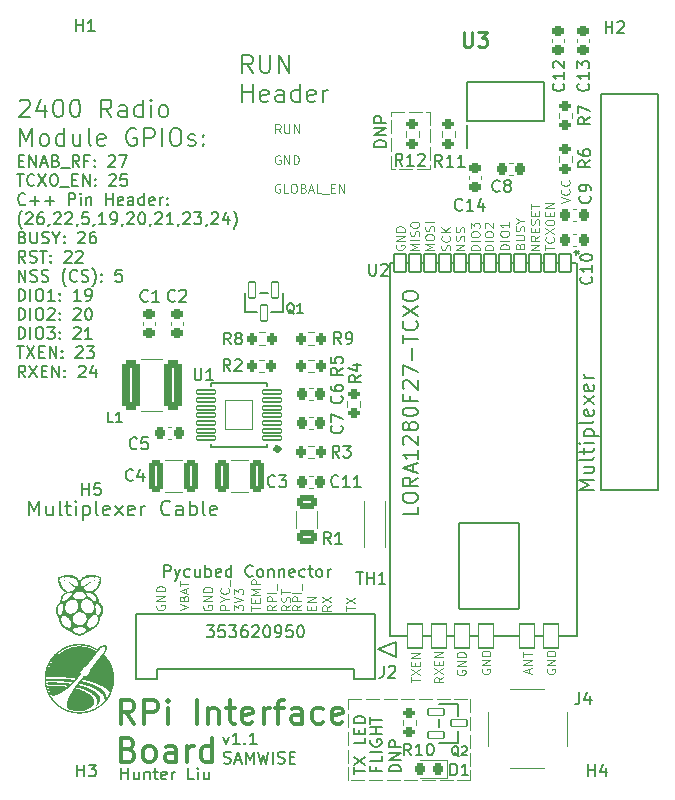
<source format=gto>
%TF.GenerationSoftware,KiCad,Pcbnew,7.0.2-0*%
%TF.CreationDate,2024-05-07T14:52:59-07:00*%
%TF.ProjectId,RPi_interface,5250695f-696e-4746-9572-666163652e6b,1.1*%
%TF.SameCoordinates,Original*%
%TF.FileFunction,Legend,Top*%
%TF.FilePolarity,Positive*%
%FSLAX46Y46*%
G04 Gerber Fmt 4.6, Leading zero omitted, Abs format (unit mm)*
G04 Created by KiCad (PCBNEW 7.0.2-0) date 2024-05-07 14:52:59*
%MOMM*%
%LPD*%
G01*
G04 APERTURE LIST*
G04 Aperture macros list*
%AMRoundRect*
0 Rectangle with rounded corners*
0 $1 Rounding radius*
0 $2 $3 $4 $5 $6 $7 $8 $9 X,Y pos of 4 corners*
0 Add a 4 corners polygon primitive as box body*
4,1,4,$2,$3,$4,$5,$6,$7,$8,$9,$2,$3,0*
0 Add four circle primitives for the rounded corners*
1,1,$1+$1,$2,$3*
1,1,$1+$1,$4,$5*
1,1,$1+$1,$6,$7*
1,1,$1+$1,$8,$9*
0 Add four rect primitives between the rounded corners*
20,1,$1+$1,$2,$3,$4,$5,0*
20,1,$1+$1,$4,$5,$6,$7,0*
20,1,$1+$1,$6,$7,$8,$9,0*
20,1,$1+$1,$8,$9,$2,$3,0*%
G04 Aperture macros list end*
%ADD10C,0.150000*%
%ADD11C,0.100000*%
%ADD12C,0.200000*%
%ADD13C,0.300000*%
%ADD14C,0.154432*%
%ADD15C,0.254000*%
%ADD16C,0.127000*%
%ADD17C,0.120000*%
%ADD18C,0.152400*%
%ADD19C,0.381000*%
%ADD20RoundRect,0.200000X0.275000X-0.200000X0.275000X0.200000X-0.275000X0.200000X-0.275000X-0.200000X0*%
%ADD21RoundRect,0.063500X-0.660400X0.279400X-0.660400X-0.279400X0.660400X-0.279400X0.660400X0.279400X0*%
%ADD22RoundRect,0.225000X0.250000X-0.225000X0.250000X0.225000X-0.250000X0.225000X-0.250000X-0.225000X0*%
%ADD23C,4.700000*%
%ADD24RoundRect,0.225000X-0.225000X-0.250000X0.225000X-0.250000X0.225000X0.250000X-0.225000X0.250000X0*%
%ADD25R,0.650000X2.000000*%
%ADD26R,3.200000X2.000000*%
%ADD27RoundRect,0.250000X-0.325000X-1.100000X0.325000X-1.100000X0.325000X1.100000X-0.325000X1.100000X0*%
%ADD28R,1.150000X1.150000*%
%ADD29C,1.150000*%
%ADD30RoundRect,0.333000X0.417000X1.767000X-0.417000X1.767000X-0.417000X-1.767000X0.417000X-1.767000X0*%
%ADD31RoundRect,0.200000X-0.275000X0.200000X-0.275000X-0.200000X0.275000X-0.200000X0.275000X0.200000X0*%
%ADD32C,3.700000*%
%ADD33RoundRect,0.218750X0.218750X0.256250X-0.218750X0.256250X-0.218750X-0.256250X0.218750X-0.256250X0*%
%ADD34RoundRect,0.200000X-0.200000X-0.275000X0.200000X-0.275000X0.200000X0.275000X-0.200000X0.275000X0*%
%ADD35RoundRect,0.063500X-0.487500X0.750000X-0.487500X-0.750000X0.487500X-0.750000X0.487500X0.750000X0*%
%ADD36RoundRect,0.063500X-0.650000X1.000000X-0.650000X-1.000000X0.650000X-1.000000X0.650000X1.000000X0*%
%ADD37RoundRect,0.063500X-2.550000X3.650000X-2.550000X-3.650000X2.550000X-3.650000X2.550000X3.650000X0*%
%ADD38RoundRect,0.063500X0.800100X0.152400X-0.800100X0.152400X-0.800100X-0.152400X0.800100X-0.152400X0*%
%ADD39RoundRect,0.063500X1.155000X1.230000X-1.155000X1.230000X-1.155000X-1.230000X1.155000X-1.230000X0*%
%ADD40RoundRect,0.250000X0.325000X1.100000X-0.325000X1.100000X-0.325000X-1.100000X0.325000X-1.100000X0*%
%ADD41RoundRect,0.250000X-0.625000X0.312500X-0.625000X-0.312500X0.625000X-0.312500X0.625000X0.312500X0*%
%ADD42RoundRect,0.063500X0.279400X0.660400X-0.279400X0.660400X-0.279400X-0.660400X0.279400X-0.660400X0*%
%ADD43C,1.400000*%
%ADD44O,1.400000X1.400000*%
%ADD45RoundRect,0.200000X0.200000X0.275000X-0.200000X0.275000X-0.200000X-0.275000X0.200000X-0.275000X0*%
%ADD46C,2.050000*%
%ADD47C,2.250000*%
%ADD48R,1.700000X1.700000*%
%ADD49O,1.700000X1.700000*%
G04 APERTURE END LIST*
D10*
X90763095Y-60233809D02*
X91096428Y-60233809D01*
X91239285Y-60757619D02*
X90763095Y-60757619D01*
X90763095Y-60757619D02*
X90763095Y-59757619D01*
X90763095Y-59757619D02*
X91239285Y-59757619D01*
X91667857Y-60757619D02*
X91667857Y-59757619D01*
X91667857Y-59757619D02*
X92239285Y-60757619D01*
X92239285Y-60757619D02*
X92239285Y-59757619D01*
X92667857Y-60471904D02*
X93144047Y-60471904D01*
X92572619Y-60757619D02*
X92905952Y-59757619D01*
X92905952Y-59757619D02*
X93239285Y-60757619D01*
X93905952Y-60233809D02*
X94048809Y-60281428D01*
X94048809Y-60281428D02*
X94096428Y-60329047D01*
X94096428Y-60329047D02*
X94144047Y-60424285D01*
X94144047Y-60424285D02*
X94144047Y-60567142D01*
X94144047Y-60567142D02*
X94096428Y-60662380D01*
X94096428Y-60662380D02*
X94048809Y-60710000D01*
X94048809Y-60710000D02*
X93953571Y-60757619D01*
X93953571Y-60757619D02*
X93572619Y-60757619D01*
X93572619Y-60757619D02*
X93572619Y-59757619D01*
X93572619Y-59757619D02*
X93905952Y-59757619D01*
X93905952Y-59757619D02*
X94001190Y-59805238D01*
X94001190Y-59805238D02*
X94048809Y-59852857D01*
X94048809Y-59852857D02*
X94096428Y-59948095D01*
X94096428Y-59948095D02*
X94096428Y-60043333D01*
X94096428Y-60043333D02*
X94048809Y-60138571D01*
X94048809Y-60138571D02*
X94001190Y-60186190D01*
X94001190Y-60186190D02*
X93905952Y-60233809D01*
X93905952Y-60233809D02*
X93572619Y-60233809D01*
X94334524Y-60852857D02*
X95096428Y-60852857D01*
X95905952Y-60757619D02*
X95572619Y-60281428D01*
X95334524Y-60757619D02*
X95334524Y-59757619D01*
X95334524Y-59757619D02*
X95715476Y-59757619D01*
X95715476Y-59757619D02*
X95810714Y-59805238D01*
X95810714Y-59805238D02*
X95858333Y-59852857D01*
X95858333Y-59852857D02*
X95905952Y-59948095D01*
X95905952Y-59948095D02*
X95905952Y-60090952D01*
X95905952Y-60090952D02*
X95858333Y-60186190D01*
X95858333Y-60186190D02*
X95810714Y-60233809D01*
X95810714Y-60233809D02*
X95715476Y-60281428D01*
X95715476Y-60281428D02*
X95334524Y-60281428D01*
X96667857Y-60233809D02*
X96334524Y-60233809D01*
X96334524Y-60757619D02*
X96334524Y-59757619D01*
X96334524Y-59757619D02*
X96810714Y-59757619D01*
X97191667Y-60662380D02*
X97239286Y-60710000D01*
X97239286Y-60710000D02*
X97191667Y-60757619D01*
X97191667Y-60757619D02*
X97144048Y-60710000D01*
X97144048Y-60710000D02*
X97191667Y-60662380D01*
X97191667Y-60662380D02*
X97191667Y-60757619D01*
X97191667Y-60138571D02*
X97239286Y-60186190D01*
X97239286Y-60186190D02*
X97191667Y-60233809D01*
X97191667Y-60233809D02*
X97144048Y-60186190D01*
X97144048Y-60186190D02*
X97191667Y-60138571D01*
X97191667Y-60138571D02*
X97191667Y-60233809D01*
X98382143Y-59852857D02*
X98429762Y-59805238D01*
X98429762Y-59805238D02*
X98525000Y-59757619D01*
X98525000Y-59757619D02*
X98763095Y-59757619D01*
X98763095Y-59757619D02*
X98858333Y-59805238D01*
X98858333Y-59805238D02*
X98905952Y-59852857D01*
X98905952Y-59852857D02*
X98953571Y-59948095D01*
X98953571Y-59948095D02*
X98953571Y-60043333D01*
X98953571Y-60043333D02*
X98905952Y-60186190D01*
X98905952Y-60186190D02*
X98334524Y-60757619D01*
X98334524Y-60757619D02*
X98953571Y-60757619D01*
X99286905Y-59757619D02*
X99953571Y-59757619D01*
X99953571Y-59757619D02*
X99525000Y-60757619D01*
X90620238Y-61377619D02*
X91191666Y-61377619D01*
X90905952Y-62377619D02*
X90905952Y-61377619D01*
X92096428Y-62282380D02*
X92048809Y-62330000D01*
X92048809Y-62330000D02*
X91905952Y-62377619D01*
X91905952Y-62377619D02*
X91810714Y-62377619D01*
X91810714Y-62377619D02*
X91667857Y-62330000D01*
X91667857Y-62330000D02*
X91572619Y-62234761D01*
X91572619Y-62234761D02*
X91525000Y-62139523D01*
X91525000Y-62139523D02*
X91477381Y-61949047D01*
X91477381Y-61949047D02*
X91477381Y-61806190D01*
X91477381Y-61806190D02*
X91525000Y-61615714D01*
X91525000Y-61615714D02*
X91572619Y-61520476D01*
X91572619Y-61520476D02*
X91667857Y-61425238D01*
X91667857Y-61425238D02*
X91810714Y-61377619D01*
X91810714Y-61377619D02*
X91905952Y-61377619D01*
X91905952Y-61377619D02*
X92048809Y-61425238D01*
X92048809Y-61425238D02*
X92096428Y-61472857D01*
X92429762Y-61377619D02*
X93096428Y-62377619D01*
X93096428Y-61377619D02*
X92429762Y-62377619D01*
X93667857Y-61377619D02*
X93858333Y-61377619D01*
X93858333Y-61377619D02*
X93953571Y-61425238D01*
X93953571Y-61425238D02*
X94048809Y-61520476D01*
X94048809Y-61520476D02*
X94096428Y-61710952D01*
X94096428Y-61710952D02*
X94096428Y-62044285D01*
X94096428Y-62044285D02*
X94048809Y-62234761D01*
X94048809Y-62234761D02*
X93953571Y-62330000D01*
X93953571Y-62330000D02*
X93858333Y-62377619D01*
X93858333Y-62377619D02*
X93667857Y-62377619D01*
X93667857Y-62377619D02*
X93572619Y-62330000D01*
X93572619Y-62330000D02*
X93477381Y-62234761D01*
X93477381Y-62234761D02*
X93429762Y-62044285D01*
X93429762Y-62044285D02*
X93429762Y-61710952D01*
X93429762Y-61710952D02*
X93477381Y-61520476D01*
X93477381Y-61520476D02*
X93572619Y-61425238D01*
X93572619Y-61425238D02*
X93667857Y-61377619D01*
X94286905Y-62472857D02*
X95048809Y-62472857D01*
X95286905Y-61853809D02*
X95620238Y-61853809D01*
X95763095Y-62377619D02*
X95286905Y-62377619D01*
X95286905Y-62377619D02*
X95286905Y-61377619D01*
X95286905Y-61377619D02*
X95763095Y-61377619D01*
X96191667Y-62377619D02*
X96191667Y-61377619D01*
X96191667Y-61377619D02*
X96763095Y-62377619D01*
X96763095Y-62377619D02*
X96763095Y-61377619D01*
X97239286Y-62282380D02*
X97286905Y-62330000D01*
X97286905Y-62330000D02*
X97239286Y-62377619D01*
X97239286Y-62377619D02*
X97191667Y-62330000D01*
X97191667Y-62330000D02*
X97239286Y-62282380D01*
X97239286Y-62282380D02*
X97239286Y-62377619D01*
X97239286Y-61758571D02*
X97286905Y-61806190D01*
X97286905Y-61806190D02*
X97239286Y-61853809D01*
X97239286Y-61853809D02*
X97191667Y-61806190D01*
X97191667Y-61806190D02*
X97239286Y-61758571D01*
X97239286Y-61758571D02*
X97239286Y-61853809D01*
X98429762Y-61472857D02*
X98477381Y-61425238D01*
X98477381Y-61425238D02*
X98572619Y-61377619D01*
X98572619Y-61377619D02*
X98810714Y-61377619D01*
X98810714Y-61377619D02*
X98905952Y-61425238D01*
X98905952Y-61425238D02*
X98953571Y-61472857D01*
X98953571Y-61472857D02*
X99001190Y-61568095D01*
X99001190Y-61568095D02*
X99001190Y-61663333D01*
X99001190Y-61663333D02*
X98953571Y-61806190D01*
X98953571Y-61806190D02*
X98382143Y-62377619D01*
X98382143Y-62377619D02*
X99001190Y-62377619D01*
X99905952Y-61377619D02*
X99429762Y-61377619D01*
X99429762Y-61377619D02*
X99382143Y-61853809D01*
X99382143Y-61853809D02*
X99429762Y-61806190D01*
X99429762Y-61806190D02*
X99525000Y-61758571D01*
X99525000Y-61758571D02*
X99763095Y-61758571D01*
X99763095Y-61758571D02*
X99858333Y-61806190D01*
X99858333Y-61806190D02*
X99905952Y-61853809D01*
X99905952Y-61853809D02*
X99953571Y-61949047D01*
X99953571Y-61949047D02*
X99953571Y-62187142D01*
X99953571Y-62187142D02*
X99905952Y-62282380D01*
X99905952Y-62282380D02*
X99858333Y-62330000D01*
X99858333Y-62330000D02*
X99763095Y-62377619D01*
X99763095Y-62377619D02*
X99525000Y-62377619D01*
X99525000Y-62377619D02*
X99429762Y-62330000D01*
X99429762Y-62330000D02*
X99382143Y-62282380D01*
X91334523Y-63902380D02*
X91286904Y-63950000D01*
X91286904Y-63950000D02*
X91144047Y-63997619D01*
X91144047Y-63997619D02*
X91048809Y-63997619D01*
X91048809Y-63997619D02*
X90905952Y-63950000D01*
X90905952Y-63950000D02*
X90810714Y-63854761D01*
X90810714Y-63854761D02*
X90763095Y-63759523D01*
X90763095Y-63759523D02*
X90715476Y-63569047D01*
X90715476Y-63569047D02*
X90715476Y-63426190D01*
X90715476Y-63426190D02*
X90763095Y-63235714D01*
X90763095Y-63235714D02*
X90810714Y-63140476D01*
X90810714Y-63140476D02*
X90905952Y-63045238D01*
X90905952Y-63045238D02*
X91048809Y-62997619D01*
X91048809Y-62997619D02*
X91144047Y-62997619D01*
X91144047Y-62997619D02*
X91286904Y-63045238D01*
X91286904Y-63045238D02*
X91334523Y-63092857D01*
X91763095Y-63616666D02*
X92525000Y-63616666D01*
X92144047Y-63997619D02*
X92144047Y-63235714D01*
X93001190Y-63616666D02*
X93763095Y-63616666D01*
X93382142Y-63997619D02*
X93382142Y-63235714D01*
X95001190Y-63997619D02*
X95001190Y-62997619D01*
X95001190Y-62997619D02*
X95382142Y-62997619D01*
X95382142Y-62997619D02*
X95477380Y-63045238D01*
X95477380Y-63045238D02*
X95524999Y-63092857D01*
X95524999Y-63092857D02*
X95572618Y-63188095D01*
X95572618Y-63188095D02*
X95572618Y-63330952D01*
X95572618Y-63330952D02*
X95524999Y-63426190D01*
X95524999Y-63426190D02*
X95477380Y-63473809D01*
X95477380Y-63473809D02*
X95382142Y-63521428D01*
X95382142Y-63521428D02*
X95001190Y-63521428D01*
X96001190Y-63997619D02*
X96001190Y-63330952D01*
X96001190Y-62997619D02*
X95953571Y-63045238D01*
X95953571Y-63045238D02*
X96001190Y-63092857D01*
X96001190Y-63092857D02*
X96048809Y-63045238D01*
X96048809Y-63045238D02*
X96001190Y-62997619D01*
X96001190Y-62997619D02*
X96001190Y-63092857D01*
X96477380Y-63330952D02*
X96477380Y-63997619D01*
X96477380Y-63426190D02*
X96524999Y-63378571D01*
X96524999Y-63378571D02*
X96620237Y-63330952D01*
X96620237Y-63330952D02*
X96763094Y-63330952D01*
X96763094Y-63330952D02*
X96858332Y-63378571D01*
X96858332Y-63378571D02*
X96905951Y-63473809D01*
X96905951Y-63473809D02*
X96905951Y-63997619D01*
X98144047Y-63997619D02*
X98144047Y-62997619D01*
X98144047Y-63473809D02*
X98715475Y-63473809D01*
X98715475Y-63997619D02*
X98715475Y-62997619D01*
X99572618Y-63950000D02*
X99477380Y-63997619D01*
X99477380Y-63997619D02*
X99286904Y-63997619D01*
X99286904Y-63997619D02*
X99191666Y-63950000D01*
X99191666Y-63950000D02*
X99144047Y-63854761D01*
X99144047Y-63854761D02*
X99144047Y-63473809D01*
X99144047Y-63473809D02*
X99191666Y-63378571D01*
X99191666Y-63378571D02*
X99286904Y-63330952D01*
X99286904Y-63330952D02*
X99477380Y-63330952D01*
X99477380Y-63330952D02*
X99572618Y-63378571D01*
X99572618Y-63378571D02*
X99620237Y-63473809D01*
X99620237Y-63473809D02*
X99620237Y-63569047D01*
X99620237Y-63569047D02*
X99144047Y-63664285D01*
X100477380Y-63997619D02*
X100477380Y-63473809D01*
X100477380Y-63473809D02*
X100429761Y-63378571D01*
X100429761Y-63378571D02*
X100334523Y-63330952D01*
X100334523Y-63330952D02*
X100144047Y-63330952D01*
X100144047Y-63330952D02*
X100048809Y-63378571D01*
X100477380Y-63950000D02*
X100382142Y-63997619D01*
X100382142Y-63997619D02*
X100144047Y-63997619D01*
X100144047Y-63997619D02*
X100048809Y-63950000D01*
X100048809Y-63950000D02*
X100001190Y-63854761D01*
X100001190Y-63854761D02*
X100001190Y-63759523D01*
X100001190Y-63759523D02*
X100048809Y-63664285D01*
X100048809Y-63664285D02*
X100144047Y-63616666D01*
X100144047Y-63616666D02*
X100382142Y-63616666D01*
X100382142Y-63616666D02*
X100477380Y-63569047D01*
X101382142Y-63997619D02*
X101382142Y-62997619D01*
X101382142Y-63950000D02*
X101286904Y-63997619D01*
X101286904Y-63997619D02*
X101096428Y-63997619D01*
X101096428Y-63997619D02*
X101001190Y-63950000D01*
X101001190Y-63950000D02*
X100953571Y-63902380D01*
X100953571Y-63902380D02*
X100905952Y-63807142D01*
X100905952Y-63807142D02*
X100905952Y-63521428D01*
X100905952Y-63521428D02*
X100953571Y-63426190D01*
X100953571Y-63426190D02*
X101001190Y-63378571D01*
X101001190Y-63378571D02*
X101096428Y-63330952D01*
X101096428Y-63330952D02*
X101286904Y-63330952D01*
X101286904Y-63330952D02*
X101382142Y-63378571D01*
X102239285Y-63950000D02*
X102144047Y-63997619D01*
X102144047Y-63997619D02*
X101953571Y-63997619D01*
X101953571Y-63997619D02*
X101858333Y-63950000D01*
X101858333Y-63950000D02*
X101810714Y-63854761D01*
X101810714Y-63854761D02*
X101810714Y-63473809D01*
X101810714Y-63473809D02*
X101858333Y-63378571D01*
X101858333Y-63378571D02*
X101953571Y-63330952D01*
X101953571Y-63330952D02*
X102144047Y-63330952D01*
X102144047Y-63330952D02*
X102239285Y-63378571D01*
X102239285Y-63378571D02*
X102286904Y-63473809D01*
X102286904Y-63473809D02*
X102286904Y-63569047D01*
X102286904Y-63569047D02*
X101810714Y-63664285D01*
X102715476Y-63997619D02*
X102715476Y-63330952D01*
X102715476Y-63521428D02*
X102763095Y-63426190D01*
X102763095Y-63426190D02*
X102810714Y-63378571D01*
X102810714Y-63378571D02*
X102905952Y-63330952D01*
X102905952Y-63330952D02*
X103001190Y-63330952D01*
X103334524Y-63902380D02*
X103382143Y-63950000D01*
X103382143Y-63950000D02*
X103334524Y-63997619D01*
X103334524Y-63997619D02*
X103286905Y-63950000D01*
X103286905Y-63950000D02*
X103334524Y-63902380D01*
X103334524Y-63902380D02*
X103334524Y-63997619D01*
X103334524Y-63378571D02*
X103382143Y-63426190D01*
X103382143Y-63426190D02*
X103334524Y-63473809D01*
X103334524Y-63473809D02*
X103286905Y-63426190D01*
X103286905Y-63426190D02*
X103334524Y-63378571D01*
X103334524Y-63378571D02*
X103334524Y-63473809D01*
X91048809Y-65998571D02*
X91001190Y-65950952D01*
X91001190Y-65950952D02*
X90905952Y-65808095D01*
X90905952Y-65808095D02*
X90858333Y-65712857D01*
X90858333Y-65712857D02*
X90810714Y-65570000D01*
X90810714Y-65570000D02*
X90763095Y-65331904D01*
X90763095Y-65331904D02*
X90763095Y-65141428D01*
X90763095Y-65141428D02*
X90810714Y-64903333D01*
X90810714Y-64903333D02*
X90858333Y-64760476D01*
X90858333Y-64760476D02*
X90905952Y-64665238D01*
X90905952Y-64665238D02*
X91001190Y-64522380D01*
X91001190Y-64522380D02*
X91048809Y-64474761D01*
X91382143Y-64712857D02*
X91429762Y-64665238D01*
X91429762Y-64665238D02*
X91525000Y-64617619D01*
X91525000Y-64617619D02*
X91763095Y-64617619D01*
X91763095Y-64617619D02*
X91858333Y-64665238D01*
X91858333Y-64665238D02*
X91905952Y-64712857D01*
X91905952Y-64712857D02*
X91953571Y-64808095D01*
X91953571Y-64808095D02*
X91953571Y-64903333D01*
X91953571Y-64903333D02*
X91905952Y-65046190D01*
X91905952Y-65046190D02*
X91334524Y-65617619D01*
X91334524Y-65617619D02*
X91953571Y-65617619D01*
X92810714Y-64617619D02*
X92620238Y-64617619D01*
X92620238Y-64617619D02*
X92525000Y-64665238D01*
X92525000Y-64665238D02*
X92477381Y-64712857D01*
X92477381Y-64712857D02*
X92382143Y-64855714D01*
X92382143Y-64855714D02*
X92334524Y-65046190D01*
X92334524Y-65046190D02*
X92334524Y-65427142D01*
X92334524Y-65427142D02*
X92382143Y-65522380D01*
X92382143Y-65522380D02*
X92429762Y-65570000D01*
X92429762Y-65570000D02*
X92525000Y-65617619D01*
X92525000Y-65617619D02*
X92715476Y-65617619D01*
X92715476Y-65617619D02*
X92810714Y-65570000D01*
X92810714Y-65570000D02*
X92858333Y-65522380D01*
X92858333Y-65522380D02*
X92905952Y-65427142D01*
X92905952Y-65427142D02*
X92905952Y-65189047D01*
X92905952Y-65189047D02*
X92858333Y-65093809D01*
X92858333Y-65093809D02*
X92810714Y-65046190D01*
X92810714Y-65046190D02*
X92715476Y-64998571D01*
X92715476Y-64998571D02*
X92525000Y-64998571D01*
X92525000Y-64998571D02*
X92429762Y-65046190D01*
X92429762Y-65046190D02*
X92382143Y-65093809D01*
X92382143Y-65093809D02*
X92334524Y-65189047D01*
X93382143Y-65570000D02*
X93382143Y-65617619D01*
X93382143Y-65617619D02*
X93334524Y-65712857D01*
X93334524Y-65712857D02*
X93286905Y-65760476D01*
X93763095Y-64712857D02*
X93810714Y-64665238D01*
X93810714Y-64665238D02*
X93905952Y-64617619D01*
X93905952Y-64617619D02*
X94144047Y-64617619D01*
X94144047Y-64617619D02*
X94239285Y-64665238D01*
X94239285Y-64665238D02*
X94286904Y-64712857D01*
X94286904Y-64712857D02*
X94334523Y-64808095D01*
X94334523Y-64808095D02*
X94334523Y-64903333D01*
X94334523Y-64903333D02*
X94286904Y-65046190D01*
X94286904Y-65046190D02*
X93715476Y-65617619D01*
X93715476Y-65617619D02*
X94334523Y-65617619D01*
X94715476Y-64712857D02*
X94763095Y-64665238D01*
X94763095Y-64665238D02*
X94858333Y-64617619D01*
X94858333Y-64617619D02*
X95096428Y-64617619D01*
X95096428Y-64617619D02*
X95191666Y-64665238D01*
X95191666Y-64665238D02*
X95239285Y-64712857D01*
X95239285Y-64712857D02*
X95286904Y-64808095D01*
X95286904Y-64808095D02*
X95286904Y-64903333D01*
X95286904Y-64903333D02*
X95239285Y-65046190D01*
X95239285Y-65046190D02*
X94667857Y-65617619D01*
X94667857Y-65617619D02*
X95286904Y-65617619D01*
X95763095Y-65570000D02*
X95763095Y-65617619D01*
X95763095Y-65617619D02*
X95715476Y-65712857D01*
X95715476Y-65712857D02*
X95667857Y-65760476D01*
X96667856Y-64617619D02*
X96191666Y-64617619D01*
X96191666Y-64617619D02*
X96144047Y-65093809D01*
X96144047Y-65093809D02*
X96191666Y-65046190D01*
X96191666Y-65046190D02*
X96286904Y-64998571D01*
X96286904Y-64998571D02*
X96524999Y-64998571D01*
X96524999Y-64998571D02*
X96620237Y-65046190D01*
X96620237Y-65046190D02*
X96667856Y-65093809D01*
X96667856Y-65093809D02*
X96715475Y-65189047D01*
X96715475Y-65189047D02*
X96715475Y-65427142D01*
X96715475Y-65427142D02*
X96667856Y-65522380D01*
X96667856Y-65522380D02*
X96620237Y-65570000D01*
X96620237Y-65570000D02*
X96524999Y-65617619D01*
X96524999Y-65617619D02*
X96286904Y-65617619D01*
X96286904Y-65617619D02*
X96191666Y-65570000D01*
X96191666Y-65570000D02*
X96144047Y-65522380D01*
X97191666Y-65570000D02*
X97191666Y-65617619D01*
X97191666Y-65617619D02*
X97144047Y-65712857D01*
X97144047Y-65712857D02*
X97096428Y-65760476D01*
X98144046Y-65617619D02*
X97572618Y-65617619D01*
X97858332Y-65617619D02*
X97858332Y-64617619D01*
X97858332Y-64617619D02*
X97763094Y-64760476D01*
X97763094Y-64760476D02*
X97667856Y-64855714D01*
X97667856Y-64855714D02*
X97572618Y-64903333D01*
X98620237Y-65617619D02*
X98810713Y-65617619D01*
X98810713Y-65617619D02*
X98905951Y-65570000D01*
X98905951Y-65570000D02*
X98953570Y-65522380D01*
X98953570Y-65522380D02*
X99048808Y-65379523D01*
X99048808Y-65379523D02*
X99096427Y-65189047D01*
X99096427Y-65189047D02*
X99096427Y-64808095D01*
X99096427Y-64808095D02*
X99048808Y-64712857D01*
X99048808Y-64712857D02*
X99001189Y-64665238D01*
X99001189Y-64665238D02*
X98905951Y-64617619D01*
X98905951Y-64617619D02*
X98715475Y-64617619D01*
X98715475Y-64617619D02*
X98620237Y-64665238D01*
X98620237Y-64665238D02*
X98572618Y-64712857D01*
X98572618Y-64712857D02*
X98524999Y-64808095D01*
X98524999Y-64808095D02*
X98524999Y-65046190D01*
X98524999Y-65046190D02*
X98572618Y-65141428D01*
X98572618Y-65141428D02*
X98620237Y-65189047D01*
X98620237Y-65189047D02*
X98715475Y-65236666D01*
X98715475Y-65236666D02*
X98905951Y-65236666D01*
X98905951Y-65236666D02*
X99001189Y-65189047D01*
X99001189Y-65189047D02*
X99048808Y-65141428D01*
X99048808Y-65141428D02*
X99096427Y-65046190D01*
X99572618Y-65570000D02*
X99572618Y-65617619D01*
X99572618Y-65617619D02*
X99524999Y-65712857D01*
X99524999Y-65712857D02*
X99477380Y-65760476D01*
X99953570Y-64712857D02*
X100001189Y-64665238D01*
X100001189Y-64665238D02*
X100096427Y-64617619D01*
X100096427Y-64617619D02*
X100334522Y-64617619D01*
X100334522Y-64617619D02*
X100429760Y-64665238D01*
X100429760Y-64665238D02*
X100477379Y-64712857D01*
X100477379Y-64712857D02*
X100524998Y-64808095D01*
X100524998Y-64808095D02*
X100524998Y-64903333D01*
X100524998Y-64903333D02*
X100477379Y-65046190D01*
X100477379Y-65046190D02*
X99905951Y-65617619D01*
X99905951Y-65617619D02*
X100524998Y-65617619D01*
X101144046Y-64617619D02*
X101239284Y-64617619D01*
X101239284Y-64617619D02*
X101334522Y-64665238D01*
X101334522Y-64665238D02*
X101382141Y-64712857D01*
X101382141Y-64712857D02*
X101429760Y-64808095D01*
X101429760Y-64808095D02*
X101477379Y-64998571D01*
X101477379Y-64998571D02*
X101477379Y-65236666D01*
X101477379Y-65236666D02*
X101429760Y-65427142D01*
X101429760Y-65427142D02*
X101382141Y-65522380D01*
X101382141Y-65522380D02*
X101334522Y-65570000D01*
X101334522Y-65570000D02*
X101239284Y-65617619D01*
X101239284Y-65617619D02*
X101144046Y-65617619D01*
X101144046Y-65617619D02*
X101048808Y-65570000D01*
X101048808Y-65570000D02*
X101001189Y-65522380D01*
X101001189Y-65522380D02*
X100953570Y-65427142D01*
X100953570Y-65427142D02*
X100905951Y-65236666D01*
X100905951Y-65236666D02*
X100905951Y-64998571D01*
X100905951Y-64998571D02*
X100953570Y-64808095D01*
X100953570Y-64808095D02*
X101001189Y-64712857D01*
X101001189Y-64712857D02*
X101048808Y-64665238D01*
X101048808Y-64665238D02*
X101144046Y-64617619D01*
X101953570Y-65570000D02*
X101953570Y-65617619D01*
X101953570Y-65617619D02*
X101905951Y-65712857D01*
X101905951Y-65712857D02*
X101858332Y-65760476D01*
X102334522Y-64712857D02*
X102382141Y-64665238D01*
X102382141Y-64665238D02*
X102477379Y-64617619D01*
X102477379Y-64617619D02*
X102715474Y-64617619D01*
X102715474Y-64617619D02*
X102810712Y-64665238D01*
X102810712Y-64665238D02*
X102858331Y-64712857D01*
X102858331Y-64712857D02*
X102905950Y-64808095D01*
X102905950Y-64808095D02*
X102905950Y-64903333D01*
X102905950Y-64903333D02*
X102858331Y-65046190D01*
X102858331Y-65046190D02*
X102286903Y-65617619D01*
X102286903Y-65617619D02*
X102905950Y-65617619D01*
X103858331Y-65617619D02*
X103286903Y-65617619D01*
X103572617Y-65617619D02*
X103572617Y-64617619D01*
X103572617Y-64617619D02*
X103477379Y-64760476D01*
X103477379Y-64760476D02*
X103382141Y-64855714D01*
X103382141Y-64855714D02*
X103286903Y-64903333D01*
X104334522Y-65570000D02*
X104334522Y-65617619D01*
X104334522Y-65617619D02*
X104286903Y-65712857D01*
X104286903Y-65712857D02*
X104239284Y-65760476D01*
X104715474Y-64712857D02*
X104763093Y-64665238D01*
X104763093Y-64665238D02*
X104858331Y-64617619D01*
X104858331Y-64617619D02*
X105096426Y-64617619D01*
X105096426Y-64617619D02*
X105191664Y-64665238D01*
X105191664Y-64665238D02*
X105239283Y-64712857D01*
X105239283Y-64712857D02*
X105286902Y-64808095D01*
X105286902Y-64808095D02*
X105286902Y-64903333D01*
X105286902Y-64903333D02*
X105239283Y-65046190D01*
X105239283Y-65046190D02*
X104667855Y-65617619D01*
X104667855Y-65617619D02*
X105286902Y-65617619D01*
X105620236Y-64617619D02*
X106239283Y-64617619D01*
X106239283Y-64617619D02*
X105905950Y-64998571D01*
X105905950Y-64998571D02*
X106048807Y-64998571D01*
X106048807Y-64998571D02*
X106144045Y-65046190D01*
X106144045Y-65046190D02*
X106191664Y-65093809D01*
X106191664Y-65093809D02*
X106239283Y-65189047D01*
X106239283Y-65189047D02*
X106239283Y-65427142D01*
X106239283Y-65427142D02*
X106191664Y-65522380D01*
X106191664Y-65522380D02*
X106144045Y-65570000D01*
X106144045Y-65570000D02*
X106048807Y-65617619D01*
X106048807Y-65617619D02*
X105763093Y-65617619D01*
X105763093Y-65617619D02*
X105667855Y-65570000D01*
X105667855Y-65570000D02*
X105620236Y-65522380D01*
X106715474Y-65570000D02*
X106715474Y-65617619D01*
X106715474Y-65617619D02*
X106667855Y-65712857D01*
X106667855Y-65712857D02*
X106620236Y-65760476D01*
X107096426Y-64712857D02*
X107144045Y-64665238D01*
X107144045Y-64665238D02*
X107239283Y-64617619D01*
X107239283Y-64617619D02*
X107477378Y-64617619D01*
X107477378Y-64617619D02*
X107572616Y-64665238D01*
X107572616Y-64665238D02*
X107620235Y-64712857D01*
X107620235Y-64712857D02*
X107667854Y-64808095D01*
X107667854Y-64808095D02*
X107667854Y-64903333D01*
X107667854Y-64903333D02*
X107620235Y-65046190D01*
X107620235Y-65046190D02*
X107048807Y-65617619D01*
X107048807Y-65617619D02*
X107667854Y-65617619D01*
X108524997Y-64950952D02*
X108524997Y-65617619D01*
X108286902Y-64570000D02*
X108048807Y-65284285D01*
X108048807Y-65284285D02*
X108667854Y-65284285D01*
X108953569Y-65998571D02*
X109001188Y-65950952D01*
X109001188Y-65950952D02*
X109096426Y-65808095D01*
X109096426Y-65808095D02*
X109144045Y-65712857D01*
X109144045Y-65712857D02*
X109191664Y-65570000D01*
X109191664Y-65570000D02*
X109239283Y-65331904D01*
X109239283Y-65331904D02*
X109239283Y-65141428D01*
X109239283Y-65141428D02*
X109191664Y-64903333D01*
X109191664Y-64903333D02*
X109144045Y-64760476D01*
X109144045Y-64760476D02*
X109096426Y-64665238D01*
X109096426Y-64665238D02*
X109001188Y-64522380D01*
X109001188Y-64522380D02*
X108953569Y-64474761D01*
X91096428Y-66713809D02*
X91239285Y-66761428D01*
X91239285Y-66761428D02*
X91286904Y-66809047D01*
X91286904Y-66809047D02*
X91334523Y-66904285D01*
X91334523Y-66904285D02*
X91334523Y-67047142D01*
X91334523Y-67047142D02*
X91286904Y-67142380D01*
X91286904Y-67142380D02*
X91239285Y-67190000D01*
X91239285Y-67190000D02*
X91144047Y-67237619D01*
X91144047Y-67237619D02*
X90763095Y-67237619D01*
X90763095Y-67237619D02*
X90763095Y-66237619D01*
X90763095Y-66237619D02*
X91096428Y-66237619D01*
X91096428Y-66237619D02*
X91191666Y-66285238D01*
X91191666Y-66285238D02*
X91239285Y-66332857D01*
X91239285Y-66332857D02*
X91286904Y-66428095D01*
X91286904Y-66428095D02*
X91286904Y-66523333D01*
X91286904Y-66523333D02*
X91239285Y-66618571D01*
X91239285Y-66618571D02*
X91191666Y-66666190D01*
X91191666Y-66666190D02*
X91096428Y-66713809D01*
X91096428Y-66713809D02*
X90763095Y-66713809D01*
X91763095Y-66237619D02*
X91763095Y-67047142D01*
X91763095Y-67047142D02*
X91810714Y-67142380D01*
X91810714Y-67142380D02*
X91858333Y-67190000D01*
X91858333Y-67190000D02*
X91953571Y-67237619D01*
X91953571Y-67237619D02*
X92144047Y-67237619D01*
X92144047Y-67237619D02*
X92239285Y-67190000D01*
X92239285Y-67190000D02*
X92286904Y-67142380D01*
X92286904Y-67142380D02*
X92334523Y-67047142D01*
X92334523Y-67047142D02*
X92334523Y-66237619D01*
X92763095Y-67190000D02*
X92905952Y-67237619D01*
X92905952Y-67237619D02*
X93144047Y-67237619D01*
X93144047Y-67237619D02*
X93239285Y-67190000D01*
X93239285Y-67190000D02*
X93286904Y-67142380D01*
X93286904Y-67142380D02*
X93334523Y-67047142D01*
X93334523Y-67047142D02*
X93334523Y-66951904D01*
X93334523Y-66951904D02*
X93286904Y-66856666D01*
X93286904Y-66856666D02*
X93239285Y-66809047D01*
X93239285Y-66809047D02*
X93144047Y-66761428D01*
X93144047Y-66761428D02*
X92953571Y-66713809D01*
X92953571Y-66713809D02*
X92858333Y-66666190D01*
X92858333Y-66666190D02*
X92810714Y-66618571D01*
X92810714Y-66618571D02*
X92763095Y-66523333D01*
X92763095Y-66523333D02*
X92763095Y-66428095D01*
X92763095Y-66428095D02*
X92810714Y-66332857D01*
X92810714Y-66332857D02*
X92858333Y-66285238D01*
X92858333Y-66285238D02*
X92953571Y-66237619D01*
X92953571Y-66237619D02*
X93191666Y-66237619D01*
X93191666Y-66237619D02*
X93334523Y-66285238D01*
X93953571Y-66761428D02*
X93953571Y-67237619D01*
X93620238Y-66237619D02*
X93953571Y-66761428D01*
X93953571Y-66761428D02*
X94286904Y-66237619D01*
X94620238Y-67142380D02*
X94667857Y-67190000D01*
X94667857Y-67190000D02*
X94620238Y-67237619D01*
X94620238Y-67237619D02*
X94572619Y-67190000D01*
X94572619Y-67190000D02*
X94620238Y-67142380D01*
X94620238Y-67142380D02*
X94620238Y-67237619D01*
X94620238Y-66618571D02*
X94667857Y-66666190D01*
X94667857Y-66666190D02*
X94620238Y-66713809D01*
X94620238Y-66713809D02*
X94572619Y-66666190D01*
X94572619Y-66666190D02*
X94620238Y-66618571D01*
X94620238Y-66618571D02*
X94620238Y-66713809D01*
X95810714Y-66332857D02*
X95858333Y-66285238D01*
X95858333Y-66285238D02*
X95953571Y-66237619D01*
X95953571Y-66237619D02*
X96191666Y-66237619D01*
X96191666Y-66237619D02*
X96286904Y-66285238D01*
X96286904Y-66285238D02*
X96334523Y-66332857D01*
X96334523Y-66332857D02*
X96382142Y-66428095D01*
X96382142Y-66428095D02*
X96382142Y-66523333D01*
X96382142Y-66523333D02*
X96334523Y-66666190D01*
X96334523Y-66666190D02*
X95763095Y-67237619D01*
X95763095Y-67237619D02*
X96382142Y-67237619D01*
X97239285Y-66237619D02*
X97048809Y-66237619D01*
X97048809Y-66237619D02*
X96953571Y-66285238D01*
X96953571Y-66285238D02*
X96905952Y-66332857D01*
X96905952Y-66332857D02*
X96810714Y-66475714D01*
X96810714Y-66475714D02*
X96763095Y-66666190D01*
X96763095Y-66666190D02*
X96763095Y-67047142D01*
X96763095Y-67047142D02*
X96810714Y-67142380D01*
X96810714Y-67142380D02*
X96858333Y-67190000D01*
X96858333Y-67190000D02*
X96953571Y-67237619D01*
X96953571Y-67237619D02*
X97144047Y-67237619D01*
X97144047Y-67237619D02*
X97239285Y-67190000D01*
X97239285Y-67190000D02*
X97286904Y-67142380D01*
X97286904Y-67142380D02*
X97334523Y-67047142D01*
X97334523Y-67047142D02*
X97334523Y-66809047D01*
X97334523Y-66809047D02*
X97286904Y-66713809D01*
X97286904Y-66713809D02*
X97239285Y-66666190D01*
X97239285Y-66666190D02*
X97144047Y-66618571D01*
X97144047Y-66618571D02*
X96953571Y-66618571D01*
X96953571Y-66618571D02*
X96858333Y-66666190D01*
X96858333Y-66666190D02*
X96810714Y-66713809D01*
X96810714Y-66713809D02*
X96763095Y-66809047D01*
X91334523Y-68857619D02*
X91001190Y-68381428D01*
X90763095Y-68857619D02*
X90763095Y-67857619D01*
X90763095Y-67857619D02*
X91144047Y-67857619D01*
X91144047Y-67857619D02*
X91239285Y-67905238D01*
X91239285Y-67905238D02*
X91286904Y-67952857D01*
X91286904Y-67952857D02*
X91334523Y-68048095D01*
X91334523Y-68048095D02*
X91334523Y-68190952D01*
X91334523Y-68190952D02*
X91286904Y-68286190D01*
X91286904Y-68286190D02*
X91239285Y-68333809D01*
X91239285Y-68333809D02*
X91144047Y-68381428D01*
X91144047Y-68381428D02*
X90763095Y-68381428D01*
X91715476Y-68810000D02*
X91858333Y-68857619D01*
X91858333Y-68857619D02*
X92096428Y-68857619D01*
X92096428Y-68857619D02*
X92191666Y-68810000D01*
X92191666Y-68810000D02*
X92239285Y-68762380D01*
X92239285Y-68762380D02*
X92286904Y-68667142D01*
X92286904Y-68667142D02*
X92286904Y-68571904D01*
X92286904Y-68571904D02*
X92239285Y-68476666D01*
X92239285Y-68476666D02*
X92191666Y-68429047D01*
X92191666Y-68429047D02*
X92096428Y-68381428D01*
X92096428Y-68381428D02*
X91905952Y-68333809D01*
X91905952Y-68333809D02*
X91810714Y-68286190D01*
X91810714Y-68286190D02*
X91763095Y-68238571D01*
X91763095Y-68238571D02*
X91715476Y-68143333D01*
X91715476Y-68143333D02*
X91715476Y-68048095D01*
X91715476Y-68048095D02*
X91763095Y-67952857D01*
X91763095Y-67952857D02*
X91810714Y-67905238D01*
X91810714Y-67905238D02*
X91905952Y-67857619D01*
X91905952Y-67857619D02*
X92144047Y-67857619D01*
X92144047Y-67857619D02*
X92286904Y-67905238D01*
X92572619Y-67857619D02*
X93144047Y-67857619D01*
X92858333Y-68857619D02*
X92858333Y-67857619D01*
X93477381Y-68762380D02*
X93525000Y-68810000D01*
X93525000Y-68810000D02*
X93477381Y-68857619D01*
X93477381Y-68857619D02*
X93429762Y-68810000D01*
X93429762Y-68810000D02*
X93477381Y-68762380D01*
X93477381Y-68762380D02*
X93477381Y-68857619D01*
X93477381Y-68238571D02*
X93525000Y-68286190D01*
X93525000Y-68286190D02*
X93477381Y-68333809D01*
X93477381Y-68333809D02*
X93429762Y-68286190D01*
X93429762Y-68286190D02*
X93477381Y-68238571D01*
X93477381Y-68238571D02*
X93477381Y-68333809D01*
X94667857Y-67952857D02*
X94715476Y-67905238D01*
X94715476Y-67905238D02*
X94810714Y-67857619D01*
X94810714Y-67857619D02*
X95048809Y-67857619D01*
X95048809Y-67857619D02*
X95144047Y-67905238D01*
X95144047Y-67905238D02*
X95191666Y-67952857D01*
X95191666Y-67952857D02*
X95239285Y-68048095D01*
X95239285Y-68048095D02*
X95239285Y-68143333D01*
X95239285Y-68143333D02*
X95191666Y-68286190D01*
X95191666Y-68286190D02*
X94620238Y-68857619D01*
X94620238Y-68857619D02*
X95239285Y-68857619D01*
X95620238Y-67952857D02*
X95667857Y-67905238D01*
X95667857Y-67905238D02*
X95763095Y-67857619D01*
X95763095Y-67857619D02*
X96001190Y-67857619D01*
X96001190Y-67857619D02*
X96096428Y-67905238D01*
X96096428Y-67905238D02*
X96144047Y-67952857D01*
X96144047Y-67952857D02*
X96191666Y-68048095D01*
X96191666Y-68048095D02*
X96191666Y-68143333D01*
X96191666Y-68143333D02*
X96144047Y-68286190D01*
X96144047Y-68286190D02*
X95572619Y-68857619D01*
X95572619Y-68857619D02*
X96191666Y-68857619D01*
X90763095Y-70477619D02*
X90763095Y-69477619D01*
X90763095Y-69477619D02*
X91334523Y-70477619D01*
X91334523Y-70477619D02*
X91334523Y-69477619D01*
X91763095Y-70430000D02*
X91905952Y-70477619D01*
X91905952Y-70477619D02*
X92144047Y-70477619D01*
X92144047Y-70477619D02*
X92239285Y-70430000D01*
X92239285Y-70430000D02*
X92286904Y-70382380D01*
X92286904Y-70382380D02*
X92334523Y-70287142D01*
X92334523Y-70287142D02*
X92334523Y-70191904D01*
X92334523Y-70191904D02*
X92286904Y-70096666D01*
X92286904Y-70096666D02*
X92239285Y-70049047D01*
X92239285Y-70049047D02*
X92144047Y-70001428D01*
X92144047Y-70001428D02*
X91953571Y-69953809D01*
X91953571Y-69953809D02*
X91858333Y-69906190D01*
X91858333Y-69906190D02*
X91810714Y-69858571D01*
X91810714Y-69858571D02*
X91763095Y-69763333D01*
X91763095Y-69763333D02*
X91763095Y-69668095D01*
X91763095Y-69668095D02*
X91810714Y-69572857D01*
X91810714Y-69572857D02*
X91858333Y-69525238D01*
X91858333Y-69525238D02*
X91953571Y-69477619D01*
X91953571Y-69477619D02*
X92191666Y-69477619D01*
X92191666Y-69477619D02*
X92334523Y-69525238D01*
X92715476Y-70430000D02*
X92858333Y-70477619D01*
X92858333Y-70477619D02*
X93096428Y-70477619D01*
X93096428Y-70477619D02*
X93191666Y-70430000D01*
X93191666Y-70430000D02*
X93239285Y-70382380D01*
X93239285Y-70382380D02*
X93286904Y-70287142D01*
X93286904Y-70287142D02*
X93286904Y-70191904D01*
X93286904Y-70191904D02*
X93239285Y-70096666D01*
X93239285Y-70096666D02*
X93191666Y-70049047D01*
X93191666Y-70049047D02*
X93096428Y-70001428D01*
X93096428Y-70001428D02*
X92905952Y-69953809D01*
X92905952Y-69953809D02*
X92810714Y-69906190D01*
X92810714Y-69906190D02*
X92763095Y-69858571D01*
X92763095Y-69858571D02*
X92715476Y-69763333D01*
X92715476Y-69763333D02*
X92715476Y-69668095D01*
X92715476Y-69668095D02*
X92763095Y-69572857D01*
X92763095Y-69572857D02*
X92810714Y-69525238D01*
X92810714Y-69525238D02*
X92905952Y-69477619D01*
X92905952Y-69477619D02*
X93144047Y-69477619D01*
X93144047Y-69477619D02*
X93286904Y-69525238D01*
X94763095Y-70858571D02*
X94715476Y-70810952D01*
X94715476Y-70810952D02*
X94620238Y-70668095D01*
X94620238Y-70668095D02*
X94572619Y-70572857D01*
X94572619Y-70572857D02*
X94525000Y-70430000D01*
X94525000Y-70430000D02*
X94477381Y-70191904D01*
X94477381Y-70191904D02*
X94477381Y-70001428D01*
X94477381Y-70001428D02*
X94525000Y-69763333D01*
X94525000Y-69763333D02*
X94572619Y-69620476D01*
X94572619Y-69620476D02*
X94620238Y-69525238D01*
X94620238Y-69525238D02*
X94715476Y-69382380D01*
X94715476Y-69382380D02*
X94763095Y-69334761D01*
X95715476Y-70382380D02*
X95667857Y-70430000D01*
X95667857Y-70430000D02*
X95525000Y-70477619D01*
X95525000Y-70477619D02*
X95429762Y-70477619D01*
X95429762Y-70477619D02*
X95286905Y-70430000D01*
X95286905Y-70430000D02*
X95191667Y-70334761D01*
X95191667Y-70334761D02*
X95144048Y-70239523D01*
X95144048Y-70239523D02*
X95096429Y-70049047D01*
X95096429Y-70049047D02*
X95096429Y-69906190D01*
X95096429Y-69906190D02*
X95144048Y-69715714D01*
X95144048Y-69715714D02*
X95191667Y-69620476D01*
X95191667Y-69620476D02*
X95286905Y-69525238D01*
X95286905Y-69525238D02*
X95429762Y-69477619D01*
X95429762Y-69477619D02*
X95525000Y-69477619D01*
X95525000Y-69477619D02*
X95667857Y-69525238D01*
X95667857Y-69525238D02*
X95715476Y-69572857D01*
X96096429Y-70430000D02*
X96239286Y-70477619D01*
X96239286Y-70477619D02*
X96477381Y-70477619D01*
X96477381Y-70477619D02*
X96572619Y-70430000D01*
X96572619Y-70430000D02*
X96620238Y-70382380D01*
X96620238Y-70382380D02*
X96667857Y-70287142D01*
X96667857Y-70287142D02*
X96667857Y-70191904D01*
X96667857Y-70191904D02*
X96620238Y-70096666D01*
X96620238Y-70096666D02*
X96572619Y-70049047D01*
X96572619Y-70049047D02*
X96477381Y-70001428D01*
X96477381Y-70001428D02*
X96286905Y-69953809D01*
X96286905Y-69953809D02*
X96191667Y-69906190D01*
X96191667Y-69906190D02*
X96144048Y-69858571D01*
X96144048Y-69858571D02*
X96096429Y-69763333D01*
X96096429Y-69763333D02*
X96096429Y-69668095D01*
X96096429Y-69668095D02*
X96144048Y-69572857D01*
X96144048Y-69572857D02*
X96191667Y-69525238D01*
X96191667Y-69525238D02*
X96286905Y-69477619D01*
X96286905Y-69477619D02*
X96525000Y-69477619D01*
X96525000Y-69477619D02*
X96667857Y-69525238D01*
X97001191Y-70858571D02*
X97048810Y-70810952D01*
X97048810Y-70810952D02*
X97144048Y-70668095D01*
X97144048Y-70668095D02*
X97191667Y-70572857D01*
X97191667Y-70572857D02*
X97239286Y-70430000D01*
X97239286Y-70430000D02*
X97286905Y-70191904D01*
X97286905Y-70191904D02*
X97286905Y-70001428D01*
X97286905Y-70001428D02*
X97239286Y-69763333D01*
X97239286Y-69763333D02*
X97191667Y-69620476D01*
X97191667Y-69620476D02*
X97144048Y-69525238D01*
X97144048Y-69525238D02*
X97048810Y-69382380D01*
X97048810Y-69382380D02*
X97001191Y-69334761D01*
X97763096Y-70382380D02*
X97810715Y-70430000D01*
X97810715Y-70430000D02*
X97763096Y-70477619D01*
X97763096Y-70477619D02*
X97715477Y-70430000D01*
X97715477Y-70430000D02*
X97763096Y-70382380D01*
X97763096Y-70382380D02*
X97763096Y-70477619D01*
X97763096Y-69858571D02*
X97810715Y-69906190D01*
X97810715Y-69906190D02*
X97763096Y-69953809D01*
X97763096Y-69953809D02*
X97715477Y-69906190D01*
X97715477Y-69906190D02*
X97763096Y-69858571D01*
X97763096Y-69858571D02*
X97763096Y-69953809D01*
X99477381Y-69477619D02*
X99001191Y-69477619D01*
X99001191Y-69477619D02*
X98953572Y-69953809D01*
X98953572Y-69953809D02*
X99001191Y-69906190D01*
X99001191Y-69906190D02*
X99096429Y-69858571D01*
X99096429Y-69858571D02*
X99334524Y-69858571D01*
X99334524Y-69858571D02*
X99429762Y-69906190D01*
X99429762Y-69906190D02*
X99477381Y-69953809D01*
X99477381Y-69953809D02*
X99525000Y-70049047D01*
X99525000Y-70049047D02*
X99525000Y-70287142D01*
X99525000Y-70287142D02*
X99477381Y-70382380D01*
X99477381Y-70382380D02*
X99429762Y-70430000D01*
X99429762Y-70430000D02*
X99334524Y-70477619D01*
X99334524Y-70477619D02*
X99096429Y-70477619D01*
X99096429Y-70477619D02*
X99001191Y-70430000D01*
X99001191Y-70430000D02*
X98953572Y-70382380D01*
X90763095Y-72097619D02*
X90763095Y-71097619D01*
X90763095Y-71097619D02*
X91001190Y-71097619D01*
X91001190Y-71097619D02*
X91144047Y-71145238D01*
X91144047Y-71145238D02*
X91239285Y-71240476D01*
X91239285Y-71240476D02*
X91286904Y-71335714D01*
X91286904Y-71335714D02*
X91334523Y-71526190D01*
X91334523Y-71526190D02*
X91334523Y-71669047D01*
X91334523Y-71669047D02*
X91286904Y-71859523D01*
X91286904Y-71859523D02*
X91239285Y-71954761D01*
X91239285Y-71954761D02*
X91144047Y-72050000D01*
X91144047Y-72050000D02*
X91001190Y-72097619D01*
X91001190Y-72097619D02*
X90763095Y-72097619D01*
X91763095Y-72097619D02*
X91763095Y-71097619D01*
X92429761Y-71097619D02*
X92620237Y-71097619D01*
X92620237Y-71097619D02*
X92715475Y-71145238D01*
X92715475Y-71145238D02*
X92810713Y-71240476D01*
X92810713Y-71240476D02*
X92858332Y-71430952D01*
X92858332Y-71430952D02*
X92858332Y-71764285D01*
X92858332Y-71764285D02*
X92810713Y-71954761D01*
X92810713Y-71954761D02*
X92715475Y-72050000D01*
X92715475Y-72050000D02*
X92620237Y-72097619D01*
X92620237Y-72097619D02*
X92429761Y-72097619D01*
X92429761Y-72097619D02*
X92334523Y-72050000D01*
X92334523Y-72050000D02*
X92239285Y-71954761D01*
X92239285Y-71954761D02*
X92191666Y-71764285D01*
X92191666Y-71764285D02*
X92191666Y-71430952D01*
X92191666Y-71430952D02*
X92239285Y-71240476D01*
X92239285Y-71240476D02*
X92334523Y-71145238D01*
X92334523Y-71145238D02*
X92429761Y-71097619D01*
X93810713Y-72097619D02*
X93239285Y-72097619D01*
X93524999Y-72097619D02*
X93524999Y-71097619D01*
X93524999Y-71097619D02*
X93429761Y-71240476D01*
X93429761Y-71240476D02*
X93334523Y-71335714D01*
X93334523Y-71335714D02*
X93239285Y-71383333D01*
X94239285Y-72002380D02*
X94286904Y-72050000D01*
X94286904Y-72050000D02*
X94239285Y-72097619D01*
X94239285Y-72097619D02*
X94191666Y-72050000D01*
X94191666Y-72050000D02*
X94239285Y-72002380D01*
X94239285Y-72002380D02*
X94239285Y-72097619D01*
X94239285Y-71478571D02*
X94286904Y-71526190D01*
X94286904Y-71526190D02*
X94239285Y-71573809D01*
X94239285Y-71573809D02*
X94191666Y-71526190D01*
X94191666Y-71526190D02*
X94239285Y-71478571D01*
X94239285Y-71478571D02*
X94239285Y-71573809D01*
X96001189Y-72097619D02*
X95429761Y-72097619D01*
X95715475Y-72097619D02*
X95715475Y-71097619D01*
X95715475Y-71097619D02*
X95620237Y-71240476D01*
X95620237Y-71240476D02*
X95524999Y-71335714D01*
X95524999Y-71335714D02*
X95429761Y-71383333D01*
X96477380Y-72097619D02*
X96667856Y-72097619D01*
X96667856Y-72097619D02*
X96763094Y-72050000D01*
X96763094Y-72050000D02*
X96810713Y-72002380D01*
X96810713Y-72002380D02*
X96905951Y-71859523D01*
X96905951Y-71859523D02*
X96953570Y-71669047D01*
X96953570Y-71669047D02*
X96953570Y-71288095D01*
X96953570Y-71288095D02*
X96905951Y-71192857D01*
X96905951Y-71192857D02*
X96858332Y-71145238D01*
X96858332Y-71145238D02*
X96763094Y-71097619D01*
X96763094Y-71097619D02*
X96572618Y-71097619D01*
X96572618Y-71097619D02*
X96477380Y-71145238D01*
X96477380Y-71145238D02*
X96429761Y-71192857D01*
X96429761Y-71192857D02*
X96382142Y-71288095D01*
X96382142Y-71288095D02*
X96382142Y-71526190D01*
X96382142Y-71526190D02*
X96429761Y-71621428D01*
X96429761Y-71621428D02*
X96477380Y-71669047D01*
X96477380Y-71669047D02*
X96572618Y-71716666D01*
X96572618Y-71716666D02*
X96763094Y-71716666D01*
X96763094Y-71716666D02*
X96858332Y-71669047D01*
X96858332Y-71669047D02*
X96905951Y-71621428D01*
X96905951Y-71621428D02*
X96953570Y-71526190D01*
X90763095Y-73717619D02*
X90763095Y-72717619D01*
X90763095Y-72717619D02*
X91001190Y-72717619D01*
X91001190Y-72717619D02*
X91144047Y-72765238D01*
X91144047Y-72765238D02*
X91239285Y-72860476D01*
X91239285Y-72860476D02*
X91286904Y-72955714D01*
X91286904Y-72955714D02*
X91334523Y-73146190D01*
X91334523Y-73146190D02*
X91334523Y-73289047D01*
X91334523Y-73289047D02*
X91286904Y-73479523D01*
X91286904Y-73479523D02*
X91239285Y-73574761D01*
X91239285Y-73574761D02*
X91144047Y-73670000D01*
X91144047Y-73670000D02*
X91001190Y-73717619D01*
X91001190Y-73717619D02*
X90763095Y-73717619D01*
X91763095Y-73717619D02*
X91763095Y-72717619D01*
X92429761Y-72717619D02*
X92620237Y-72717619D01*
X92620237Y-72717619D02*
X92715475Y-72765238D01*
X92715475Y-72765238D02*
X92810713Y-72860476D01*
X92810713Y-72860476D02*
X92858332Y-73050952D01*
X92858332Y-73050952D02*
X92858332Y-73384285D01*
X92858332Y-73384285D02*
X92810713Y-73574761D01*
X92810713Y-73574761D02*
X92715475Y-73670000D01*
X92715475Y-73670000D02*
X92620237Y-73717619D01*
X92620237Y-73717619D02*
X92429761Y-73717619D01*
X92429761Y-73717619D02*
X92334523Y-73670000D01*
X92334523Y-73670000D02*
X92239285Y-73574761D01*
X92239285Y-73574761D02*
X92191666Y-73384285D01*
X92191666Y-73384285D02*
X92191666Y-73050952D01*
X92191666Y-73050952D02*
X92239285Y-72860476D01*
X92239285Y-72860476D02*
X92334523Y-72765238D01*
X92334523Y-72765238D02*
X92429761Y-72717619D01*
X93239285Y-72812857D02*
X93286904Y-72765238D01*
X93286904Y-72765238D02*
X93382142Y-72717619D01*
X93382142Y-72717619D02*
X93620237Y-72717619D01*
X93620237Y-72717619D02*
X93715475Y-72765238D01*
X93715475Y-72765238D02*
X93763094Y-72812857D01*
X93763094Y-72812857D02*
X93810713Y-72908095D01*
X93810713Y-72908095D02*
X93810713Y-73003333D01*
X93810713Y-73003333D02*
X93763094Y-73146190D01*
X93763094Y-73146190D02*
X93191666Y-73717619D01*
X93191666Y-73717619D02*
X93810713Y-73717619D01*
X94239285Y-73622380D02*
X94286904Y-73670000D01*
X94286904Y-73670000D02*
X94239285Y-73717619D01*
X94239285Y-73717619D02*
X94191666Y-73670000D01*
X94191666Y-73670000D02*
X94239285Y-73622380D01*
X94239285Y-73622380D02*
X94239285Y-73717619D01*
X94239285Y-73098571D02*
X94286904Y-73146190D01*
X94286904Y-73146190D02*
X94239285Y-73193809D01*
X94239285Y-73193809D02*
X94191666Y-73146190D01*
X94191666Y-73146190D02*
X94239285Y-73098571D01*
X94239285Y-73098571D02*
X94239285Y-73193809D01*
X95429761Y-72812857D02*
X95477380Y-72765238D01*
X95477380Y-72765238D02*
X95572618Y-72717619D01*
X95572618Y-72717619D02*
X95810713Y-72717619D01*
X95810713Y-72717619D02*
X95905951Y-72765238D01*
X95905951Y-72765238D02*
X95953570Y-72812857D01*
X95953570Y-72812857D02*
X96001189Y-72908095D01*
X96001189Y-72908095D02*
X96001189Y-73003333D01*
X96001189Y-73003333D02*
X95953570Y-73146190D01*
X95953570Y-73146190D02*
X95382142Y-73717619D01*
X95382142Y-73717619D02*
X96001189Y-73717619D01*
X96620237Y-72717619D02*
X96715475Y-72717619D01*
X96715475Y-72717619D02*
X96810713Y-72765238D01*
X96810713Y-72765238D02*
X96858332Y-72812857D01*
X96858332Y-72812857D02*
X96905951Y-72908095D01*
X96905951Y-72908095D02*
X96953570Y-73098571D01*
X96953570Y-73098571D02*
X96953570Y-73336666D01*
X96953570Y-73336666D02*
X96905951Y-73527142D01*
X96905951Y-73527142D02*
X96858332Y-73622380D01*
X96858332Y-73622380D02*
X96810713Y-73670000D01*
X96810713Y-73670000D02*
X96715475Y-73717619D01*
X96715475Y-73717619D02*
X96620237Y-73717619D01*
X96620237Y-73717619D02*
X96524999Y-73670000D01*
X96524999Y-73670000D02*
X96477380Y-73622380D01*
X96477380Y-73622380D02*
X96429761Y-73527142D01*
X96429761Y-73527142D02*
X96382142Y-73336666D01*
X96382142Y-73336666D02*
X96382142Y-73098571D01*
X96382142Y-73098571D02*
X96429761Y-72908095D01*
X96429761Y-72908095D02*
X96477380Y-72812857D01*
X96477380Y-72812857D02*
X96524999Y-72765238D01*
X96524999Y-72765238D02*
X96620237Y-72717619D01*
X90763095Y-75337619D02*
X90763095Y-74337619D01*
X90763095Y-74337619D02*
X91001190Y-74337619D01*
X91001190Y-74337619D02*
X91144047Y-74385238D01*
X91144047Y-74385238D02*
X91239285Y-74480476D01*
X91239285Y-74480476D02*
X91286904Y-74575714D01*
X91286904Y-74575714D02*
X91334523Y-74766190D01*
X91334523Y-74766190D02*
X91334523Y-74909047D01*
X91334523Y-74909047D02*
X91286904Y-75099523D01*
X91286904Y-75099523D02*
X91239285Y-75194761D01*
X91239285Y-75194761D02*
X91144047Y-75290000D01*
X91144047Y-75290000D02*
X91001190Y-75337619D01*
X91001190Y-75337619D02*
X90763095Y-75337619D01*
X91763095Y-75337619D02*
X91763095Y-74337619D01*
X92429761Y-74337619D02*
X92620237Y-74337619D01*
X92620237Y-74337619D02*
X92715475Y-74385238D01*
X92715475Y-74385238D02*
X92810713Y-74480476D01*
X92810713Y-74480476D02*
X92858332Y-74670952D01*
X92858332Y-74670952D02*
X92858332Y-75004285D01*
X92858332Y-75004285D02*
X92810713Y-75194761D01*
X92810713Y-75194761D02*
X92715475Y-75290000D01*
X92715475Y-75290000D02*
X92620237Y-75337619D01*
X92620237Y-75337619D02*
X92429761Y-75337619D01*
X92429761Y-75337619D02*
X92334523Y-75290000D01*
X92334523Y-75290000D02*
X92239285Y-75194761D01*
X92239285Y-75194761D02*
X92191666Y-75004285D01*
X92191666Y-75004285D02*
X92191666Y-74670952D01*
X92191666Y-74670952D02*
X92239285Y-74480476D01*
X92239285Y-74480476D02*
X92334523Y-74385238D01*
X92334523Y-74385238D02*
X92429761Y-74337619D01*
X93191666Y-74337619D02*
X93810713Y-74337619D01*
X93810713Y-74337619D02*
X93477380Y-74718571D01*
X93477380Y-74718571D02*
X93620237Y-74718571D01*
X93620237Y-74718571D02*
X93715475Y-74766190D01*
X93715475Y-74766190D02*
X93763094Y-74813809D01*
X93763094Y-74813809D02*
X93810713Y-74909047D01*
X93810713Y-74909047D02*
X93810713Y-75147142D01*
X93810713Y-75147142D02*
X93763094Y-75242380D01*
X93763094Y-75242380D02*
X93715475Y-75290000D01*
X93715475Y-75290000D02*
X93620237Y-75337619D01*
X93620237Y-75337619D02*
X93334523Y-75337619D01*
X93334523Y-75337619D02*
X93239285Y-75290000D01*
X93239285Y-75290000D02*
X93191666Y-75242380D01*
X94239285Y-75242380D02*
X94286904Y-75290000D01*
X94286904Y-75290000D02*
X94239285Y-75337619D01*
X94239285Y-75337619D02*
X94191666Y-75290000D01*
X94191666Y-75290000D02*
X94239285Y-75242380D01*
X94239285Y-75242380D02*
X94239285Y-75337619D01*
X94239285Y-74718571D02*
X94286904Y-74766190D01*
X94286904Y-74766190D02*
X94239285Y-74813809D01*
X94239285Y-74813809D02*
X94191666Y-74766190D01*
X94191666Y-74766190D02*
X94239285Y-74718571D01*
X94239285Y-74718571D02*
X94239285Y-74813809D01*
X95429761Y-74432857D02*
X95477380Y-74385238D01*
X95477380Y-74385238D02*
X95572618Y-74337619D01*
X95572618Y-74337619D02*
X95810713Y-74337619D01*
X95810713Y-74337619D02*
X95905951Y-74385238D01*
X95905951Y-74385238D02*
X95953570Y-74432857D01*
X95953570Y-74432857D02*
X96001189Y-74528095D01*
X96001189Y-74528095D02*
X96001189Y-74623333D01*
X96001189Y-74623333D02*
X95953570Y-74766190D01*
X95953570Y-74766190D02*
X95382142Y-75337619D01*
X95382142Y-75337619D02*
X96001189Y-75337619D01*
X96953570Y-75337619D02*
X96382142Y-75337619D01*
X96667856Y-75337619D02*
X96667856Y-74337619D01*
X96667856Y-74337619D02*
X96572618Y-74480476D01*
X96572618Y-74480476D02*
X96477380Y-74575714D01*
X96477380Y-74575714D02*
X96382142Y-74623333D01*
X90620238Y-75957619D02*
X91191666Y-75957619D01*
X90905952Y-76957619D02*
X90905952Y-75957619D01*
X91429762Y-75957619D02*
X92096428Y-76957619D01*
X92096428Y-75957619D02*
X91429762Y-76957619D01*
X92477381Y-76433809D02*
X92810714Y-76433809D01*
X92953571Y-76957619D02*
X92477381Y-76957619D01*
X92477381Y-76957619D02*
X92477381Y-75957619D01*
X92477381Y-75957619D02*
X92953571Y-75957619D01*
X93382143Y-76957619D02*
X93382143Y-75957619D01*
X93382143Y-75957619D02*
X93953571Y-76957619D01*
X93953571Y-76957619D02*
X93953571Y-75957619D01*
X94429762Y-76862380D02*
X94477381Y-76910000D01*
X94477381Y-76910000D02*
X94429762Y-76957619D01*
X94429762Y-76957619D02*
X94382143Y-76910000D01*
X94382143Y-76910000D02*
X94429762Y-76862380D01*
X94429762Y-76862380D02*
X94429762Y-76957619D01*
X94429762Y-76338571D02*
X94477381Y-76386190D01*
X94477381Y-76386190D02*
X94429762Y-76433809D01*
X94429762Y-76433809D02*
X94382143Y-76386190D01*
X94382143Y-76386190D02*
X94429762Y-76338571D01*
X94429762Y-76338571D02*
X94429762Y-76433809D01*
X95620238Y-76052857D02*
X95667857Y-76005238D01*
X95667857Y-76005238D02*
X95763095Y-75957619D01*
X95763095Y-75957619D02*
X96001190Y-75957619D01*
X96001190Y-75957619D02*
X96096428Y-76005238D01*
X96096428Y-76005238D02*
X96144047Y-76052857D01*
X96144047Y-76052857D02*
X96191666Y-76148095D01*
X96191666Y-76148095D02*
X96191666Y-76243333D01*
X96191666Y-76243333D02*
X96144047Y-76386190D01*
X96144047Y-76386190D02*
X95572619Y-76957619D01*
X95572619Y-76957619D02*
X96191666Y-76957619D01*
X96525000Y-75957619D02*
X97144047Y-75957619D01*
X97144047Y-75957619D02*
X96810714Y-76338571D01*
X96810714Y-76338571D02*
X96953571Y-76338571D01*
X96953571Y-76338571D02*
X97048809Y-76386190D01*
X97048809Y-76386190D02*
X97096428Y-76433809D01*
X97096428Y-76433809D02*
X97144047Y-76529047D01*
X97144047Y-76529047D02*
X97144047Y-76767142D01*
X97144047Y-76767142D02*
X97096428Y-76862380D01*
X97096428Y-76862380D02*
X97048809Y-76910000D01*
X97048809Y-76910000D02*
X96953571Y-76957619D01*
X96953571Y-76957619D02*
X96667857Y-76957619D01*
X96667857Y-76957619D02*
X96572619Y-76910000D01*
X96572619Y-76910000D02*
X96525000Y-76862380D01*
X91334523Y-78577619D02*
X91001190Y-78101428D01*
X90763095Y-78577619D02*
X90763095Y-77577619D01*
X90763095Y-77577619D02*
X91144047Y-77577619D01*
X91144047Y-77577619D02*
X91239285Y-77625238D01*
X91239285Y-77625238D02*
X91286904Y-77672857D01*
X91286904Y-77672857D02*
X91334523Y-77768095D01*
X91334523Y-77768095D02*
X91334523Y-77910952D01*
X91334523Y-77910952D02*
X91286904Y-78006190D01*
X91286904Y-78006190D02*
X91239285Y-78053809D01*
X91239285Y-78053809D02*
X91144047Y-78101428D01*
X91144047Y-78101428D02*
X90763095Y-78101428D01*
X91667857Y-77577619D02*
X92334523Y-78577619D01*
X92334523Y-77577619D02*
X91667857Y-78577619D01*
X92715476Y-78053809D02*
X93048809Y-78053809D01*
X93191666Y-78577619D02*
X92715476Y-78577619D01*
X92715476Y-78577619D02*
X92715476Y-77577619D01*
X92715476Y-77577619D02*
X93191666Y-77577619D01*
X93620238Y-78577619D02*
X93620238Y-77577619D01*
X93620238Y-77577619D02*
X94191666Y-78577619D01*
X94191666Y-78577619D02*
X94191666Y-77577619D01*
X94667857Y-78482380D02*
X94715476Y-78530000D01*
X94715476Y-78530000D02*
X94667857Y-78577619D01*
X94667857Y-78577619D02*
X94620238Y-78530000D01*
X94620238Y-78530000D02*
X94667857Y-78482380D01*
X94667857Y-78482380D02*
X94667857Y-78577619D01*
X94667857Y-77958571D02*
X94715476Y-78006190D01*
X94715476Y-78006190D02*
X94667857Y-78053809D01*
X94667857Y-78053809D02*
X94620238Y-78006190D01*
X94620238Y-78006190D02*
X94667857Y-77958571D01*
X94667857Y-77958571D02*
X94667857Y-78053809D01*
X95858333Y-77672857D02*
X95905952Y-77625238D01*
X95905952Y-77625238D02*
X96001190Y-77577619D01*
X96001190Y-77577619D02*
X96239285Y-77577619D01*
X96239285Y-77577619D02*
X96334523Y-77625238D01*
X96334523Y-77625238D02*
X96382142Y-77672857D01*
X96382142Y-77672857D02*
X96429761Y-77768095D01*
X96429761Y-77768095D02*
X96429761Y-77863333D01*
X96429761Y-77863333D02*
X96382142Y-78006190D01*
X96382142Y-78006190D02*
X95810714Y-78577619D01*
X95810714Y-78577619D02*
X96429761Y-78577619D01*
X97286904Y-77910952D02*
X97286904Y-78577619D01*
X97048809Y-77530000D02*
X96810714Y-78244285D01*
X96810714Y-78244285D02*
X97429761Y-78244285D01*
D11*
X108568214Y-98246428D02*
X107818214Y-98246428D01*
X107818214Y-98246428D02*
X107818214Y-97960714D01*
X107818214Y-97960714D02*
X107853928Y-97889285D01*
X107853928Y-97889285D02*
X107889642Y-97853571D01*
X107889642Y-97853571D02*
X107961071Y-97817857D01*
X107961071Y-97817857D02*
X108068214Y-97817857D01*
X108068214Y-97817857D02*
X108139642Y-97853571D01*
X108139642Y-97853571D02*
X108175357Y-97889285D01*
X108175357Y-97889285D02*
X108211071Y-97960714D01*
X108211071Y-97960714D02*
X108211071Y-98246428D01*
X108211071Y-97353571D02*
X108568214Y-97353571D01*
X107818214Y-97603571D02*
X108211071Y-97353571D01*
X108211071Y-97353571D02*
X107818214Y-97103571D01*
X108496785Y-96425000D02*
X108532500Y-96460714D01*
X108532500Y-96460714D02*
X108568214Y-96567857D01*
X108568214Y-96567857D02*
X108568214Y-96639285D01*
X108568214Y-96639285D02*
X108532500Y-96746428D01*
X108532500Y-96746428D02*
X108461071Y-96817857D01*
X108461071Y-96817857D02*
X108389642Y-96853571D01*
X108389642Y-96853571D02*
X108246785Y-96889285D01*
X108246785Y-96889285D02*
X108139642Y-96889285D01*
X108139642Y-96889285D02*
X107996785Y-96853571D01*
X107996785Y-96853571D02*
X107925357Y-96817857D01*
X107925357Y-96817857D02*
X107853928Y-96746428D01*
X107853928Y-96746428D02*
X107818214Y-96639285D01*
X107818214Y-96639285D02*
X107818214Y-96567857D01*
X107818214Y-96567857D02*
X107853928Y-96460714D01*
X107853928Y-96460714D02*
X107889642Y-96425000D01*
X108639642Y-96282143D02*
X108639642Y-95710714D01*
X109033214Y-98317857D02*
X109033214Y-97853571D01*
X109033214Y-97853571D02*
X109318928Y-98103571D01*
X109318928Y-98103571D02*
X109318928Y-97996428D01*
X109318928Y-97996428D02*
X109354642Y-97925000D01*
X109354642Y-97925000D02*
X109390357Y-97889285D01*
X109390357Y-97889285D02*
X109461785Y-97853571D01*
X109461785Y-97853571D02*
X109640357Y-97853571D01*
X109640357Y-97853571D02*
X109711785Y-97889285D01*
X109711785Y-97889285D02*
X109747500Y-97925000D01*
X109747500Y-97925000D02*
X109783214Y-97996428D01*
X109783214Y-97996428D02*
X109783214Y-98210714D01*
X109783214Y-98210714D02*
X109747500Y-98282142D01*
X109747500Y-98282142D02*
X109711785Y-98317857D01*
X109033214Y-97639285D02*
X109783214Y-97389285D01*
X109783214Y-97389285D02*
X109033214Y-97139285D01*
X109033214Y-96960714D02*
X109033214Y-96496428D01*
X109033214Y-96496428D02*
X109318928Y-96746428D01*
X109318928Y-96746428D02*
X109318928Y-96639285D01*
X109318928Y-96639285D02*
X109354642Y-96567857D01*
X109354642Y-96567857D02*
X109390357Y-96532142D01*
X109390357Y-96532142D02*
X109461785Y-96496428D01*
X109461785Y-96496428D02*
X109640357Y-96496428D01*
X109640357Y-96496428D02*
X109711785Y-96532142D01*
X109711785Y-96532142D02*
X109747500Y-96567857D01*
X109747500Y-96567857D02*
X109783214Y-96639285D01*
X109783214Y-96639285D02*
X109783214Y-96853571D01*
X109783214Y-96853571D02*
X109747500Y-96924999D01*
X109747500Y-96924999D02*
X109711785Y-96960714D01*
X122275000Y-56075000D02*
X123375000Y-56075000D01*
X123775000Y-56075000D02*
X124875000Y-56075000D01*
X125275000Y-56075000D02*
X125600000Y-56075000D01*
X125600000Y-56075000D02*
X125600000Y-57175000D01*
X125600000Y-57575000D02*
X125600000Y-58675000D01*
X125600000Y-59075000D02*
X125600000Y-60175000D01*
X125600000Y-60575000D02*
X125600000Y-60925000D01*
X125600000Y-60925000D02*
X124500000Y-60925000D01*
X124100000Y-60925000D02*
X123000000Y-60925000D01*
X122600000Y-60925000D02*
X122275000Y-60925000D01*
X122275000Y-60925000D02*
X122275000Y-59825000D01*
X122275000Y-59425000D02*
X122275000Y-58325000D01*
X122275000Y-57925000D02*
X122275000Y-56825000D01*
X122275000Y-56425000D02*
X122275000Y-56075000D01*
D10*
X140045000Y-54575000D02*
X144930000Y-54575000D01*
X144930000Y-88125000D01*
X140045000Y-88125000D01*
X140045000Y-54575000D01*
D11*
X118662500Y-105850000D02*
X119762500Y-105850000D01*
X120162500Y-105850000D02*
X121262500Y-105850000D01*
X121662500Y-105850000D02*
X122762500Y-105850000D01*
X123162500Y-105850000D02*
X124262500Y-105850000D01*
X124662500Y-105850000D02*
X125762500Y-105850000D01*
X126162500Y-105850000D02*
X127262500Y-105850000D01*
X127662500Y-105850000D02*
X128762500Y-105850000D01*
X129012500Y-105850000D02*
X129012500Y-106950000D01*
X129012500Y-107350000D02*
X129012500Y-108450000D01*
X129012500Y-108850000D02*
X129012500Y-109950000D01*
X129012500Y-110350000D02*
X129012500Y-111450000D01*
X129012500Y-111850000D02*
X129012500Y-112700000D01*
X129012500Y-112700000D02*
X127912500Y-112700000D01*
X127512500Y-112700000D02*
X126412500Y-112700000D01*
X126012500Y-112700000D02*
X124912500Y-112700000D01*
X124512500Y-112700000D02*
X123412500Y-112700000D01*
X123012500Y-112700000D02*
X121912500Y-112700000D01*
X121512500Y-112700000D02*
X120412500Y-112700000D01*
X120012500Y-112700000D02*
X118912500Y-112700000D01*
X118662500Y-112700000D02*
X118662500Y-111600000D01*
X118662500Y-111200000D02*
X118662500Y-110100000D01*
X118662500Y-109700000D02*
X118662500Y-108600000D01*
X118662500Y-108200000D02*
X118662500Y-107100000D01*
X118662500Y-106700000D02*
X118662500Y-105850000D01*
X130958214Y-67796428D02*
X130208214Y-67796428D01*
X130208214Y-67796428D02*
X130208214Y-67617857D01*
X130208214Y-67617857D02*
X130243928Y-67510714D01*
X130243928Y-67510714D02*
X130315357Y-67439285D01*
X130315357Y-67439285D02*
X130386785Y-67403571D01*
X130386785Y-67403571D02*
X130529642Y-67367857D01*
X130529642Y-67367857D02*
X130636785Y-67367857D01*
X130636785Y-67367857D02*
X130779642Y-67403571D01*
X130779642Y-67403571D02*
X130851071Y-67439285D01*
X130851071Y-67439285D02*
X130922500Y-67510714D01*
X130922500Y-67510714D02*
X130958214Y-67617857D01*
X130958214Y-67617857D02*
X130958214Y-67796428D01*
X130958214Y-67046428D02*
X130208214Y-67046428D01*
X130208214Y-66546428D02*
X130208214Y-66403571D01*
X130208214Y-66403571D02*
X130243928Y-66332142D01*
X130243928Y-66332142D02*
X130315357Y-66260714D01*
X130315357Y-66260714D02*
X130458214Y-66224999D01*
X130458214Y-66224999D02*
X130708214Y-66224999D01*
X130708214Y-66224999D02*
X130851071Y-66260714D01*
X130851071Y-66260714D02*
X130922500Y-66332142D01*
X130922500Y-66332142D02*
X130958214Y-66403571D01*
X130958214Y-66403571D02*
X130958214Y-66546428D01*
X130958214Y-66546428D02*
X130922500Y-66617857D01*
X130922500Y-66617857D02*
X130851071Y-66689285D01*
X130851071Y-66689285D02*
X130708214Y-66724999D01*
X130708214Y-66724999D02*
X130458214Y-66724999D01*
X130458214Y-66724999D02*
X130315357Y-66689285D01*
X130315357Y-66689285D02*
X130243928Y-66617857D01*
X130243928Y-66617857D02*
X130208214Y-66546428D01*
X130279642Y-65939285D02*
X130243928Y-65903571D01*
X130243928Y-65903571D02*
X130208214Y-65832143D01*
X130208214Y-65832143D02*
X130208214Y-65653571D01*
X130208214Y-65653571D02*
X130243928Y-65582143D01*
X130243928Y-65582143D02*
X130279642Y-65546428D01*
X130279642Y-65546428D02*
X130351071Y-65510714D01*
X130351071Y-65510714D02*
X130422500Y-65510714D01*
X130422500Y-65510714D02*
X130529642Y-65546428D01*
X130529642Y-65546428D02*
X130958214Y-65975000D01*
X130958214Y-65975000D02*
X130958214Y-65510714D01*
X132283214Y-67746428D02*
X131533214Y-67746428D01*
X131533214Y-67746428D02*
X131533214Y-67567857D01*
X131533214Y-67567857D02*
X131568928Y-67460714D01*
X131568928Y-67460714D02*
X131640357Y-67389285D01*
X131640357Y-67389285D02*
X131711785Y-67353571D01*
X131711785Y-67353571D02*
X131854642Y-67317857D01*
X131854642Y-67317857D02*
X131961785Y-67317857D01*
X131961785Y-67317857D02*
X132104642Y-67353571D01*
X132104642Y-67353571D02*
X132176071Y-67389285D01*
X132176071Y-67389285D02*
X132247500Y-67460714D01*
X132247500Y-67460714D02*
X132283214Y-67567857D01*
X132283214Y-67567857D02*
X132283214Y-67746428D01*
X132283214Y-66996428D02*
X131533214Y-66996428D01*
X131533214Y-66496428D02*
X131533214Y-66353571D01*
X131533214Y-66353571D02*
X131568928Y-66282142D01*
X131568928Y-66282142D02*
X131640357Y-66210714D01*
X131640357Y-66210714D02*
X131783214Y-66174999D01*
X131783214Y-66174999D02*
X132033214Y-66174999D01*
X132033214Y-66174999D02*
X132176071Y-66210714D01*
X132176071Y-66210714D02*
X132247500Y-66282142D01*
X132247500Y-66282142D02*
X132283214Y-66353571D01*
X132283214Y-66353571D02*
X132283214Y-66496428D01*
X132283214Y-66496428D02*
X132247500Y-66567857D01*
X132247500Y-66567857D02*
X132176071Y-66639285D01*
X132176071Y-66639285D02*
X132033214Y-66674999D01*
X132033214Y-66674999D02*
X131783214Y-66674999D01*
X131783214Y-66674999D02*
X131640357Y-66639285D01*
X131640357Y-66639285D02*
X131568928Y-66567857D01*
X131568928Y-66567857D02*
X131533214Y-66496428D01*
X132283214Y-65460714D02*
X132283214Y-65889285D01*
X132283214Y-65675000D02*
X131533214Y-65675000D01*
X131533214Y-65675000D02*
X131640357Y-65746428D01*
X131640357Y-65746428D02*
X131711785Y-65817857D01*
X131711785Y-65817857D02*
X131747500Y-65889285D01*
X133190357Y-67471428D02*
X133226071Y-67364285D01*
X133226071Y-67364285D02*
X133261785Y-67328571D01*
X133261785Y-67328571D02*
X133333214Y-67292857D01*
X133333214Y-67292857D02*
X133440357Y-67292857D01*
X133440357Y-67292857D02*
X133511785Y-67328571D01*
X133511785Y-67328571D02*
X133547500Y-67364285D01*
X133547500Y-67364285D02*
X133583214Y-67435714D01*
X133583214Y-67435714D02*
X133583214Y-67721428D01*
X133583214Y-67721428D02*
X132833214Y-67721428D01*
X132833214Y-67721428D02*
X132833214Y-67471428D01*
X132833214Y-67471428D02*
X132868928Y-67400000D01*
X132868928Y-67400000D02*
X132904642Y-67364285D01*
X132904642Y-67364285D02*
X132976071Y-67328571D01*
X132976071Y-67328571D02*
X133047500Y-67328571D01*
X133047500Y-67328571D02*
X133118928Y-67364285D01*
X133118928Y-67364285D02*
X133154642Y-67400000D01*
X133154642Y-67400000D02*
X133190357Y-67471428D01*
X133190357Y-67471428D02*
X133190357Y-67721428D01*
X132833214Y-66971428D02*
X133440357Y-66971428D01*
X133440357Y-66971428D02*
X133511785Y-66935714D01*
X133511785Y-66935714D02*
X133547500Y-66900000D01*
X133547500Y-66900000D02*
X133583214Y-66828571D01*
X133583214Y-66828571D02*
X133583214Y-66685714D01*
X133583214Y-66685714D02*
X133547500Y-66614285D01*
X133547500Y-66614285D02*
X133511785Y-66578571D01*
X133511785Y-66578571D02*
X133440357Y-66542857D01*
X133440357Y-66542857D02*
X132833214Y-66542857D01*
X133547500Y-66221428D02*
X133583214Y-66114286D01*
X133583214Y-66114286D02*
X133583214Y-65935714D01*
X133583214Y-65935714D02*
X133547500Y-65864286D01*
X133547500Y-65864286D02*
X133511785Y-65828571D01*
X133511785Y-65828571D02*
X133440357Y-65792857D01*
X133440357Y-65792857D02*
X133368928Y-65792857D01*
X133368928Y-65792857D02*
X133297500Y-65828571D01*
X133297500Y-65828571D02*
X133261785Y-65864286D01*
X133261785Y-65864286D02*
X133226071Y-65935714D01*
X133226071Y-65935714D02*
X133190357Y-66078571D01*
X133190357Y-66078571D02*
X133154642Y-66150000D01*
X133154642Y-66150000D02*
X133118928Y-66185714D01*
X133118928Y-66185714D02*
X133047500Y-66221428D01*
X133047500Y-66221428D02*
X132976071Y-66221428D01*
X132976071Y-66221428D02*
X132904642Y-66185714D01*
X132904642Y-66185714D02*
X132868928Y-66150000D01*
X132868928Y-66150000D02*
X132833214Y-66078571D01*
X132833214Y-66078571D02*
X132833214Y-65900000D01*
X132833214Y-65900000D02*
X132868928Y-65792857D01*
X133226071Y-65328571D02*
X133583214Y-65328571D01*
X132833214Y-65578571D02*
X133226071Y-65328571D01*
X133226071Y-65328571D02*
X132833214Y-65078571D01*
X127272500Y-67807142D02*
X127308214Y-67700000D01*
X127308214Y-67700000D02*
X127308214Y-67521428D01*
X127308214Y-67521428D02*
X127272500Y-67450000D01*
X127272500Y-67450000D02*
X127236785Y-67414285D01*
X127236785Y-67414285D02*
X127165357Y-67378571D01*
X127165357Y-67378571D02*
X127093928Y-67378571D01*
X127093928Y-67378571D02*
X127022500Y-67414285D01*
X127022500Y-67414285D02*
X126986785Y-67450000D01*
X126986785Y-67450000D02*
X126951071Y-67521428D01*
X126951071Y-67521428D02*
X126915357Y-67664285D01*
X126915357Y-67664285D02*
X126879642Y-67735714D01*
X126879642Y-67735714D02*
X126843928Y-67771428D01*
X126843928Y-67771428D02*
X126772500Y-67807142D01*
X126772500Y-67807142D02*
X126701071Y-67807142D01*
X126701071Y-67807142D02*
X126629642Y-67771428D01*
X126629642Y-67771428D02*
X126593928Y-67735714D01*
X126593928Y-67735714D02*
X126558214Y-67664285D01*
X126558214Y-67664285D02*
X126558214Y-67485714D01*
X126558214Y-67485714D02*
X126593928Y-67378571D01*
X127236785Y-66628571D02*
X127272500Y-66664285D01*
X127272500Y-66664285D02*
X127308214Y-66771428D01*
X127308214Y-66771428D02*
X127308214Y-66842856D01*
X127308214Y-66842856D02*
X127272500Y-66949999D01*
X127272500Y-66949999D02*
X127201071Y-67021428D01*
X127201071Y-67021428D02*
X127129642Y-67057142D01*
X127129642Y-67057142D02*
X126986785Y-67092856D01*
X126986785Y-67092856D02*
X126879642Y-67092856D01*
X126879642Y-67092856D02*
X126736785Y-67057142D01*
X126736785Y-67057142D02*
X126665357Y-67021428D01*
X126665357Y-67021428D02*
X126593928Y-66949999D01*
X126593928Y-66949999D02*
X126558214Y-66842856D01*
X126558214Y-66842856D02*
X126558214Y-66771428D01*
X126558214Y-66771428D02*
X126593928Y-66664285D01*
X126593928Y-66664285D02*
X126629642Y-66628571D01*
X127308214Y-66307142D02*
X126558214Y-66307142D01*
X127308214Y-65878571D02*
X126879642Y-66199999D01*
X126558214Y-65878571D02*
X126986785Y-66307142D01*
X106418928Y-97878571D02*
X106383214Y-97950000D01*
X106383214Y-97950000D02*
X106383214Y-98057142D01*
X106383214Y-98057142D02*
X106418928Y-98164285D01*
X106418928Y-98164285D02*
X106490357Y-98235714D01*
X106490357Y-98235714D02*
X106561785Y-98271428D01*
X106561785Y-98271428D02*
X106704642Y-98307142D01*
X106704642Y-98307142D02*
X106811785Y-98307142D01*
X106811785Y-98307142D02*
X106954642Y-98271428D01*
X106954642Y-98271428D02*
X107026071Y-98235714D01*
X107026071Y-98235714D02*
X107097500Y-98164285D01*
X107097500Y-98164285D02*
X107133214Y-98057142D01*
X107133214Y-98057142D02*
X107133214Y-97985714D01*
X107133214Y-97985714D02*
X107097500Y-97878571D01*
X107097500Y-97878571D02*
X107061785Y-97842857D01*
X107061785Y-97842857D02*
X106811785Y-97842857D01*
X106811785Y-97842857D02*
X106811785Y-97985714D01*
X107133214Y-97521428D02*
X106383214Y-97521428D01*
X106383214Y-97521428D02*
X107133214Y-97092857D01*
X107133214Y-97092857D02*
X106383214Y-97092857D01*
X107133214Y-96735714D02*
X106383214Y-96735714D01*
X106383214Y-96735714D02*
X106383214Y-96557143D01*
X106383214Y-96557143D02*
X106418928Y-96450000D01*
X106418928Y-96450000D02*
X106490357Y-96378571D01*
X106490357Y-96378571D02*
X106561785Y-96342857D01*
X106561785Y-96342857D02*
X106704642Y-96307143D01*
X106704642Y-96307143D02*
X106811785Y-96307143D01*
X106811785Y-96307143D02*
X106954642Y-96342857D01*
X106954642Y-96342857D02*
X107026071Y-96378571D01*
X107026071Y-96378571D02*
X107097500Y-96450000D01*
X107097500Y-96450000D02*
X107133214Y-96557143D01*
X107133214Y-96557143D02*
X107133214Y-96735714D01*
X114693214Y-97867857D02*
X114336071Y-98117857D01*
X114693214Y-98296428D02*
X113943214Y-98296428D01*
X113943214Y-98296428D02*
X113943214Y-98010714D01*
X113943214Y-98010714D02*
X113978928Y-97939285D01*
X113978928Y-97939285D02*
X114014642Y-97903571D01*
X114014642Y-97903571D02*
X114086071Y-97867857D01*
X114086071Y-97867857D02*
X114193214Y-97867857D01*
X114193214Y-97867857D02*
X114264642Y-97903571D01*
X114264642Y-97903571D02*
X114300357Y-97939285D01*
X114300357Y-97939285D02*
X114336071Y-98010714D01*
X114336071Y-98010714D02*
X114336071Y-98296428D01*
X114693214Y-97546428D02*
X113943214Y-97546428D01*
X113943214Y-97546428D02*
X113943214Y-97260714D01*
X113943214Y-97260714D02*
X113978928Y-97189285D01*
X113978928Y-97189285D02*
X114014642Y-97153571D01*
X114014642Y-97153571D02*
X114086071Y-97117857D01*
X114086071Y-97117857D02*
X114193214Y-97117857D01*
X114193214Y-97117857D02*
X114264642Y-97153571D01*
X114264642Y-97153571D02*
X114300357Y-97189285D01*
X114300357Y-97189285D02*
X114336071Y-97260714D01*
X114336071Y-97260714D02*
X114336071Y-97546428D01*
X114693214Y-96796428D02*
X113943214Y-96796428D01*
X114764642Y-96617857D02*
X114764642Y-96046428D01*
X115515357Y-98296428D02*
X115515357Y-98046428D01*
X115908214Y-97939285D02*
X115908214Y-98296428D01*
X115908214Y-98296428D02*
X115158214Y-98296428D01*
X115158214Y-98296428D02*
X115158214Y-97939285D01*
X115908214Y-97617857D02*
X115158214Y-97617857D01*
X115158214Y-97617857D02*
X115908214Y-97189286D01*
X115908214Y-97189286D02*
X115158214Y-97189286D01*
X112901428Y-59803928D02*
X112830000Y-59768214D01*
X112830000Y-59768214D02*
X112722857Y-59768214D01*
X112722857Y-59768214D02*
X112615714Y-59803928D01*
X112615714Y-59803928D02*
X112544285Y-59875357D01*
X112544285Y-59875357D02*
X112508571Y-59946785D01*
X112508571Y-59946785D02*
X112472857Y-60089642D01*
X112472857Y-60089642D02*
X112472857Y-60196785D01*
X112472857Y-60196785D02*
X112508571Y-60339642D01*
X112508571Y-60339642D02*
X112544285Y-60411071D01*
X112544285Y-60411071D02*
X112615714Y-60482500D01*
X112615714Y-60482500D02*
X112722857Y-60518214D01*
X112722857Y-60518214D02*
X112794285Y-60518214D01*
X112794285Y-60518214D02*
X112901428Y-60482500D01*
X112901428Y-60482500D02*
X112937142Y-60446785D01*
X112937142Y-60446785D02*
X112937142Y-60196785D01*
X112937142Y-60196785D02*
X112794285Y-60196785D01*
X113258571Y-60518214D02*
X113258571Y-59768214D01*
X113258571Y-59768214D02*
X113687142Y-60518214D01*
X113687142Y-60518214D02*
X113687142Y-59768214D01*
X114044285Y-60518214D02*
X114044285Y-59768214D01*
X114044285Y-59768214D02*
X114222856Y-59768214D01*
X114222856Y-59768214D02*
X114329999Y-59803928D01*
X114329999Y-59803928D02*
X114401428Y-59875357D01*
X114401428Y-59875357D02*
X114437142Y-59946785D01*
X114437142Y-59946785D02*
X114472856Y-60089642D01*
X114472856Y-60089642D02*
X114472856Y-60196785D01*
X114472856Y-60196785D02*
X114437142Y-60339642D01*
X114437142Y-60339642D02*
X114401428Y-60411071D01*
X114401428Y-60411071D02*
X114329999Y-60482500D01*
X114329999Y-60482500D02*
X114222856Y-60518214D01*
X114222856Y-60518214D02*
X114044285Y-60518214D01*
X135358214Y-67828571D02*
X135358214Y-67400000D01*
X136108214Y-67614285D02*
X135358214Y-67614285D01*
X136036785Y-66721428D02*
X136072500Y-66757142D01*
X136072500Y-66757142D02*
X136108214Y-66864285D01*
X136108214Y-66864285D02*
X136108214Y-66935713D01*
X136108214Y-66935713D02*
X136072500Y-67042856D01*
X136072500Y-67042856D02*
X136001071Y-67114285D01*
X136001071Y-67114285D02*
X135929642Y-67149999D01*
X135929642Y-67149999D02*
X135786785Y-67185713D01*
X135786785Y-67185713D02*
X135679642Y-67185713D01*
X135679642Y-67185713D02*
X135536785Y-67149999D01*
X135536785Y-67149999D02*
X135465357Y-67114285D01*
X135465357Y-67114285D02*
X135393928Y-67042856D01*
X135393928Y-67042856D02*
X135358214Y-66935713D01*
X135358214Y-66935713D02*
X135358214Y-66864285D01*
X135358214Y-66864285D02*
X135393928Y-66757142D01*
X135393928Y-66757142D02*
X135429642Y-66721428D01*
X135358214Y-66471428D02*
X136108214Y-65971428D01*
X135358214Y-65971428D02*
X136108214Y-66471428D01*
X135358214Y-65542856D02*
X135358214Y-65399999D01*
X135358214Y-65399999D02*
X135393928Y-65328570D01*
X135393928Y-65328570D02*
X135465357Y-65257142D01*
X135465357Y-65257142D02*
X135608214Y-65221427D01*
X135608214Y-65221427D02*
X135858214Y-65221427D01*
X135858214Y-65221427D02*
X136001071Y-65257142D01*
X136001071Y-65257142D02*
X136072500Y-65328570D01*
X136072500Y-65328570D02*
X136108214Y-65399999D01*
X136108214Y-65399999D02*
X136108214Y-65542856D01*
X136108214Y-65542856D02*
X136072500Y-65614285D01*
X136072500Y-65614285D02*
X136001071Y-65685713D01*
X136001071Y-65685713D02*
X135858214Y-65721427D01*
X135858214Y-65721427D02*
X135608214Y-65721427D01*
X135608214Y-65721427D02*
X135465357Y-65685713D01*
X135465357Y-65685713D02*
X135393928Y-65614285D01*
X135393928Y-65614285D02*
X135358214Y-65542856D01*
X135715357Y-64899999D02*
X135715357Y-64649999D01*
X136108214Y-64542856D02*
X136108214Y-64899999D01*
X136108214Y-64899999D02*
X135358214Y-64899999D01*
X135358214Y-64899999D02*
X135358214Y-64542856D01*
X136108214Y-64221428D02*
X135358214Y-64221428D01*
X135358214Y-64221428D02*
X136108214Y-63792857D01*
X136108214Y-63792857D02*
X135358214Y-63792857D01*
D10*
X103058095Y-95487619D02*
X103058095Y-94487619D01*
X103058095Y-94487619D02*
X103439047Y-94487619D01*
X103439047Y-94487619D02*
X103534285Y-94535238D01*
X103534285Y-94535238D02*
X103581904Y-94582857D01*
X103581904Y-94582857D02*
X103629523Y-94678095D01*
X103629523Y-94678095D02*
X103629523Y-94820952D01*
X103629523Y-94820952D02*
X103581904Y-94916190D01*
X103581904Y-94916190D02*
X103534285Y-94963809D01*
X103534285Y-94963809D02*
X103439047Y-95011428D01*
X103439047Y-95011428D02*
X103058095Y-95011428D01*
X103962857Y-94820952D02*
X104200952Y-95487619D01*
X104439047Y-94820952D02*
X104200952Y-95487619D01*
X104200952Y-95487619D02*
X104105714Y-95725714D01*
X104105714Y-95725714D02*
X104058095Y-95773333D01*
X104058095Y-95773333D02*
X103962857Y-95820952D01*
X105248571Y-95440000D02*
X105153333Y-95487619D01*
X105153333Y-95487619D02*
X104962857Y-95487619D01*
X104962857Y-95487619D02*
X104867619Y-95440000D01*
X104867619Y-95440000D02*
X104820000Y-95392380D01*
X104820000Y-95392380D02*
X104772381Y-95297142D01*
X104772381Y-95297142D02*
X104772381Y-95011428D01*
X104772381Y-95011428D02*
X104820000Y-94916190D01*
X104820000Y-94916190D02*
X104867619Y-94868571D01*
X104867619Y-94868571D02*
X104962857Y-94820952D01*
X104962857Y-94820952D02*
X105153333Y-94820952D01*
X105153333Y-94820952D02*
X105248571Y-94868571D01*
X106105714Y-94820952D02*
X106105714Y-95487619D01*
X105677143Y-94820952D02*
X105677143Y-95344761D01*
X105677143Y-95344761D02*
X105724762Y-95440000D01*
X105724762Y-95440000D02*
X105820000Y-95487619D01*
X105820000Y-95487619D02*
X105962857Y-95487619D01*
X105962857Y-95487619D02*
X106058095Y-95440000D01*
X106058095Y-95440000D02*
X106105714Y-95392380D01*
X106581905Y-95487619D02*
X106581905Y-94487619D01*
X106581905Y-94868571D02*
X106677143Y-94820952D01*
X106677143Y-94820952D02*
X106867619Y-94820952D01*
X106867619Y-94820952D02*
X106962857Y-94868571D01*
X106962857Y-94868571D02*
X107010476Y-94916190D01*
X107010476Y-94916190D02*
X107058095Y-95011428D01*
X107058095Y-95011428D02*
X107058095Y-95297142D01*
X107058095Y-95297142D02*
X107010476Y-95392380D01*
X107010476Y-95392380D02*
X106962857Y-95440000D01*
X106962857Y-95440000D02*
X106867619Y-95487619D01*
X106867619Y-95487619D02*
X106677143Y-95487619D01*
X106677143Y-95487619D02*
X106581905Y-95440000D01*
X107867619Y-95440000D02*
X107772381Y-95487619D01*
X107772381Y-95487619D02*
X107581905Y-95487619D01*
X107581905Y-95487619D02*
X107486667Y-95440000D01*
X107486667Y-95440000D02*
X107439048Y-95344761D01*
X107439048Y-95344761D02*
X107439048Y-94963809D01*
X107439048Y-94963809D02*
X107486667Y-94868571D01*
X107486667Y-94868571D02*
X107581905Y-94820952D01*
X107581905Y-94820952D02*
X107772381Y-94820952D01*
X107772381Y-94820952D02*
X107867619Y-94868571D01*
X107867619Y-94868571D02*
X107915238Y-94963809D01*
X107915238Y-94963809D02*
X107915238Y-95059047D01*
X107915238Y-95059047D02*
X107439048Y-95154285D01*
X108772381Y-95487619D02*
X108772381Y-94487619D01*
X108772381Y-95440000D02*
X108677143Y-95487619D01*
X108677143Y-95487619D02*
X108486667Y-95487619D01*
X108486667Y-95487619D02*
X108391429Y-95440000D01*
X108391429Y-95440000D02*
X108343810Y-95392380D01*
X108343810Y-95392380D02*
X108296191Y-95297142D01*
X108296191Y-95297142D02*
X108296191Y-95011428D01*
X108296191Y-95011428D02*
X108343810Y-94916190D01*
X108343810Y-94916190D02*
X108391429Y-94868571D01*
X108391429Y-94868571D02*
X108486667Y-94820952D01*
X108486667Y-94820952D02*
X108677143Y-94820952D01*
X108677143Y-94820952D02*
X108772381Y-94868571D01*
X110581905Y-95392380D02*
X110534286Y-95440000D01*
X110534286Y-95440000D02*
X110391429Y-95487619D01*
X110391429Y-95487619D02*
X110296191Y-95487619D01*
X110296191Y-95487619D02*
X110153334Y-95440000D01*
X110153334Y-95440000D02*
X110058096Y-95344761D01*
X110058096Y-95344761D02*
X110010477Y-95249523D01*
X110010477Y-95249523D02*
X109962858Y-95059047D01*
X109962858Y-95059047D02*
X109962858Y-94916190D01*
X109962858Y-94916190D02*
X110010477Y-94725714D01*
X110010477Y-94725714D02*
X110058096Y-94630476D01*
X110058096Y-94630476D02*
X110153334Y-94535238D01*
X110153334Y-94535238D02*
X110296191Y-94487619D01*
X110296191Y-94487619D02*
X110391429Y-94487619D01*
X110391429Y-94487619D02*
X110534286Y-94535238D01*
X110534286Y-94535238D02*
X110581905Y-94582857D01*
X111153334Y-95487619D02*
X111058096Y-95440000D01*
X111058096Y-95440000D02*
X111010477Y-95392380D01*
X111010477Y-95392380D02*
X110962858Y-95297142D01*
X110962858Y-95297142D02*
X110962858Y-95011428D01*
X110962858Y-95011428D02*
X111010477Y-94916190D01*
X111010477Y-94916190D02*
X111058096Y-94868571D01*
X111058096Y-94868571D02*
X111153334Y-94820952D01*
X111153334Y-94820952D02*
X111296191Y-94820952D01*
X111296191Y-94820952D02*
X111391429Y-94868571D01*
X111391429Y-94868571D02*
X111439048Y-94916190D01*
X111439048Y-94916190D02*
X111486667Y-95011428D01*
X111486667Y-95011428D02*
X111486667Y-95297142D01*
X111486667Y-95297142D02*
X111439048Y-95392380D01*
X111439048Y-95392380D02*
X111391429Y-95440000D01*
X111391429Y-95440000D02*
X111296191Y-95487619D01*
X111296191Y-95487619D02*
X111153334Y-95487619D01*
X111915239Y-94820952D02*
X111915239Y-95487619D01*
X111915239Y-94916190D02*
X111962858Y-94868571D01*
X111962858Y-94868571D02*
X112058096Y-94820952D01*
X112058096Y-94820952D02*
X112200953Y-94820952D01*
X112200953Y-94820952D02*
X112296191Y-94868571D01*
X112296191Y-94868571D02*
X112343810Y-94963809D01*
X112343810Y-94963809D02*
X112343810Y-95487619D01*
X112820001Y-94820952D02*
X112820001Y-95487619D01*
X112820001Y-94916190D02*
X112867620Y-94868571D01*
X112867620Y-94868571D02*
X112962858Y-94820952D01*
X112962858Y-94820952D02*
X113105715Y-94820952D01*
X113105715Y-94820952D02*
X113200953Y-94868571D01*
X113200953Y-94868571D02*
X113248572Y-94963809D01*
X113248572Y-94963809D02*
X113248572Y-95487619D01*
X114105715Y-95440000D02*
X114010477Y-95487619D01*
X114010477Y-95487619D02*
X113820001Y-95487619D01*
X113820001Y-95487619D02*
X113724763Y-95440000D01*
X113724763Y-95440000D02*
X113677144Y-95344761D01*
X113677144Y-95344761D02*
X113677144Y-94963809D01*
X113677144Y-94963809D02*
X113724763Y-94868571D01*
X113724763Y-94868571D02*
X113820001Y-94820952D01*
X113820001Y-94820952D02*
X114010477Y-94820952D01*
X114010477Y-94820952D02*
X114105715Y-94868571D01*
X114105715Y-94868571D02*
X114153334Y-94963809D01*
X114153334Y-94963809D02*
X114153334Y-95059047D01*
X114153334Y-95059047D02*
X113677144Y-95154285D01*
X115010477Y-95440000D02*
X114915239Y-95487619D01*
X114915239Y-95487619D02*
X114724763Y-95487619D01*
X114724763Y-95487619D02*
X114629525Y-95440000D01*
X114629525Y-95440000D02*
X114581906Y-95392380D01*
X114581906Y-95392380D02*
X114534287Y-95297142D01*
X114534287Y-95297142D02*
X114534287Y-95011428D01*
X114534287Y-95011428D02*
X114581906Y-94916190D01*
X114581906Y-94916190D02*
X114629525Y-94868571D01*
X114629525Y-94868571D02*
X114724763Y-94820952D01*
X114724763Y-94820952D02*
X114915239Y-94820952D01*
X114915239Y-94820952D02*
X115010477Y-94868571D01*
X115296192Y-94820952D02*
X115677144Y-94820952D01*
X115439049Y-94487619D02*
X115439049Y-95344761D01*
X115439049Y-95344761D02*
X115486668Y-95440000D01*
X115486668Y-95440000D02*
X115581906Y-95487619D01*
X115581906Y-95487619D02*
X115677144Y-95487619D01*
X116153335Y-95487619D02*
X116058097Y-95440000D01*
X116058097Y-95440000D02*
X116010478Y-95392380D01*
X116010478Y-95392380D02*
X115962859Y-95297142D01*
X115962859Y-95297142D02*
X115962859Y-95011428D01*
X115962859Y-95011428D02*
X116010478Y-94916190D01*
X116010478Y-94916190D02*
X116058097Y-94868571D01*
X116058097Y-94868571D02*
X116153335Y-94820952D01*
X116153335Y-94820952D02*
X116296192Y-94820952D01*
X116296192Y-94820952D02*
X116391430Y-94868571D01*
X116391430Y-94868571D02*
X116439049Y-94916190D01*
X116439049Y-94916190D02*
X116486668Y-95011428D01*
X116486668Y-95011428D02*
X116486668Y-95297142D01*
X116486668Y-95297142D02*
X116439049Y-95392380D01*
X116439049Y-95392380D02*
X116391430Y-95440000D01*
X116391430Y-95440000D02*
X116296192Y-95487619D01*
X116296192Y-95487619D02*
X116153335Y-95487619D01*
X116915240Y-95487619D02*
X116915240Y-94820952D01*
X116915240Y-95011428D02*
X116962859Y-94916190D01*
X116962859Y-94916190D02*
X117010478Y-94868571D01*
X117010478Y-94868571D02*
X117105716Y-94820952D01*
X117105716Y-94820952D02*
X117200954Y-94820952D01*
D11*
X129993928Y-103278571D02*
X129958214Y-103350000D01*
X129958214Y-103350000D02*
X129958214Y-103457142D01*
X129958214Y-103457142D02*
X129993928Y-103564285D01*
X129993928Y-103564285D02*
X130065357Y-103635714D01*
X130065357Y-103635714D02*
X130136785Y-103671428D01*
X130136785Y-103671428D02*
X130279642Y-103707142D01*
X130279642Y-103707142D02*
X130386785Y-103707142D01*
X130386785Y-103707142D02*
X130529642Y-103671428D01*
X130529642Y-103671428D02*
X130601071Y-103635714D01*
X130601071Y-103635714D02*
X130672500Y-103564285D01*
X130672500Y-103564285D02*
X130708214Y-103457142D01*
X130708214Y-103457142D02*
X130708214Y-103385714D01*
X130708214Y-103385714D02*
X130672500Y-103278571D01*
X130672500Y-103278571D02*
X130636785Y-103242857D01*
X130636785Y-103242857D02*
X130386785Y-103242857D01*
X130386785Y-103242857D02*
X130386785Y-103385714D01*
X130708214Y-102921428D02*
X129958214Y-102921428D01*
X129958214Y-102921428D02*
X130708214Y-102492857D01*
X130708214Y-102492857D02*
X129958214Y-102492857D01*
X130708214Y-102135714D02*
X129958214Y-102135714D01*
X129958214Y-102135714D02*
X129958214Y-101957143D01*
X129958214Y-101957143D02*
X129993928Y-101850000D01*
X129993928Y-101850000D02*
X130065357Y-101778571D01*
X130065357Y-101778571D02*
X130136785Y-101742857D01*
X130136785Y-101742857D02*
X130279642Y-101707143D01*
X130279642Y-101707143D02*
X130386785Y-101707143D01*
X130386785Y-101707143D02*
X130529642Y-101742857D01*
X130529642Y-101742857D02*
X130601071Y-101778571D01*
X130601071Y-101778571D02*
X130672500Y-101850000D01*
X130672500Y-101850000D02*
X130708214Y-101957143D01*
X130708214Y-101957143D02*
X130708214Y-102135714D01*
X125933214Y-67796428D02*
X125183214Y-67796428D01*
X125183214Y-67796428D02*
X125718928Y-67546428D01*
X125718928Y-67546428D02*
X125183214Y-67296428D01*
X125183214Y-67296428D02*
X125933214Y-67296428D01*
X125183214Y-66796428D02*
X125183214Y-66653571D01*
X125183214Y-66653571D02*
X125218928Y-66582142D01*
X125218928Y-66582142D02*
X125290357Y-66510714D01*
X125290357Y-66510714D02*
X125433214Y-66474999D01*
X125433214Y-66474999D02*
X125683214Y-66474999D01*
X125683214Y-66474999D02*
X125826071Y-66510714D01*
X125826071Y-66510714D02*
X125897500Y-66582142D01*
X125897500Y-66582142D02*
X125933214Y-66653571D01*
X125933214Y-66653571D02*
X125933214Y-66796428D01*
X125933214Y-66796428D02*
X125897500Y-66867857D01*
X125897500Y-66867857D02*
X125826071Y-66939285D01*
X125826071Y-66939285D02*
X125683214Y-66974999D01*
X125683214Y-66974999D02*
X125433214Y-66974999D01*
X125433214Y-66974999D02*
X125290357Y-66939285D01*
X125290357Y-66939285D02*
X125218928Y-66867857D01*
X125218928Y-66867857D02*
X125183214Y-66796428D01*
X125897500Y-66189285D02*
X125933214Y-66082143D01*
X125933214Y-66082143D02*
X125933214Y-65903571D01*
X125933214Y-65903571D02*
X125897500Y-65832143D01*
X125897500Y-65832143D02*
X125861785Y-65796428D01*
X125861785Y-65796428D02*
X125790357Y-65760714D01*
X125790357Y-65760714D02*
X125718928Y-65760714D01*
X125718928Y-65760714D02*
X125647500Y-65796428D01*
X125647500Y-65796428D02*
X125611785Y-65832143D01*
X125611785Y-65832143D02*
X125576071Y-65903571D01*
X125576071Y-65903571D02*
X125540357Y-66046428D01*
X125540357Y-66046428D02*
X125504642Y-66117857D01*
X125504642Y-66117857D02*
X125468928Y-66153571D01*
X125468928Y-66153571D02*
X125397500Y-66189285D01*
X125397500Y-66189285D02*
X125326071Y-66189285D01*
X125326071Y-66189285D02*
X125254642Y-66153571D01*
X125254642Y-66153571D02*
X125218928Y-66117857D01*
X125218928Y-66117857D02*
X125183214Y-66046428D01*
X125183214Y-66046428D02*
X125183214Y-65867857D01*
X125183214Y-65867857D02*
X125218928Y-65760714D01*
X125933214Y-65439285D02*
X125183214Y-65439285D01*
D12*
X90835714Y-55204285D02*
X90907142Y-55132857D01*
X90907142Y-55132857D02*
X91050000Y-55061428D01*
X91050000Y-55061428D02*
X91407142Y-55061428D01*
X91407142Y-55061428D02*
X91550000Y-55132857D01*
X91550000Y-55132857D02*
X91621428Y-55204285D01*
X91621428Y-55204285D02*
X91692857Y-55347142D01*
X91692857Y-55347142D02*
X91692857Y-55490000D01*
X91692857Y-55490000D02*
X91621428Y-55704285D01*
X91621428Y-55704285D02*
X90764285Y-56561428D01*
X90764285Y-56561428D02*
X91692857Y-56561428D01*
X92978571Y-55561428D02*
X92978571Y-56561428D01*
X92621428Y-54990000D02*
X92264285Y-56061428D01*
X92264285Y-56061428D02*
X93192856Y-56061428D01*
X94049999Y-55061428D02*
X94192856Y-55061428D01*
X94192856Y-55061428D02*
X94335713Y-55132857D01*
X94335713Y-55132857D02*
X94407142Y-55204285D01*
X94407142Y-55204285D02*
X94478570Y-55347142D01*
X94478570Y-55347142D02*
X94549999Y-55632857D01*
X94549999Y-55632857D02*
X94549999Y-55990000D01*
X94549999Y-55990000D02*
X94478570Y-56275714D01*
X94478570Y-56275714D02*
X94407142Y-56418571D01*
X94407142Y-56418571D02*
X94335713Y-56490000D01*
X94335713Y-56490000D02*
X94192856Y-56561428D01*
X94192856Y-56561428D02*
X94049999Y-56561428D01*
X94049999Y-56561428D02*
X93907142Y-56490000D01*
X93907142Y-56490000D02*
X93835713Y-56418571D01*
X93835713Y-56418571D02*
X93764284Y-56275714D01*
X93764284Y-56275714D02*
X93692856Y-55990000D01*
X93692856Y-55990000D02*
X93692856Y-55632857D01*
X93692856Y-55632857D02*
X93764284Y-55347142D01*
X93764284Y-55347142D02*
X93835713Y-55204285D01*
X93835713Y-55204285D02*
X93907142Y-55132857D01*
X93907142Y-55132857D02*
X94049999Y-55061428D01*
X95478570Y-55061428D02*
X95621427Y-55061428D01*
X95621427Y-55061428D02*
X95764284Y-55132857D01*
X95764284Y-55132857D02*
X95835713Y-55204285D01*
X95835713Y-55204285D02*
X95907141Y-55347142D01*
X95907141Y-55347142D02*
X95978570Y-55632857D01*
X95978570Y-55632857D02*
X95978570Y-55990000D01*
X95978570Y-55990000D02*
X95907141Y-56275714D01*
X95907141Y-56275714D02*
X95835713Y-56418571D01*
X95835713Y-56418571D02*
X95764284Y-56490000D01*
X95764284Y-56490000D02*
X95621427Y-56561428D01*
X95621427Y-56561428D02*
X95478570Y-56561428D01*
X95478570Y-56561428D02*
X95335713Y-56490000D01*
X95335713Y-56490000D02*
X95264284Y-56418571D01*
X95264284Y-56418571D02*
X95192855Y-56275714D01*
X95192855Y-56275714D02*
X95121427Y-55990000D01*
X95121427Y-55990000D02*
X95121427Y-55632857D01*
X95121427Y-55632857D02*
X95192855Y-55347142D01*
X95192855Y-55347142D02*
X95264284Y-55204285D01*
X95264284Y-55204285D02*
X95335713Y-55132857D01*
X95335713Y-55132857D02*
X95478570Y-55061428D01*
X98621426Y-56561428D02*
X98121426Y-55847142D01*
X97764283Y-56561428D02*
X97764283Y-55061428D01*
X97764283Y-55061428D02*
X98335712Y-55061428D01*
X98335712Y-55061428D02*
X98478569Y-55132857D01*
X98478569Y-55132857D02*
X98549998Y-55204285D01*
X98549998Y-55204285D02*
X98621426Y-55347142D01*
X98621426Y-55347142D02*
X98621426Y-55561428D01*
X98621426Y-55561428D02*
X98549998Y-55704285D01*
X98549998Y-55704285D02*
X98478569Y-55775714D01*
X98478569Y-55775714D02*
X98335712Y-55847142D01*
X98335712Y-55847142D02*
X97764283Y-55847142D01*
X99907141Y-56561428D02*
X99907141Y-55775714D01*
X99907141Y-55775714D02*
X99835712Y-55632857D01*
X99835712Y-55632857D02*
X99692855Y-55561428D01*
X99692855Y-55561428D02*
X99407141Y-55561428D01*
X99407141Y-55561428D02*
X99264283Y-55632857D01*
X99907141Y-56490000D02*
X99764283Y-56561428D01*
X99764283Y-56561428D02*
X99407141Y-56561428D01*
X99407141Y-56561428D02*
X99264283Y-56490000D01*
X99264283Y-56490000D02*
X99192855Y-56347142D01*
X99192855Y-56347142D02*
X99192855Y-56204285D01*
X99192855Y-56204285D02*
X99264283Y-56061428D01*
X99264283Y-56061428D02*
X99407141Y-55990000D01*
X99407141Y-55990000D02*
X99764283Y-55990000D01*
X99764283Y-55990000D02*
X99907141Y-55918571D01*
X101264284Y-56561428D02*
X101264284Y-55061428D01*
X101264284Y-56490000D02*
X101121426Y-56561428D01*
X101121426Y-56561428D02*
X100835712Y-56561428D01*
X100835712Y-56561428D02*
X100692855Y-56490000D01*
X100692855Y-56490000D02*
X100621426Y-56418571D01*
X100621426Y-56418571D02*
X100549998Y-56275714D01*
X100549998Y-56275714D02*
X100549998Y-55847142D01*
X100549998Y-55847142D02*
X100621426Y-55704285D01*
X100621426Y-55704285D02*
X100692855Y-55632857D01*
X100692855Y-55632857D02*
X100835712Y-55561428D01*
X100835712Y-55561428D02*
X101121426Y-55561428D01*
X101121426Y-55561428D02*
X101264284Y-55632857D01*
X101978569Y-56561428D02*
X101978569Y-55561428D01*
X101978569Y-55061428D02*
X101907141Y-55132857D01*
X101907141Y-55132857D02*
X101978569Y-55204285D01*
X101978569Y-55204285D02*
X102049998Y-55132857D01*
X102049998Y-55132857D02*
X101978569Y-55061428D01*
X101978569Y-55061428D02*
X101978569Y-55204285D01*
X102907141Y-56561428D02*
X102764284Y-56490000D01*
X102764284Y-56490000D02*
X102692855Y-56418571D01*
X102692855Y-56418571D02*
X102621427Y-56275714D01*
X102621427Y-56275714D02*
X102621427Y-55847142D01*
X102621427Y-55847142D02*
X102692855Y-55704285D01*
X102692855Y-55704285D02*
X102764284Y-55632857D01*
X102764284Y-55632857D02*
X102907141Y-55561428D01*
X102907141Y-55561428D02*
X103121427Y-55561428D01*
X103121427Y-55561428D02*
X103264284Y-55632857D01*
X103264284Y-55632857D02*
X103335713Y-55704285D01*
X103335713Y-55704285D02*
X103407141Y-55847142D01*
X103407141Y-55847142D02*
X103407141Y-56275714D01*
X103407141Y-56275714D02*
X103335713Y-56418571D01*
X103335713Y-56418571D02*
X103264284Y-56490000D01*
X103264284Y-56490000D02*
X103121427Y-56561428D01*
X103121427Y-56561428D02*
X102907141Y-56561428D01*
X90907142Y-58991428D02*
X90907142Y-57491428D01*
X90907142Y-57491428D02*
X91407142Y-58562857D01*
X91407142Y-58562857D02*
X91907142Y-57491428D01*
X91907142Y-57491428D02*
X91907142Y-58991428D01*
X92835714Y-58991428D02*
X92692857Y-58920000D01*
X92692857Y-58920000D02*
X92621428Y-58848571D01*
X92621428Y-58848571D02*
X92550000Y-58705714D01*
X92550000Y-58705714D02*
X92550000Y-58277142D01*
X92550000Y-58277142D02*
X92621428Y-58134285D01*
X92621428Y-58134285D02*
X92692857Y-58062857D01*
X92692857Y-58062857D02*
X92835714Y-57991428D01*
X92835714Y-57991428D02*
X93050000Y-57991428D01*
X93050000Y-57991428D02*
X93192857Y-58062857D01*
X93192857Y-58062857D02*
X93264286Y-58134285D01*
X93264286Y-58134285D02*
X93335714Y-58277142D01*
X93335714Y-58277142D02*
X93335714Y-58705714D01*
X93335714Y-58705714D02*
X93264286Y-58848571D01*
X93264286Y-58848571D02*
X93192857Y-58920000D01*
X93192857Y-58920000D02*
X93050000Y-58991428D01*
X93050000Y-58991428D02*
X92835714Y-58991428D01*
X94621429Y-58991428D02*
X94621429Y-57491428D01*
X94621429Y-58920000D02*
X94478571Y-58991428D01*
X94478571Y-58991428D02*
X94192857Y-58991428D01*
X94192857Y-58991428D02*
X94050000Y-58920000D01*
X94050000Y-58920000D02*
X93978571Y-58848571D01*
X93978571Y-58848571D02*
X93907143Y-58705714D01*
X93907143Y-58705714D02*
X93907143Y-58277142D01*
X93907143Y-58277142D02*
X93978571Y-58134285D01*
X93978571Y-58134285D02*
X94050000Y-58062857D01*
X94050000Y-58062857D02*
X94192857Y-57991428D01*
X94192857Y-57991428D02*
X94478571Y-57991428D01*
X94478571Y-57991428D02*
X94621429Y-58062857D01*
X95978572Y-57991428D02*
X95978572Y-58991428D01*
X95335714Y-57991428D02*
X95335714Y-58777142D01*
X95335714Y-58777142D02*
X95407143Y-58920000D01*
X95407143Y-58920000D02*
X95550000Y-58991428D01*
X95550000Y-58991428D02*
X95764286Y-58991428D01*
X95764286Y-58991428D02*
X95907143Y-58920000D01*
X95907143Y-58920000D02*
X95978572Y-58848571D01*
X96907143Y-58991428D02*
X96764286Y-58920000D01*
X96764286Y-58920000D02*
X96692857Y-58777142D01*
X96692857Y-58777142D02*
X96692857Y-57491428D01*
X98050000Y-58920000D02*
X97907143Y-58991428D01*
X97907143Y-58991428D02*
X97621429Y-58991428D01*
X97621429Y-58991428D02*
X97478571Y-58920000D01*
X97478571Y-58920000D02*
X97407143Y-58777142D01*
X97407143Y-58777142D02*
X97407143Y-58205714D01*
X97407143Y-58205714D02*
X97478571Y-58062857D01*
X97478571Y-58062857D02*
X97621429Y-57991428D01*
X97621429Y-57991428D02*
X97907143Y-57991428D01*
X97907143Y-57991428D02*
X98050000Y-58062857D01*
X98050000Y-58062857D02*
X98121429Y-58205714D01*
X98121429Y-58205714D02*
X98121429Y-58348571D01*
X98121429Y-58348571D02*
X97407143Y-58491428D01*
X100692857Y-57562857D02*
X100550000Y-57491428D01*
X100550000Y-57491428D02*
X100335714Y-57491428D01*
X100335714Y-57491428D02*
X100121428Y-57562857D01*
X100121428Y-57562857D02*
X99978571Y-57705714D01*
X99978571Y-57705714D02*
X99907142Y-57848571D01*
X99907142Y-57848571D02*
X99835714Y-58134285D01*
X99835714Y-58134285D02*
X99835714Y-58348571D01*
X99835714Y-58348571D02*
X99907142Y-58634285D01*
X99907142Y-58634285D02*
X99978571Y-58777142D01*
X99978571Y-58777142D02*
X100121428Y-58920000D01*
X100121428Y-58920000D02*
X100335714Y-58991428D01*
X100335714Y-58991428D02*
X100478571Y-58991428D01*
X100478571Y-58991428D02*
X100692857Y-58920000D01*
X100692857Y-58920000D02*
X100764285Y-58848571D01*
X100764285Y-58848571D02*
X100764285Y-58348571D01*
X100764285Y-58348571D02*
X100478571Y-58348571D01*
X101407142Y-58991428D02*
X101407142Y-57491428D01*
X101407142Y-57491428D02*
X101978571Y-57491428D01*
X101978571Y-57491428D02*
X102121428Y-57562857D01*
X102121428Y-57562857D02*
X102192857Y-57634285D01*
X102192857Y-57634285D02*
X102264285Y-57777142D01*
X102264285Y-57777142D02*
X102264285Y-57991428D01*
X102264285Y-57991428D02*
X102192857Y-58134285D01*
X102192857Y-58134285D02*
X102121428Y-58205714D01*
X102121428Y-58205714D02*
X101978571Y-58277142D01*
X101978571Y-58277142D02*
X101407142Y-58277142D01*
X102907142Y-58991428D02*
X102907142Y-57491428D01*
X103907143Y-57491428D02*
X104192857Y-57491428D01*
X104192857Y-57491428D02*
X104335714Y-57562857D01*
X104335714Y-57562857D02*
X104478571Y-57705714D01*
X104478571Y-57705714D02*
X104550000Y-57991428D01*
X104550000Y-57991428D02*
X104550000Y-58491428D01*
X104550000Y-58491428D02*
X104478571Y-58777142D01*
X104478571Y-58777142D02*
X104335714Y-58920000D01*
X104335714Y-58920000D02*
X104192857Y-58991428D01*
X104192857Y-58991428D02*
X103907143Y-58991428D01*
X103907143Y-58991428D02*
X103764286Y-58920000D01*
X103764286Y-58920000D02*
X103621428Y-58777142D01*
X103621428Y-58777142D02*
X103550000Y-58491428D01*
X103550000Y-58491428D02*
X103550000Y-57991428D01*
X103550000Y-57991428D02*
X103621428Y-57705714D01*
X103621428Y-57705714D02*
X103764286Y-57562857D01*
X103764286Y-57562857D02*
X103907143Y-57491428D01*
X105121429Y-58920000D02*
X105264286Y-58991428D01*
X105264286Y-58991428D02*
X105550000Y-58991428D01*
X105550000Y-58991428D02*
X105692857Y-58920000D01*
X105692857Y-58920000D02*
X105764286Y-58777142D01*
X105764286Y-58777142D02*
X105764286Y-58705714D01*
X105764286Y-58705714D02*
X105692857Y-58562857D01*
X105692857Y-58562857D02*
X105550000Y-58491428D01*
X105550000Y-58491428D02*
X105335715Y-58491428D01*
X105335715Y-58491428D02*
X105192857Y-58420000D01*
X105192857Y-58420000D02*
X105121429Y-58277142D01*
X105121429Y-58277142D02*
X105121429Y-58205714D01*
X105121429Y-58205714D02*
X105192857Y-58062857D01*
X105192857Y-58062857D02*
X105335715Y-57991428D01*
X105335715Y-57991428D02*
X105550000Y-57991428D01*
X105550000Y-57991428D02*
X105692857Y-58062857D01*
X106407143Y-58848571D02*
X106478572Y-58920000D01*
X106478572Y-58920000D02*
X106407143Y-58991428D01*
X106407143Y-58991428D02*
X106335715Y-58920000D01*
X106335715Y-58920000D02*
X106407143Y-58848571D01*
X106407143Y-58848571D02*
X106407143Y-58991428D01*
X106407143Y-58062857D02*
X106478572Y-58134285D01*
X106478572Y-58134285D02*
X106407143Y-58205714D01*
X106407143Y-58205714D02*
X106335715Y-58134285D01*
X106335715Y-58134285D02*
X106407143Y-58062857D01*
X106407143Y-58062857D02*
X106407143Y-58205714D01*
D11*
X128508214Y-67771428D02*
X127758214Y-67771428D01*
X127758214Y-67771428D02*
X128508214Y-67342857D01*
X128508214Y-67342857D02*
X127758214Y-67342857D01*
X128472500Y-67021428D02*
X128508214Y-66914286D01*
X128508214Y-66914286D02*
X128508214Y-66735714D01*
X128508214Y-66735714D02*
X128472500Y-66664286D01*
X128472500Y-66664286D02*
X128436785Y-66628571D01*
X128436785Y-66628571D02*
X128365357Y-66592857D01*
X128365357Y-66592857D02*
X128293928Y-66592857D01*
X128293928Y-66592857D02*
X128222500Y-66628571D01*
X128222500Y-66628571D02*
X128186785Y-66664286D01*
X128186785Y-66664286D02*
X128151071Y-66735714D01*
X128151071Y-66735714D02*
X128115357Y-66878571D01*
X128115357Y-66878571D02*
X128079642Y-66950000D01*
X128079642Y-66950000D02*
X128043928Y-66985714D01*
X128043928Y-66985714D02*
X127972500Y-67021428D01*
X127972500Y-67021428D02*
X127901071Y-67021428D01*
X127901071Y-67021428D02*
X127829642Y-66985714D01*
X127829642Y-66985714D02*
X127793928Y-66950000D01*
X127793928Y-66950000D02*
X127758214Y-66878571D01*
X127758214Y-66878571D02*
X127758214Y-66700000D01*
X127758214Y-66700000D02*
X127793928Y-66592857D01*
X128472500Y-66307142D02*
X128508214Y-66200000D01*
X128508214Y-66200000D02*
X128508214Y-66021428D01*
X128508214Y-66021428D02*
X128472500Y-65950000D01*
X128472500Y-65950000D02*
X128436785Y-65914285D01*
X128436785Y-65914285D02*
X128365357Y-65878571D01*
X128365357Y-65878571D02*
X128293928Y-65878571D01*
X128293928Y-65878571D02*
X128222500Y-65914285D01*
X128222500Y-65914285D02*
X128186785Y-65950000D01*
X128186785Y-65950000D02*
X128151071Y-66021428D01*
X128151071Y-66021428D02*
X128115357Y-66164285D01*
X128115357Y-66164285D02*
X128079642Y-66235714D01*
X128079642Y-66235714D02*
X128043928Y-66271428D01*
X128043928Y-66271428D02*
X127972500Y-66307142D01*
X127972500Y-66307142D02*
X127901071Y-66307142D01*
X127901071Y-66307142D02*
X127829642Y-66271428D01*
X127829642Y-66271428D02*
X127793928Y-66235714D01*
X127793928Y-66235714D02*
X127758214Y-66164285D01*
X127758214Y-66164285D02*
X127758214Y-65985714D01*
X127758214Y-65985714D02*
X127793928Y-65878571D01*
D12*
X120983809Y-111603571D02*
X120983809Y-111936904D01*
X121507619Y-111936904D02*
X120507619Y-111936904D01*
X120507619Y-111936904D02*
X120507619Y-111460714D01*
X121507619Y-110603571D02*
X121507619Y-111079761D01*
X121507619Y-111079761D02*
X120507619Y-111079761D01*
X121507619Y-110270237D02*
X120507619Y-110270237D01*
X120555238Y-109270238D02*
X120507619Y-109365476D01*
X120507619Y-109365476D02*
X120507619Y-109508333D01*
X120507619Y-109508333D02*
X120555238Y-109651190D01*
X120555238Y-109651190D02*
X120650476Y-109746428D01*
X120650476Y-109746428D02*
X120745714Y-109794047D01*
X120745714Y-109794047D02*
X120936190Y-109841666D01*
X120936190Y-109841666D02*
X121079047Y-109841666D01*
X121079047Y-109841666D02*
X121269523Y-109794047D01*
X121269523Y-109794047D02*
X121364761Y-109746428D01*
X121364761Y-109746428D02*
X121460000Y-109651190D01*
X121460000Y-109651190D02*
X121507619Y-109508333D01*
X121507619Y-109508333D02*
X121507619Y-109413095D01*
X121507619Y-109413095D02*
X121460000Y-109270238D01*
X121460000Y-109270238D02*
X121412380Y-109222619D01*
X121412380Y-109222619D02*
X121079047Y-109222619D01*
X121079047Y-109222619D02*
X121079047Y-109413095D01*
X121507619Y-108794047D02*
X120507619Y-108794047D01*
X120983809Y-108794047D02*
X120983809Y-108222619D01*
X121507619Y-108222619D02*
X120507619Y-108222619D01*
X120507619Y-107889285D02*
X120507619Y-107317857D01*
X121507619Y-107603571D02*
X120507619Y-107603571D01*
X123127619Y-111936904D02*
X122127619Y-111936904D01*
X122127619Y-111936904D02*
X122127619Y-111698809D01*
X122127619Y-111698809D02*
X122175238Y-111555952D01*
X122175238Y-111555952D02*
X122270476Y-111460714D01*
X122270476Y-111460714D02*
X122365714Y-111413095D01*
X122365714Y-111413095D02*
X122556190Y-111365476D01*
X122556190Y-111365476D02*
X122699047Y-111365476D01*
X122699047Y-111365476D02*
X122889523Y-111413095D01*
X122889523Y-111413095D02*
X122984761Y-111460714D01*
X122984761Y-111460714D02*
X123080000Y-111555952D01*
X123080000Y-111555952D02*
X123127619Y-111698809D01*
X123127619Y-111698809D02*
X123127619Y-111936904D01*
X123127619Y-110936904D02*
X122127619Y-110936904D01*
X122127619Y-110936904D02*
X123127619Y-110365476D01*
X123127619Y-110365476D02*
X122127619Y-110365476D01*
X123127619Y-109889285D02*
X122127619Y-109889285D01*
X122127619Y-109889285D02*
X122127619Y-109508333D01*
X122127619Y-109508333D02*
X122175238Y-109413095D01*
X122175238Y-109413095D02*
X122222857Y-109365476D01*
X122222857Y-109365476D02*
X122318095Y-109317857D01*
X122318095Y-109317857D02*
X122460952Y-109317857D01*
X122460952Y-109317857D02*
X122556190Y-109365476D01*
X122556190Y-109365476D02*
X122603809Y-109413095D01*
X122603809Y-109413095D02*
X122651428Y-109508333D01*
X122651428Y-109508333D02*
X122651428Y-109889285D01*
D11*
X124683214Y-67796428D02*
X123933214Y-67796428D01*
X123933214Y-67796428D02*
X124468928Y-67546428D01*
X124468928Y-67546428D02*
X123933214Y-67296428D01*
X123933214Y-67296428D02*
X124683214Y-67296428D01*
X124683214Y-66939285D02*
X123933214Y-66939285D01*
X124647500Y-66617856D02*
X124683214Y-66510714D01*
X124683214Y-66510714D02*
X124683214Y-66332142D01*
X124683214Y-66332142D02*
X124647500Y-66260714D01*
X124647500Y-66260714D02*
X124611785Y-66224999D01*
X124611785Y-66224999D02*
X124540357Y-66189285D01*
X124540357Y-66189285D02*
X124468928Y-66189285D01*
X124468928Y-66189285D02*
X124397500Y-66224999D01*
X124397500Y-66224999D02*
X124361785Y-66260714D01*
X124361785Y-66260714D02*
X124326071Y-66332142D01*
X124326071Y-66332142D02*
X124290357Y-66474999D01*
X124290357Y-66474999D02*
X124254642Y-66546428D01*
X124254642Y-66546428D02*
X124218928Y-66582142D01*
X124218928Y-66582142D02*
X124147500Y-66617856D01*
X124147500Y-66617856D02*
X124076071Y-66617856D01*
X124076071Y-66617856D02*
X124004642Y-66582142D01*
X124004642Y-66582142D02*
X123968928Y-66546428D01*
X123968928Y-66546428D02*
X123933214Y-66474999D01*
X123933214Y-66474999D02*
X123933214Y-66296428D01*
X123933214Y-66296428D02*
X123968928Y-66189285D01*
X123933214Y-65724999D02*
X123933214Y-65582142D01*
X123933214Y-65582142D02*
X123968928Y-65510713D01*
X123968928Y-65510713D02*
X124040357Y-65439285D01*
X124040357Y-65439285D02*
X124183214Y-65403570D01*
X124183214Y-65403570D02*
X124433214Y-65403570D01*
X124433214Y-65403570D02*
X124576071Y-65439285D01*
X124576071Y-65439285D02*
X124647500Y-65510713D01*
X124647500Y-65510713D02*
X124683214Y-65582142D01*
X124683214Y-65582142D02*
X124683214Y-65724999D01*
X124683214Y-65724999D02*
X124647500Y-65796428D01*
X124647500Y-65796428D02*
X124576071Y-65867856D01*
X124576071Y-65867856D02*
X124433214Y-65903570D01*
X124433214Y-65903570D02*
X124183214Y-65903570D01*
X124183214Y-65903570D02*
X124040357Y-65867856D01*
X124040357Y-65867856D02*
X123968928Y-65796428D01*
X123968928Y-65796428D02*
X123933214Y-65724999D01*
X126708214Y-103967857D02*
X126351071Y-104217857D01*
X126708214Y-104396428D02*
X125958214Y-104396428D01*
X125958214Y-104396428D02*
X125958214Y-104110714D01*
X125958214Y-104110714D02*
X125993928Y-104039285D01*
X125993928Y-104039285D02*
X126029642Y-104003571D01*
X126029642Y-104003571D02*
X126101071Y-103967857D01*
X126101071Y-103967857D02*
X126208214Y-103967857D01*
X126208214Y-103967857D02*
X126279642Y-104003571D01*
X126279642Y-104003571D02*
X126315357Y-104039285D01*
X126315357Y-104039285D02*
X126351071Y-104110714D01*
X126351071Y-104110714D02*
X126351071Y-104396428D01*
X125958214Y-103717857D02*
X126708214Y-103217857D01*
X125958214Y-103217857D02*
X126708214Y-103717857D01*
X126315357Y-102932142D02*
X126315357Y-102682142D01*
X126708214Y-102574999D02*
X126708214Y-102932142D01*
X126708214Y-102932142D02*
X125958214Y-102932142D01*
X125958214Y-102932142D02*
X125958214Y-102574999D01*
X126708214Y-102253571D02*
X125958214Y-102253571D01*
X125958214Y-102253571D02*
X126708214Y-101825000D01*
X126708214Y-101825000D02*
X125958214Y-101825000D01*
X102443928Y-97853571D02*
X102408214Y-97925000D01*
X102408214Y-97925000D02*
X102408214Y-98032142D01*
X102408214Y-98032142D02*
X102443928Y-98139285D01*
X102443928Y-98139285D02*
X102515357Y-98210714D01*
X102515357Y-98210714D02*
X102586785Y-98246428D01*
X102586785Y-98246428D02*
X102729642Y-98282142D01*
X102729642Y-98282142D02*
X102836785Y-98282142D01*
X102836785Y-98282142D02*
X102979642Y-98246428D01*
X102979642Y-98246428D02*
X103051071Y-98210714D01*
X103051071Y-98210714D02*
X103122500Y-98139285D01*
X103122500Y-98139285D02*
X103158214Y-98032142D01*
X103158214Y-98032142D02*
X103158214Y-97960714D01*
X103158214Y-97960714D02*
X103122500Y-97853571D01*
X103122500Y-97853571D02*
X103086785Y-97817857D01*
X103086785Y-97817857D02*
X102836785Y-97817857D01*
X102836785Y-97817857D02*
X102836785Y-97960714D01*
X103158214Y-97496428D02*
X102408214Y-97496428D01*
X102408214Y-97496428D02*
X103158214Y-97067857D01*
X103158214Y-97067857D02*
X102408214Y-97067857D01*
X103158214Y-96710714D02*
X102408214Y-96710714D01*
X102408214Y-96710714D02*
X102408214Y-96532143D01*
X102408214Y-96532143D02*
X102443928Y-96425000D01*
X102443928Y-96425000D02*
X102515357Y-96353571D01*
X102515357Y-96353571D02*
X102586785Y-96317857D01*
X102586785Y-96317857D02*
X102729642Y-96282143D01*
X102729642Y-96282143D02*
X102836785Y-96282143D01*
X102836785Y-96282143D02*
X102979642Y-96317857D01*
X102979642Y-96317857D02*
X103051071Y-96353571D01*
X103051071Y-96353571D02*
X103122500Y-96425000D01*
X103122500Y-96425000D02*
X103158214Y-96532143D01*
X103158214Y-96532143D02*
X103158214Y-96710714D01*
X122718928Y-67378571D02*
X122683214Y-67450000D01*
X122683214Y-67450000D02*
X122683214Y-67557142D01*
X122683214Y-67557142D02*
X122718928Y-67664285D01*
X122718928Y-67664285D02*
X122790357Y-67735714D01*
X122790357Y-67735714D02*
X122861785Y-67771428D01*
X122861785Y-67771428D02*
X123004642Y-67807142D01*
X123004642Y-67807142D02*
X123111785Y-67807142D01*
X123111785Y-67807142D02*
X123254642Y-67771428D01*
X123254642Y-67771428D02*
X123326071Y-67735714D01*
X123326071Y-67735714D02*
X123397500Y-67664285D01*
X123397500Y-67664285D02*
X123433214Y-67557142D01*
X123433214Y-67557142D02*
X123433214Y-67485714D01*
X123433214Y-67485714D02*
X123397500Y-67378571D01*
X123397500Y-67378571D02*
X123361785Y-67342857D01*
X123361785Y-67342857D02*
X123111785Y-67342857D01*
X123111785Y-67342857D02*
X123111785Y-67485714D01*
X123433214Y-67021428D02*
X122683214Y-67021428D01*
X122683214Y-67021428D02*
X123433214Y-66592857D01*
X123433214Y-66592857D02*
X122683214Y-66592857D01*
X123433214Y-66235714D02*
X122683214Y-66235714D01*
X122683214Y-66235714D02*
X122683214Y-66057143D01*
X122683214Y-66057143D02*
X122718928Y-65950000D01*
X122718928Y-65950000D02*
X122790357Y-65878571D01*
X122790357Y-65878571D02*
X122861785Y-65842857D01*
X122861785Y-65842857D02*
X123004642Y-65807143D01*
X123004642Y-65807143D02*
X123111785Y-65807143D01*
X123111785Y-65807143D02*
X123254642Y-65842857D01*
X123254642Y-65842857D02*
X123326071Y-65878571D01*
X123326071Y-65878571D02*
X123397500Y-65950000D01*
X123397500Y-65950000D02*
X123433214Y-66057143D01*
X123433214Y-66057143D02*
X123433214Y-66235714D01*
X112937142Y-57918214D02*
X112687142Y-57561071D01*
X112508571Y-57918214D02*
X112508571Y-57168214D01*
X112508571Y-57168214D02*
X112794285Y-57168214D01*
X112794285Y-57168214D02*
X112865714Y-57203928D01*
X112865714Y-57203928D02*
X112901428Y-57239642D01*
X112901428Y-57239642D02*
X112937142Y-57311071D01*
X112937142Y-57311071D02*
X112937142Y-57418214D01*
X112937142Y-57418214D02*
X112901428Y-57489642D01*
X112901428Y-57489642D02*
X112865714Y-57525357D01*
X112865714Y-57525357D02*
X112794285Y-57561071D01*
X112794285Y-57561071D02*
X112508571Y-57561071D01*
X113258571Y-57168214D02*
X113258571Y-57775357D01*
X113258571Y-57775357D02*
X113294285Y-57846785D01*
X113294285Y-57846785D02*
X113330000Y-57882500D01*
X113330000Y-57882500D02*
X113401428Y-57918214D01*
X113401428Y-57918214D02*
X113544285Y-57918214D01*
X113544285Y-57918214D02*
X113615714Y-57882500D01*
X113615714Y-57882500D02*
X113651428Y-57846785D01*
X113651428Y-57846785D02*
X113687142Y-57775357D01*
X113687142Y-57775357D02*
X113687142Y-57168214D01*
X114044285Y-57918214D02*
X114044285Y-57168214D01*
X114044285Y-57168214D02*
X114472856Y-57918214D01*
X114472856Y-57918214D02*
X114472856Y-57168214D01*
X110458214Y-98328571D02*
X110458214Y-97900000D01*
X111208214Y-98114285D02*
X110458214Y-98114285D01*
X110815357Y-97649999D02*
X110815357Y-97399999D01*
X111208214Y-97292856D02*
X111208214Y-97649999D01*
X111208214Y-97649999D02*
X110458214Y-97649999D01*
X110458214Y-97649999D02*
X110458214Y-97292856D01*
X111208214Y-96971428D02*
X110458214Y-96971428D01*
X110458214Y-96971428D02*
X110993928Y-96721428D01*
X110993928Y-96721428D02*
X110458214Y-96471428D01*
X110458214Y-96471428D02*
X111208214Y-96471428D01*
X111208214Y-96114285D02*
X110458214Y-96114285D01*
X110458214Y-96114285D02*
X110458214Y-95828571D01*
X110458214Y-95828571D02*
X110493928Y-95757142D01*
X110493928Y-95757142D02*
X110529642Y-95721428D01*
X110529642Y-95721428D02*
X110601071Y-95685714D01*
X110601071Y-95685714D02*
X110708214Y-95685714D01*
X110708214Y-95685714D02*
X110779642Y-95721428D01*
X110779642Y-95721428D02*
X110815357Y-95757142D01*
X110815357Y-95757142D02*
X110851071Y-95828571D01*
X110851071Y-95828571D02*
X110851071Y-96114285D01*
X118458214Y-98328571D02*
X118458214Y-97900000D01*
X119208214Y-98114285D02*
X118458214Y-98114285D01*
X118458214Y-97721428D02*
X119208214Y-97221428D01*
X118458214Y-97221428D02*
X119208214Y-97721428D01*
D12*
X121877619Y-59059523D02*
X120877619Y-59059523D01*
X120877619Y-59059523D02*
X120877619Y-58821428D01*
X120877619Y-58821428D02*
X120925238Y-58678571D01*
X120925238Y-58678571D02*
X121020476Y-58583333D01*
X121020476Y-58583333D02*
X121115714Y-58535714D01*
X121115714Y-58535714D02*
X121306190Y-58488095D01*
X121306190Y-58488095D02*
X121449047Y-58488095D01*
X121449047Y-58488095D02*
X121639523Y-58535714D01*
X121639523Y-58535714D02*
X121734761Y-58583333D01*
X121734761Y-58583333D02*
X121830000Y-58678571D01*
X121830000Y-58678571D02*
X121877619Y-58821428D01*
X121877619Y-58821428D02*
X121877619Y-59059523D01*
X121877619Y-58059523D02*
X120877619Y-58059523D01*
X120877619Y-58059523D02*
X121877619Y-57488095D01*
X121877619Y-57488095D02*
X120877619Y-57488095D01*
X121877619Y-57011904D02*
X120877619Y-57011904D01*
X120877619Y-57011904D02*
X120877619Y-56630952D01*
X120877619Y-56630952D02*
X120925238Y-56535714D01*
X120925238Y-56535714D02*
X120972857Y-56488095D01*
X120972857Y-56488095D02*
X121068095Y-56440476D01*
X121068095Y-56440476D02*
X121210952Y-56440476D01*
X121210952Y-56440476D02*
X121306190Y-56488095D01*
X121306190Y-56488095D02*
X121353809Y-56535714D01*
X121353809Y-56535714D02*
X121401428Y-56630952D01*
X121401428Y-56630952D02*
X121401428Y-57011904D01*
D11*
X129783214Y-67796428D02*
X129033214Y-67796428D01*
X129033214Y-67796428D02*
X129033214Y-67617857D01*
X129033214Y-67617857D02*
X129068928Y-67510714D01*
X129068928Y-67510714D02*
X129140357Y-67439285D01*
X129140357Y-67439285D02*
X129211785Y-67403571D01*
X129211785Y-67403571D02*
X129354642Y-67367857D01*
X129354642Y-67367857D02*
X129461785Y-67367857D01*
X129461785Y-67367857D02*
X129604642Y-67403571D01*
X129604642Y-67403571D02*
X129676071Y-67439285D01*
X129676071Y-67439285D02*
X129747500Y-67510714D01*
X129747500Y-67510714D02*
X129783214Y-67617857D01*
X129783214Y-67617857D02*
X129783214Y-67796428D01*
X129783214Y-67046428D02*
X129033214Y-67046428D01*
X129033214Y-66546428D02*
X129033214Y-66403571D01*
X129033214Y-66403571D02*
X129068928Y-66332142D01*
X129068928Y-66332142D02*
X129140357Y-66260714D01*
X129140357Y-66260714D02*
X129283214Y-66224999D01*
X129283214Y-66224999D02*
X129533214Y-66224999D01*
X129533214Y-66224999D02*
X129676071Y-66260714D01*
X129676071Y-66260714D02*
X129747500Y-66332142D01*
X129747500Y-66332142D02*
X129783214Y-66403571D01*
X129783214Y-66403571D02*
X129783214Y-66546428D01*
X129783214Y-66546428D02*
X129747500Y-66617857D01*
X129747500Y-66617857D02*
X129676071Y-66689285D01*
X129676071Y-66689285D02*
X129533214Y-66724999D01*
X129533214Y-66724999D02*
X129283214Y-66724999D01*
X129283214Y-66724999D02*
X129140357Y-66689285D01*
X129140357Y-66689285D02*
X129068928Y-66617857D01*
X129068928Y-66617857D02*
X129033214Y-66546428D01*
X129033214Y-65975000D02*
X129033214Y-65510714D01*
X129033214Y-65510714D02*
X129318928Y-65760714D01*
X129318928Y-65760714D02*
X129318928Y-65653571D01*
X129318928Y-65653571D02*
X129354642Y-65582143D01*
X129354642Y-65582143D02*
X129390357Y-65546428D01*
X129390357Y-65546428D02*
X129461785Y-65510714D01*
X129461785Y-65510714D02*
X129640357Y-65510714D01*
X129640357Y-65510714D02*
X129711785Y-65546428D01*
X129711785Y-65546428D02*
X129747500Y-65582143D01*
X129747500Y-65582143D02*
X129783214Y-65653571D01*
X129783214Y-65653571D02*
X129783214Y-65867857D01*
X129783214Y-65867857D02*
X129747500Y-65939285D01*
X129747500Y-65939285D02*
X129711785Y-65975000D01*
D12*
X110564285Y-52796428D02*
X110064285Y-52082142D01*
X109707142Y-52796428D02*
X109707142Y-51296428D01*
X109707142Y-51296428D02*
X110278571Y-51296428D01*
X110278571Y-51296428D02*
X110421428Y-51367857D01*
X110421428Y-51367857D02*
X110492857Y-51439285D01*
X110492857Y-51439285D02*
X110564285Y-51582142D01*
X110564285Y-51582142D02*
X110564285Y-51796428D01*
X110564285Y-51796428D02*
X110492857Y-51939285D01*
X110492857Y-51939285D02*
X110421428Y-52010714D01*
X110421428Y-52010714D02*
X110278571Y-52082142D01*
X110278571Y-52082142D02*
X109707142Y-52082142D01*
X111207142Y-51296428D02*
X111207142Y-52510714D01*
X111207142Y-52510714D02*
X111278571Y-52653571D01*
X111278571Y-52653571D02*
X111350000Y-52725000D01*
X111350000Y-52725000D02*
X111492857Y-52796428D01*
X111492857Y-52796428D02*
X111778571Y-52796428D01*
X111778571Y-52796428D02*
X111921428Y-52725000D01*
X111921428Y-52725000D02*
X111992857Y-52653571D01*
X111992857Y-52653571D02*
X112064285Y-52510714D01*
X112064285Y-52510714D02*
X112064285Y-51296428D01*
X112778571Y-52796428D02*
X112778571Y-51296428D01*
X112778571Y-51296428D02*
X113635714Y-52796428D01*
X113635714Y-52796428D02*
X113635714Y-51296428D01*
X109707142Y-55226428D02*
X109707142Y-53726428D01*
X109707142Y-54440714D02*
X110564285Y-54440714D01*
X110564285Y-55226428D02*
X110564285Y-53726428D01*
X111850000Y-55155000D02*
X111707143Y-55226428D01*
X111707143Y-55226428D02*
X111421429Y-55226428D01*
X111421429Y-55226428D02*
X111278571Y-55155000D01*
X111278571Y-55155000D02*
X111207143Y-55012142D01*
X111207143Y-55012142D02*
X111207143Y-54440714D01*
X111207143Y-54440714D02*
X111278571Y-54297857D01*
X111278571Y-54297857D02*
X111421429Y-54226428D01*
X111421429Y-54226428D02*
X111707143Y-54226428D01*
X111707143Y-54226428D02*
X111850000Y-54297857D01*
X111850000Y-54297857D02*
X111921429Y-54440714D01*
X111921429Y-54440714D02*
X111921429Y-54583571D01*
X111921429Y-54583571D02*
X111207143Y-54726428D01*
X113207143Y-55226428D02*
X113207143Y-54440714D01*
X113207143Y-54440714D02*
X113135714Y-54297857D01*
X113135714Y-54297857D02*
X112992857Y-54226428D01*
X112992857Y-54226428D02*
X112707143Y-54226428D01*
X112707143Y-54226428D02*
X112564285Y-54297857D01*
X113207143Y-55155000D02*
X113064285Y-55226428D01*
X113064285Y-55226428D02*
X112707143Y-55226428D01*
X112707143Y-55226428D02*
X112564285Y-55155000D01*
X112564285Y-55155000D02*
X112492857Y-55012142D01*
X112492857Y-55012142D02*
X112492857Y-54869285D01*
X112492857Y-54869285D02*
X112564285Y-54726428D01*
X112564285Y-54726428D02*
X112707143Y-54655000D01*
X112707143Y-54655000D02*
X113064285Y-54655000D01*
X113064285Y-54655000D02*
X113207143Y-54583571D01*
X114564286Y-55226428D02*
X114564286Y-53726428D01*
X114564286Y-55155000D02*
X114421428Y-55226428D01*
X114421428Y-55226428D02*
X114135714Y-55226428D01*
X114135714Y-55226428D02*
X113992857Y-55155000D01*
X113992857Y-55155000D02*
X113921428Y-55083571D01*
X113921428Y-55083571D02*
X113850000Y-54940714D01*
X113850000Y-54940714D02*
X113850000Y-54512142D01*
X113850000Y-54512142D02*
X113921428Y-54369285D01*
X113921428Y-54369285D02*
X113992857Y-54297857D01*
X113992857Y-54297857D02*
X114135714Y-54226428D01*
X114135714Y-54226428D02*
X114421428Y-54226428D01*
X114421428Y-54226428D02*
X114564286Y-54297857D01*
X115850000Y-55155000D02*
X115707143Y-55226428D01*
X115707143Y-55226428D02*
X115421429Y-55226428D01*
X115421429Y-55226428D02*
X115278571Y-55155000D01*
X115278571Y-55155000D02*
X115207143Y-55012142D01*
X115207143Y-55012142D02*
X115207143Y-54440714D01*
X115207143Y-54440714D02*
X115278571Y-54297857D01*
X115278571Y-54297857D02*
X115421429Y-54226428D01*
X115421429Y-54226428D02*
X115707143Y-54226428D01*
X115707143Y-54226428D02*
X115850000Y-54297857D01*
X115850000Y-54297857D02*
X115921429Y-54440714D01*
X115921429Y-54440714D02*
X115921429Y-54583571D01*
X115921429Y-54583571D02*
X115207143Y-54726428D01*
X116564285Y-55226428D02*
X116564285Y-54226428D01*
X116564285Y-54512142D02*
X116635714Y-54369285D01*
X116635714Y-54369285D02*
X116707143Y-54297857D01*
X116707143Y-54297857D02*
X116850000Y-54226428D01*
X116850000Y-54226428D02*
X116992857Y-54226428D01*
D11*
X112543214Y-97867857D02*
X112186071Y-98117857D01*
X112543214Y-98296428D02*
X111793214Y-98296428D01*
X111793214Y-98296428D02*
X111793214Y-98010714D01*
X111793214Y-98010714D02*
X111828928Y-97939285D01*
X111828928Y-97939285D02*
X111864642Y-97903571D01*
X111864642Y-97903571D02*
X111936071Y-97867857D01*
X111936071Y-97867857D02*
X112043214Y-97867857D01*
X112043214Y-97867857D02*
X112114642Y-97903571D01*
X112114642Y-97903571D02*
X112150357Y-97939285D01*
X112150357Y-97939285D02*
X112186071Y-98010714D01*
X112186071Y-98010714D02*
X112186071Y-98296428D01*
X112543214Y-97546428D02*
X111793214Y-97546428D01*
X111793214Y-97546428D02*
X111793214Y-97260714D01*
X111793214Y-97260714D02*
X111828928Y-97189285D01*
X111828928Y-97189285D02*
X111864642Y-97153571D01*
X111864642Y-97153571D02*
X111936071Y-97117857D01*
X111936071Y-97117857D02*
X112043214Y-97117857D01*
X112043214Y-97117857D02*
X112114642Y-97153571D01*
X112114642Y-97153571D02*
X112150357Y-97189285D01*
X112150357Y-97189285D02*
X112186071Y-97260714D01*
X112186071Y-97260714D02*
X112186071Y-97546428D01*
X112543214Y-96796428D02*
X111793214Y-96796428D01*
X112614642Y-96617857D02*
X112614642Y-96046428D01*
X113758214Y-97867857D02*
X113401071Y-98117857D01*
X113758214Y-98296428D02*
X113008214Y-98296428D01*
X113008214Y-98296428D02*
X113008214Y-98010714D01*
X113008214Y-98010714D02*
X113043928Y-97939285D01*
X113043928Y-97939285D02*
X113079642Y-97903571D01*
X113079642Y-97903571D02*
X113151071Y-97867857D01*
X113151071Y-97867857D02*
X113258214Y-97867857D01*
X113258214Y-97867857D02*
X113329642Y-97903571D01*
X113329642Y-97903571D02*
X113365357Y-97939285D01*
X113365357Y-97939285D02*
X113401071Y-98010714D01*
X113401071Y-98010714D02*
X113401071Y-98296428D01*
X113722500Y-97582142D02*
X113758214Y-97475000D01*
X113758214Y-97475000D02*
X113758214Y-97296428D01*
X113758214Y-97296428D02*
X113722500Y-97225000D01*
X113722500Y-97225000D02*
X113686785Y-97189285D01*
X113686785Y-97189285D02*
X113615357Y-97153571D01*
X113615357Y-97153571D02*
X113543928Y-97153571D01*
X113543928Y-97153571D02*
X113472500Y-97189285D01*
X113472500Y-97189285D02*
X113436785Y-97225000D01*
X113436785Y-97225000D02*
X113401071Y-97296428D01*
X113401071Y-97296428D02*
X113365357Y-97439285D01*
X113365357Y-97439285D02*
X113329642Y-97510714D01*
X113329642Y-97510714D02*
X113293928Y-97546428D01*
X113293928Y-97546428D02*
X113222500Y-97582142D01*
X113222500Y-97582142D02*
X113151071Y-97582142D01*
X113151071Y-97582142D02*
X113079642Y-97546428D01*
X113079642Y-97546428D02*
X113043928Y-97510714D01*
X113043928Y-97510714D02*
X113008214Y-97439285D01*
X113008214Y-97439285D02*
X113008214Y-97260714D01*
X113008214Y-97260714D02*
X113043928Y-97153571D01*
X113008214Y-96939285D02*
X113008214Y-96510714D01*
X113758214Y-96724999D02*
X113008214Y-96724999D01*
X134858214Y-67821428D02*
X134108214Y-67821428D01*
X134108214Y-67821428D02*
X134858214Y-67392857D01*
X134858214Y-67392857D02*
X134108214Y-67392857D01*
X134858214Y-66607143D02*
X134501071Y-66857143D01*
X134858214Y-67035714D02*
X134108214Y-67035714D01*
X134108214Y-67035714D02*
X134108214Y-66750000D01*
X134108214Y-66750000D02*
X134143928Y-66678571D01*
X134143928Y-66678571D02*
X134179642Y-66642857D01*
X134179642Y-66642857D02*
X134251071Y-66607143D01*
X134251071Y-66607143D02*
X134358214Y-66607143D01*
X134358214Y-66607143D02*
X134429642Y-66642857D01*
X134429642Y-66642857D02*
X134465357Y-66678571D01*
X134465357Y-66678571D02*
X134501071Y-66750000D01*
X134501071Y-66750000D02*
X134501071Y-67035714D01*
X134465357Y-66285714D02*
X134465357Y-66035714D01*
X134858214Y-65928571D02*
X134858214Y-66285714D01*
X134858214Y-66285714D02*
X134108214Y-66285714D01*
X134108214Y-66285714D02*
X134108214Y-65928571D01*
X134822500Y-65642857D02*
X134858214Y-65535715D01*
X134858214Y-65535715D02*
X134858214Y-65357143D01*
X134858214Y-65357143D02*
X134822500Y-65285715D01*
X134822500Y-65285715D02*
X134786785Y-65250000D01*
X134786785Y-65250000D02*
X134715357Y-65214286D01*
X134715357Y-65214286D02*
X134643928Y-65214286D01*
X134643928Y-65214286D02*
X134572500Y-65250000D01*
X134572500Y-65250000D02*
X134536785Y-65285715D01*
X134536785Y-65285715D02*
X134501071Y-65357143D01*
X134501071Y-65357143D02*
X134465357Y-65500000D01*
X134465357Y-65500000D02*
X134429642Y-65571429D01*
X134429642Y-65571429D02*
X134393928Y-65607143D01*
X134393928Y-65607143D02*
X134322500Y-65642857D01*
X134322500Y-65642857D02*
X134251071Y-65642857D01*
X134251071Y-65642857D02*
X134179642Y-65607143D01*
X134179642Y-65607143D02*
X134143928Y-65571429D01*
X134143928Y-65571429D02*
X134108214Y-65500000D01*
X134108214Y-65500000D02*
X134108214Y-65321429D01*
X134108214Y-65321429D02*
X134143928Y-65214286D01*
X134465357Y-64892857D02*
X134465357Y-64642857D01*
X134858214Y-64535714D02*
X134858214Y-64892857D01*
X134858214Y-64892857D02*
X134108214Y-64892857D01*
X134108214Y-64892857D02*
X134108214Y-64535714D01*
X134108214Y-64321429D02*
X134108214Y-63892858D01*
X134858214Y-64107143D02*
X134108214Y-64107143D01*
X104383214Y-98303571D02*
X105133214Y-98053571D01*
X105133214Y-98053571D02*
X104383214Y-97803571D01*
X104740357Y-97303571D02*
X104776071Y-97196428D01*
X104776071Y-97196428D02*
X104811785Y-97160714D01*
X104811785Y-97160714D02*
X104883214Y-97125000D01*
X104883214Y-97125000D02*
X104990357Y-97125000D01*
X104990357Y-97125000D02*
X105061785Y-97160714D01*
X105061785Y-97160714D02*
X105097500Y-97196428D01*
X105097500Y-97196428D02*
X105133214Y-97267857D01*
X105133214Y-97267857D02*
X105133214Y-97553571D01*
X105133214Y-97553571D02*
X104383214Y-97553571D01*
X104383214Y-97553571D02*
X104383214Y-97303571D01*
X104383214Y-97303571D02*
X104418928Y-97232143D01*
X104418928Y-97232143D02*
X104454642Y-97196428D01*
X104454642Y-97196428D02*
X104526071Y-97160714D01*
X104526071Y-97160714D02*
X104597500Y-97160714D01*
X104597500Y-97160714D02*
X104668928Y-97196428D01*
X104668928Y-97196428D02*
X104704642Y-97232143D01*
X104704642Y-97232143D02*
X104740357Y-97303571D01*
X104740357Y-97303571D02*
X104740357Y-97553571D01*
X104918928Y-96839285D02*
X104918928Y-96482143D01*
X105133214Y-96910714D02*
X104383214Y-96660714D01*
X104383214Y-96660714D02*
X105133214Y-96410714D01*
X104383214Y-96267857D02*
X104383214Y-95839286D01*
X105133214Y-96053571D02*
X104383214Y-96053571D01*
X135493928Y-103278571D02*
X135458214Y-103350000D01*
X135458214Y-103350000D02*
X135458214Y-103457142D01*
X135458214Y-103457142D02*
X135493928Y-103564285D01*
X135493928Y-103564285D02*
X135565357Y-103635714D01*
X135565357Y-103635714D02*
X135636785Y-103671428D01*
X135636785Y-103671428D02*
X135779642Y-103707142D01*
X135779642Y-103707142D02*
X135886785Y-103707142D01*
X135886785Y-103707142D02*
X136029642Y-103671428D01*
X136029642Y-103671428D02*
X136101071Y-103635714D01*
X136101071Y-103635714D02*
X136172500Y-103564285D01*
X136172500Y-103564285D02*
X136208214Y-103457142D01*
X136208214Y-103457142D02*
X136208214Y-103385714D01*
X136208214Y-103385714D02*
X136172500Y-103278571D01*
X136172500Y-103278571D02*
X136136785Y-103242857D01*
X136136785Y-103242857D02*
X135886785Y-103242857D01*
X135886785Y-103242857D02*
X135886785Y-103385714D01*
X136208214Y-102921428D02*
X135458214Y-102921428D01*
X135458214Y-102921428D02*
X136208214Y-102492857D01*
X136208214Y-102492857D02*
X135458214Y-102492857D01*
X136208214Y-102135714D02*
X135458214Y-102135714D01*
X135458214Y-102135714D02*
X135458214Y-101957143D01*
X135458214Y-101957143D02*
X135493928Y-101850000D01*
X135493928Y-101850000D02*
X135565357Y-101778571D01*
X135565357Y-101778571D02*
X135636785Y-101742857D01*
X135636785Y-101742857D02*
X135779642Y-101707143D01*
X135779642Y-101707143D02*
X135886785Y-101707143D01*
X135886785Y-101707143D02*
X136029642Y-101742857D01*
X136029642Y-101742857D02*
X136101071Y-101778571D01*
X136101071Y-101778571D02*
X136172500Y-101850000D01*
X136172500Y-101850000D02*
X136208214Y-101957143D01*
X136208214Y-101957143D02*
X136208214Y-102135714D01*
D10*
X91667619Y-90267023D02*
X91667619Y-89017023D01*
X91667619Y-89017023D02*
X92084285Y-89909880D01*
X92084285Y-89909880D02*
X92500952Y-89017023D01*
X92500952Y-89017023D02*
X92500952Y-90267023D01*
X93631904Y-89433690D02*
X93631904Y-90267023D01*
X93096190Y-89433690D02*
X93096190Y-90088452D01*
X93096190Y-90088452D02*
X93155713Y-90207500D01*
X93155713Y-90207500D02*
X93274761Y-90267023D01*
X93274761Y-90267023D02*
X93453332Y-90267023D01*
X93453332Y-90267023D02*
X93572380Y-90207500D01*
X93572380Y-90207500D02*
X93631904Y-90147976D01*
X94405713Y-90267023D02*
X94286665Y-90207500D01*
X94286665Y-90207500D02*
X94227142Y-90088452D01*
X94227142Y-90088452D02*
X94227142Y-89017023D01*
X94703332Y-89433690D02*
X95179523Y-89433690D01*
X94881904Y-89017023D02*
X94881904Y-90088452D01*
X94881904Y-90088452D02*
X94941427Y-90207500D01*
X94941427Y-90207500D02*
X95060475Y-90267023D01*
X95060475Y-90267023D02*
X95179523Y-90267023D01*
X95596190Y-90267023D02*
X95596190Y-89433690D01*
X95596190Y-89017023D02*
X95536666Y-89076547D01*
X95536666Y-89076547D02*
X95596190Y-89136071D01*
X95596190Y-89136071D02*
X95655713Y-89076547D01*
X95655713Y-89076547D02*
X95596190Y-89017023D01*
X95596190Y-89017023D02*
X95596190Y-89136071D01*
X96191428Y-89433690D02*
X96191428Y-90683690D01*
X96191428Y-89493214D02*
X96310475Y-89433690D01*
X96310475Y-89433690D02*
X96548570Y-89433690D01*
X96548570Y-89433690D02*
X96667618Y-89493214D01*
X96667618Y-89493214D02*
X96727142Y-89552738D01*
X96727142Y-89552738D02*
X96786666Y-89671785D01*
X96786666Y-89671785D02*
X96786666Y-90028928D01*
X96786666Y-90028928D02*
X96727142Y-90147976D01*
X96727142Y-90147976D02*
X96667618Y-90207500D01*
X96667618Y-90207500D02*
X96548570Y-90267023D01*
X96548570Y-90267023D02*
X96310475Y-90267023D01*
X96310475Y-90267023D02*
X96191428Y-90207500D01*
X97500951Y-90267023D02*
X97381903Y-90207500D01*
X97381903Y-90207500D02*
X97322380Y-90088452D01*
X97322380Y-90088452D02*
X97322380Y-89017023D01*
X98453332Y-90207500D02*
X98334284Y-90267023D01*
X98334284Y-90267023D02*
X98096189Y-90267023D01*
X98096189Y-90267023D02*
X97977142Y-90207500D01*
X97977142Y-90207500D02*
X97917618Y-90088452D01*
X97917618Y-90088452D02*
X97917618Y-89612261D01*
X97917618Y-89612261D02*
X97977142Y-89493214D01*
X97977142Y-89493214D02*
X98096189Y-89433690D01*
X98096189Y-89433690D02*
X98334284Y-89433690D01*
X98334284Y-89433690D02*
X98453332Y-89493214D01*
X98453332Y-89493214D02*
X98512856Y-89612261D01*
X98512856Y-89612261D02*
X98512856Y-89731309D01*
X98512856Y-89731309D02*
X97917618Y-89850357D01*
X98929523Y-90267023D02*
X99584285Y-89433690D01*
X98929523Y-89433690D02*
X99584285Y-90267023D01*
X100536666Y-90207500D02*
X100417618Y-90267023D01*
X100417618Y-90267023D02*
X100179523Y-90267023D01*
X100179523Y-90267023D02*
X100060476Y-90207500D01*
X100060476Y-90207500D02*
X100000952Y-90088452D01*
X100000952Y-90088452D02*
X100000952Y-89612261D01*
X100000952Y-89612261D02*
X100060476Y-89493214D01*
X100060476Y-89493214D02*
X100179523Y-89433690D01*
X100179523Y-89433690D02*
X100417618Y-89433690D01*
X100417618Y-89433690D02*
X100536666Y-89493214D01*
X100536666Y-89493214D02*
X100596190Y-89612261D01*
X100596190Y-89612261D02*
X100596190Y-89731309D01*
X100596190Y-89731309D02*
X100000952Y-89850357D01*
X101131905Y-90267023D02*
X101131905Y-89433690D01*
X101131905Y-89671785D02*
X101191428Y-89552738D01*
X101191428Y-89552738D02*
X101250952Y-89493214D01*
X101250952Y-89493214D02*
X101370000Y-89433690D01*
X101370000Y-89433690D02*
X101489047Y-89433690D01*
X103572381Y-90147976D02*
X103512857Y-90207500D01*
X103512857Y-90207500D02*
X103334286Y-90267023D01*
X103334286Y-90267023D02*
X103215238Y-90267023D01*
X103215238Y-90267023D02*
X103036667Y-90207500D01*
X103036667Y-90207500D02*
X102917619Y-90088452D01*
X102917619Y-90088452D02*
X102858096Y-89969404D01*
X102858096Y-89969404D02*
X102798572Y-89731309D01*
X102798572Y-89731309D02*
X102798572Y-89552738D01*
X102798572Y-89552738D02*
X102858096Y-89314642D01*
X102858096Y-89314642D02*
X102917619Y-89195595D01*
X102917619Y-89195595D02*
X103036667Y-89076547D01*
X103036667Y-89076547D02*
X103215238Y-89017023D01*
X103215238Y-89017023D02*
X103334286Y-89017023D01*
X103334286Y-89017023D02*
X103512857Y-89076547D01*
X103512857Y-89076547D02*
X103572381Y-89136071D01*
X104643810Y-90267023D02*
X104643810Y-89612261D01*
X104643810Y-89612261D02*
X104584286Y-89493214D01*
X104584286Y-89493214D02*
X104465238Y-89433690D01*
X104465238Y-89433690D02*
X104227143Y-89433690D01*
X104227143Y-89433690D02*
X104108096Y-89493214D01*
X104643810Y-90207500D02*
X104524762Y-90267023D01*
X104524762Y-90267023D02*
X104227143Y-90267023D01*
X104227143Y-90267023D02*
X104108096Y-90207500D01*
X104108096Y-90207500D02*
X104048572Y-90088452D01*
X104048572Y-90088452D02*
X104048572Y-89969404D01*
X104048572Y-89969404D02*
X104108096Y-89850357D01*
X104108096Y-89850357D02*
X104227143Y-89790833D01*
X104227143Y-89790833D02*
X104524762Y-89790833D01*
X104524762Y-89790833D02*
X104643810Y-89731309D01*
X105239048Y-90267023D02*
X105239048Y-89017023D01*
X105239048Y-89493214D02*
X105358095Y-89433690D01*
X105358095Y-89433690D02*
X105596190Y-89433690D01*
X105596190Y-89433690D02*
X105715238Y-89493214D01*
X105715238Y-89493214D02*
X105774762Y-89552738D01*
X105774762Y-89552738D02*
X105834286Y-89671785D01*
X105834286Y-89671785D02*
X105834286Y-90028928D01*
X105834286Y-90028928D02*
X105774762Y-90147976D01*
X105774762Y-90147976D02*
X105715238Y-90207500D01*
X105715238Y-90207500D02*
X105596190Y-90267023D01*
X105596190Y-90267023D02*
X105358095Y-90267023D01*
X105358095Y-90267023D02*
X105239048Y-90207500D01*
X106548571Y-90267023D02*
X106429523Y-90207500D01*
X106429523Y-90207500D02*
X106370000Y-90088452D01*
X106370000Y-90088452D02*
X106370000Y-89017023D01*
X107500952Y-90207500D02*
X107381904Y-90267023D01*
X107381904Y-90267023D02*
X107143809Y-90267023D01*
X107143809Y-90267023D02*
X107024762Y-90207500D01*
X107024762Y-90207500D02*
X106965238Y-90088452D01*
X106965238Y-90088452D02*
X106965238Y-89612261D01*
X106965238Y-89612261D02*
X107024762Y-89493214D01*
X107024762Y-89493214D02*
X107143809Y-89433690D01*
X107143809Y-89433690D02*
X107381904Y-89433690D01*
X107381904Y-89433690D02*
X107500952Y-89493214D01*
X107500952Y-89493214D02*
X107560476Y-89612261D01*
X107560476Y-89612261D02*
X107560476Y-89731309D01*
X107560476Y-89731309D02*
X106965238Y-89850357D01*
D11*
X112881428Y-62248928D02*
X112810000Y-62213214D01*
X112810000Y-62213214D02*
X112702857Y-62213214D01*
X112702857Y-62213214D02*
X112595714Y-62248928D01*
X112595714Y-62248928D02*
X112524285Y-62320357D01*
X112524285Y-62320357D02*
X112488571Y-62391785D01*
X112488571Y-62391785D02*
X112452857Y-62534642D01*
X112452857Y-62534642D02*
X112452857Y-62641785D01*
X112452857Y-62641785D02*
X112488571Y-62784642D01*
X112488571Y-62784642D02*
X112524285Y-62856071D01*
X112524285Y-62856071D02*
X112595714Y-62927500D01*
X112595714Y-62927500D02*
X112702857Y-62963214D01*
X112702857Y-62963214D02*
X112774285Y-62963214D01*
X112774285Y-62963214D02*
X112881428Y-62927500D01*
X112881428Y-62927500D02*
X112917142Y-62891785D01*
X112917142Y-62891785D02*
X112917142Y-62641785D01*
X112917142Y-62641785D02*
X112774285Y-62641785D01*
X113595714Y-62963214D02*
X113238571Y-62963214D01*
X113238571Y-62963214D02*
X113238571Y-62213214D01*
X113988571Y-62213214D02*
X114131428Y-62213214D01*
X114131428Y-62213214D02*
X114202857Y-62248928D01*
X114202857Y-62248928D02*
X114274285Y-62320357D01*
X114274285Y-62320357D02*
X114310000Y-62463214D01*
X114310000Y-62463214D02*
X114310000Y-62713214D01*
X114310000Y-62713214D02*
X114274285Y-62856071D01*
X114274285Y-62856071D02*
X114202857Y-62927500D01*
X114202857Y-62927500D02*
X114131428Y-62963214D01*
X114131428Y-62963214D02*
X113988571Y-62963214D01*
X113988571Y-62963214D02*
X113917143Y-62927500D01*
X113917143Y-62927500D02*
X113845714Y-62856071D01*
X113845714Y-62856071D02*
X113810000Y-62713214D01*
X113810000Y-62713214D02*
X113810000Y-62463214D01*
X113810000Y-62463214D02*
X113845714Y-62320357D01*
X113845714Y-62320357D02*
X113917143Y-62248928D01*
X113917143Y-62248928D02*
X113988571Y-62213214D01*
X114881428Y-62570357D02*
X114988571Y-62606071D01*
X114988571Y-62606071D02*
X115024285Y-62641785D01*
X115024285Y-62641785D02*
X115059999Y-62713214D01*
X115059999Y-62713214D02*
X115059999Y-62820357D01*
X115059999Y-62820357D02*
X115024285Y-62891785D01*
X115024285Y-62891785D02*
X114988571Y-62927500D01*
X114988571Y-62927500D02*
X114917142Y-62963214D01*
X114917142Y-62963214D02*
X114631428Y-62963214D01*
X114631428Y-62963214D02*
X114631428Y-62213214D01*
X114631428Y-62213214D02*
X114881428Y-62213214D01*
X114881428Y-62213214D02*
X114952857Y-62248928D01*
X114952857Y-62248928D02*
X114988571Y-62284642D01*
X114988571Y-62284642D02*
X115024285Y-62356071D01*
X115024285Y-62356071D02*
X115024285Y-62427500D01*
X115024285Y-62427500D02*
X114988571Y-62498928D01*
X114988571Y-62498928D02*
X114952857Y-62534642D01*
X114952857Y-62534642D02*
X114881428Y-62570357D01*
X114881428Y-62570357D02*
X114631428Y-62570357D01*
X115345714Y-62748928D02*
X115702857Y-62748928D01*
X115274285Y-62963214D02*
X115524285Y-62213214D01*
X115524285Y-62213214D02*
X115774285Y-62963214D01*
X116381428Y-62963214D02*
X116024285Y-62963214D01*
X116024285Y-62963214D02*
X116024285Y-62213214D01*
X116452857Y-63034642D02*
X117024285Y-63034642D01*
X117202857Y-62570357D02*
X117452857Y-62570357D01*
X117560000Y-62963214D02*
X117202857Y-62963214D01*
X117202857Y-62963214D02*
X117202857Y-62213214D01*
X117202857Y-62213214D02*
X117560000Y-62213214D01*
X117881428Y-62963214D02*
X117881428Y-62213214D01*
X117881428Y-62213214D02*
X118309999Y-62963214D01*
X118309999Y-62963214D02*
X118309999Y-62213214D01*
D10*
X99463095Y-112627619D02*
X99463095Y-111627619D01*
X99463095Y-112103809D02*
X100034523Y-112103809D01*
X100034523Y-112627619D02*
X100034523Y-111627619D01*
X100939285Y-111960952D02*
X100939285Y-112627619D01*
X100510714Y-111960952D02*
X100510714Y-112484761D01*
X100510714Y-112484761D02*
X100558333Y-112580000D01*
X100558333Y-112580000D02*
X100653571Y-112627619D01*
X100653571Y-112627619D02*
X100796428Y-112627619D01*
X100796428Y-112627619D02*
X100891666Y-112580000D01*
X100891666Y-112580000D02*
X100939285Y-112532380D01*
X101415476Y-111960952D02*
X101415476Y-112627619D01*
X101415476Y-112056190D02*
X101463095Y-112008571D01*
X101463095Y-112008571D02*
X101558333Y-111960952D01*
X101558333Y-111960952D02*
X101701190Y-111960952D01*
X101701190Y-111960952D02*
X101796428Y-112008571D01*
X101796428Y-112008571D02*
X101844047Y-112103809D01*
X101844047Y-112103809D02*
X101844047Y-112627619D01*
X102177381Y-111960952D02*
X102558333Y-111960952D01*
X102320238Y-111627619D02*
X102320238Y-112484761D01*
X102320238Y-112484761D02*
X102367857Y-112580000D01*
X102367857Y-112580000D02*
X102463095Y-112627619D01*
X102463095Y-112627619D02*
X102558333Y-112627619D01*
X103272619Y-112580000D02*
X103177381Y-112627619D01*
X103177381Y-112627619D02*
X102986905Y-112627619D01*
X102986905Y-112627619D02*
X102891667Y-112580000D01*
X102891667Y-112580000D02*
X102844048Y-112484761D01*
X102844048Y-112484761D02*
X102844048Y-112103809D01*
X102844048Y-112103809D02*
X102891667Y-112008571D01*
X102891667Y-112008571D02*
X102986905Y-111960952D01*
X102986905Y-111960952D02*
X103177381Y-111960952D01*
X103177381Y-111960952D02*
X103272619Y-112008571D01*
X103272619Y-112008571D02*
X103320238Y-112103809D01*
X103320238Y-112103809D02*
X103320238Y-112199047D01*
X103320238Y-112199047D02*
X102844048Y-112294285D01*
X103748810Y-112627619D02*
X103748810Y-111960952D01*
X103748810Y-112151428D02*
X103796429Y-112056190D01*
X103796429Y-112056190D02*
X103844048Y-112008571D01*
X103844048Y-112008571D02*
X103939286Y-111960952D01*
X103939286Y-111960952D02*
X104034524Y-111960952D01*
X105605953Y-112627619D02*
X105129763Y-112627619D01*
X105129763Y-112627619D02*
X105129763Y-111627619D01*
X105939287Y-112627619D02*
X105939287Y-111960952D01*
X105939287Y-111627619D02*
X105891668Y-111675238D01*
X105891668Y-111675238D02*
X105939287Y-111722857D01*
X105939287Y-111722857D02*
X105986906Y-111675238D01*
X105986906Y-111675238D02*
X105939287Y-111627619D01*
X105939287Y-111627619D02*
X105939287Y-111722857D01*
X106844048Y-111960952D02*
X106844048Y-112627619D01*
X106415477Y-111960952D02*
X106415477Y-112484761D01*
X106415477Y-112484761D02*
X106463096Y-112580000D01*
X106463096Y-112580000D02*
X106558334Y-112627619D01*
X106558334Y-112627619D02*
X106701191Y-112627619D01*
X106701191Y-112627619D02*
X106796429Y-112580000D01*
X106796429Y-112580000D02*
X106844048Y-112532380D01*
D11*
X117208214Y-97892857D02*
X116851071Y-98142857D01*
X117208214Y-98321428D02*
X116458214Y-98321428D01*
X116458214Y-98321428D02*
X116458214Y-98035714D01*
X116458214Y-98035714D02*
X116493928Y-97964285D01*
X116493928Y-97964285D02*
X116529642Y-97928571D01*
X116529642Y-97928571D02*
X116601071Y-97892857D01*
X116601071Y-97892857D02*
X116708214Y-97892857D01*
X116708214Y-97892857D02*
X116779642Y-97928571D01*
X116779642Y-97928571D02*
X116815357Y-97964285D01*
X116815357Y-97964285D02*
X116851071Y-98035714D01*
X116851071Y-98035714D02*
X116851071Y-98321428D01*
X116458214Y-97642857D02*
X117208214Y-97142857D01*
X116458214Y-97142857D02*
X117208214Y-97642857D01*
D12*
X119127619Y-112179761D02*
X119127619Y-111608333D01*
X120127619Y-111894047D02*
X119127619Y-111894047D01*
X119127619Y-111370237D02*
X120127619Y-110703571D01*
X119127619Y-110703571D02*
X120127619Y-111370237D01*
X120127619Y-109084523D02*
X120127619Y-109560713D01*
X120127619Y-109560713D02*
X119127619Y-109560713D01*
X119603809Y-108751189D02*
X119603809Y-108417856D01*
X120127619Y-108274999D02*
X120127619Y-108751189D01*
X120127619Y-108751189D02*
X119127619Y-108751189D01*
X119127619Y-108751189D02*
X119127619Y-108274999D01*
X120127619Y-107846427D02*
X119127619Y-107846427D01*
X119127619Y-107846427D02*
X119127619Y-107608332D01*
X119127619Y-107608332D02*
X119175238Y-107465475D01*
X119175238Y-107465475D02*
X119270476Y-107370237D01*
X119270476Y-107370237D02*
X119365714Y-107322618D01*
X119365714Y-107322618D02*
X119556190Y-107274999D01*
X119556190Y-107274999D02*
X119699047Y-107274999D01*
X119699047Y-107274999D02*
X119889523Y-107322618D01*
X119889523Y-107322618D02*
X119984761Y-107370237D01*
X119984761Y-107370237D02*
X120080000Y-107465475D01*
X120080000Y-107465475D02*
X120127619Y-107608332D01*
X120127619Y-107608332D02*
X120127619Y-107846427D01*
D13*
X100544047Y-107890238D02*
X99877380Y-106937857D01*
X99401190Y-107890238D02*
X99401190Y-105890238D01*
X99401190Y-105890238D02*
X100163095Y-105890238D01*
X100163095Y-105890238D02*
X100353571Y-105985476D01*
X100353571Y-105985476D02*
X100448809Y-106080714D01*
X100448809Y-106080714D02*
X100544047Y-106271190D01*
X100544047Y-106271190D02*
X100544047Y-106556904D01*
X100544047Y-106556904D02*
X100448809Y-106747380D01*
X100448809Y-106747380D02*
X100353571Y-106842619D01*
X100353571Y-106842619D02*
X100163095Y-106937857D01*
X100163095Y-106937857D02*
X99401190Y-106937857D01*
X101401190Y-107890238D02*
X101401190Y-105890238D01*
X101401190Y-105890238D02*
X102163095Y-105890238D01*
X102163095Y-105890238D02*
X102353571Y-105985476D01*
X102353571Y-105985476D02*
X102448809Y-106080714D01*
X102448809Y-106080714D02*
X102544047Y-106271190D01*
X102544047Y-106271190D02*
X102544047Y-106556904D01*
X102544047Y-106556904D02*
X102448809Y-106747380D01*
X102448809Y-106747380D02*
X102353571Y-106842619D01*
X102353571Y-106842619D02*
X102163095Y-106937857D01*
X102163095Y-106937857D02*
X101401190Y-106937857D01*
X103401190Y-107890238D02*
X103401190Y-106556904D01*
X103401190Y-105890238D02*
X103305952Y-105985476D01*
X103305952Y-105985476D02*
X103401190Y-106080714D01*
X103401190Y-106080714D02*
X103496428Y-105985476D01*
X103496428Y-105985476D02*
X103401190Y-105890238D01*
X103401190Y-105890238D02*
X103401190Y-106080714D01*
X105877381Y-107890238D02*
X105877381Y-105890238D01*
X106829762Y-106556904D02*
X106829762Y-107890238D01*
X106829762Y-106747380D02*
X106925000Y-106652142D01*
X106925000Y-106652142D02*
X107115476Y-106556904D01*
X107115476Y-106556904D02*
X107401191Y-106556904D01*
X107401191Y-106556904D02*
X107591667Y-106652142D01*
X107591667Y-106652142D02*
X107686905Y-106842619D01*
X107686905Y-106842619D02*
X107686905Y-107890238D01*
X108353572Y-106556904D02*
X109115476Y-106556904D01*
X108639286Y-105890238D02*
X108639286Y-107604523D01*
X108639286Y-107604523D02*
X108734524Y-107795000D01*
X108734524Y-107795000D02*
X108925000Y-107890238D01*
X108925000Y-107890238D02*
X109115476Y-107890238D01*
X110544048Y-107795000D02*
X110353572Y-107890238D01*
X110353572Y-107890238D02*
X109972619Y-107890238D01*
X109972619Y-107890238D02*
X109782143Y-107795000D01*
X109782143Y-107795000D02*
X109686905Y-107604523D01*
X109686905Y-107604523D02*
X109686905Y-106842619D01*
X109686905Y-106842619D02*
X109782143Y-106652142D01*
X109782143Y-106652142D02*
X109972619Y-106556904D01*
X109972619Y-106556904D02*
X110353572Y-106556904D01*
X110353572Y-106556904D02*
X110544048Y-106652142D01*
X110544048Y-106652142D02*
X110639286Y-106842619D01*
X110639286Y-106842619D02*
X110639286Y-107033095D01*
X110639286Y-107033095D02*
X109686905Y-107223571D01*
X111496429Y-107890238D02*
X111496429Y-106556904D01*
X111496429Y-106937857D02*
X111591667Y-106747380D01*
X111591667Y-106747380D02*
X111686905Y-106652142D01*
X111686905Y-106652142D02*
X111877381Y-106556904D01*
X111877381Y-106556904D02*
X112067858Y-106556904D01*
X112448810Y-106556904D02*
X113210714Y-106556904D01*
X112734524Y-107890238D02*
X112734524Y-106175952D01*
X112734524Y-106175952D02*
X112829762Y-105985476D01*
X112829762Y-105985476D02*
X113020238Y-105890238D01*
X113020238Y-105890238D02*
X113210714Y-105890238D01*
X114734524Y-107890238D02*
X114734524Y-106842619D01*
X114734524Y-106842619D02*
X114639286Y-106652142D01*
X114639286Y-106652142D02*
X114448810Y-106556904D01*
X114448810Y-106556904D02*
X114067857Y-106556904D01*
X114067857Y-106556904D02*
X113877381Y-106652142D01*
X114734524Y-107795000D02*
X114544048Y-107890238D01*
X114544048Y-107890238D02*
X114067857Y-107890238D01*
X114067857Y-107890238D02*
X113877381Y-107795000D01*
X113877381Y-107795000D02*
X113782143Y-107604523D01*
X113782143Y-107604523D02*
X113782143Y-107414047D01*
X113782143Y-107414047D02*
X113877381Y-107223571D01*
X113877381Y-107223571D02*
X114067857Y-107128333D01*
X114067857Y-107128333D02*
X114544048Y-107128333D01*
X114544048Y-107128333D02*
X114734524Y-107033095D01*
X116544048Y-107795000D02*
X116353572Y-107890238D01*
X116353572Y-107890238D02*
X115972619Y-107890238D01*
X115972619Y-107890238D02*
X115782143Y-107795000D01*
X115782143Y-107795000D02*
X115686905Y-107699761D01*
X115686905Y-107699761D02*
X115591667Y-107509285D01*
X115591667Y-107509285D02*
X115591667Y-106937857D01*
X115591667Y-106937857D02*
X115686905Y-106747380D01*
X115686905Y-106747380D02*
X115782143Y-106652142D01*
X115782143Y-106652142D02*
X115972619Y-106556904D01*
X115972619Y-106556904D02*
X116353572Y-106556904D01*
X116353572Y-106556904D02*
X116544048Y-106652142D01*
X118163096Y-107795000D02*
X117972620Y-107890238D01*
X117972620Y-107890238D02*
X117591667Y-107890238D01*
X117591667Y-107890238D02*
X117401191Y-107795000D01*
X117401191Y-107795000D02*
X117305953Y-107604523D01*
X117305953Y-107604523D02*
X117305953Y-106842619D01*
X117305953Y-106842619D02*
X117401191Y-106652142D01*
X117401191Y-106652142D02*
X117591667Y-106556904D01*
X117591667Y-106556904D02*
X117972620Y-106556904D01*
X117972620Y-106556904D02*
X118163096Y-106652142D01*
X118163096Y-106652142D02*
X118258334Y-106842619D01*
X118258334Y-106842619D02*
X118258334Y-107033095D01*
X118258334Y-107033095D02*
X117305953Y-107223571D01*
X100067857Y-110082619D02*
X100353571Y-110177857D01*
X100353571Y-110177857D02*
X100448809Y-110273095D01*
X100448809Y-110273095D02*
X100544047Y-110463571D01*
X100544047Y-110463571D02*
X100544047Y-110749285D01*
X100544047Y-110749285D02*
X100448809Y-110939761D01*
X100448809Y-110939761D02*
X100353571Y-111035000D01*
X100353571Y-111035000D02*
X100163095Y-111130238D01*
X100163095Y-111130238D02*
X99401190Y-111130238D01*
X99401190Y-111130238D02*
X99401190Y-109130238D01*
X99401190Y-109130238D02*
X100067857Y-109130238D01*
X100067857Y-109130238D02*
X100258333Y-109225476D01*
X100258333Y-109225476D02*
X100353571Y-109320714D01*
X100353571Y-109320714D02*
X100448809Y-109511190D01*
X100448809Y-109511190D02*
X100448809Y-109701666D01*
X100448809Y-109701666D02*
X100353571Y-109892142D01*
X100353571Y-109892142D02*
X100258333Y-109987380D01*
X100258333Y-109987380D02*
X100067857Y-110082619D01*
X100067857Y-110082619D02*
X99401190Y-110082619D01*
X101686904Y-111130238D02*
X101496428Y-111035000D01*
X101496428Y-111035000D02*
X101401190Y-110939761D01*
X101401190Y-110939761D02*
X101305952Y-110749285D01*
X101305952Y-110749285D02*
X101305952Y-110177857D01*
X101305952Y-110177857D02*
X101401190Y-109987380D01*
X101401190Y-109987380D02*
X101496428Y-109892142D01*
X101496428Y-109892142D02*
X101686904Y-109796904D01*
X101686904Y-109796904D02*
X101972619Y-109796904D01*
X101972619Y-109796904D02*
X102163095Y-109892142D01*
X102163095Y-109892142D02*
X102258333Y-109987380D01*
X102258333Y-109987380D02*
X102353571Y-110177857D01*
X102353571Y-110177857D02*
X102353571Y-110749285D01*
X102353571Y-110749285D02*
X102258333Y-110939761D01*
X102258333Y-110939761D02*
X102163095Y-111035000D01*
X102163095Y-111035000D02*
X101972619Y-111130238D01*
X101972619Y-111130238D02*
X101686904Y-111130238D01*
X104067857Y-111130238D02*
X104067857Y-110082619D01*
X104067857Y-110082619D02*
X103972619Y-109892142D01*
X103972619Y-109892142D02*
X103782143Y-109796904D01*
X103782143Y-109796904D02*
X103401190Y-109796904D01*
X103401190Y-109796904D02*
X103210714Y-109892142D01*
X104067857Y-111035000D02*
X103877381Y-111130238D01*
X103877381Y-111130238D02*
X103401190Y-111130238D01*
X103401190Y-111130238D02*
X103210714Y-111035000D01*
X103210714Y-111035000D02*
X103115476Y-110844523D01*
X103115476Y-110844523D02*
X103115476Y-110654047D01*
X103115476Y-110654047D02*
X103210714Y-110463571D01*
X103210714Y-110463571D02*
X103401190Y-110368333D01*
X103401190Y-110368333D02*
X103877381Y-110368333D01*
X103877381Y-110368333D02*
X104067857Y-110273095D01*
X105020238Y-111130238D02*
X105020238Y-109796904D01*
X105020238Y-110177857D02*
X105115476Y-109987380D01*
X105115476Y-109987380D02*
X105210714Y-109892142D01*
X105210714Y-109892142D02*
X105401190Y-109796904D01*
X105401190Y-109796904D02*
X105591667Y-109796904D01*
X107115476Y-111130238D02*
X107115476Y-109130238D01*
X107115476Y-111035000D02*
X106925000Y-111130238D01*
X106925000Y-111130238D02*
X106544047Y-111130238D01*
X106544047Y-111130238D02*
X106353571Y-111035000D01*
X106353571Y-111035000D02*
X106258333Y-110939761D01*
X106258333Y-110939761D02*
X106163095Y-110749285D01*
X106163095Y-110749285D02*
X106163095Y-110177857D01*
X106163095Y-110177857D02*
X106258333Y-109987380D01*
X106258333Y-109987380D02*
X106353571Y-109892142D01*
X106353571Y-109892142D02*
X106544047Y-109796904D01*
X106544047Y-109796904D02*
X106925000Y-109796904D01*
X106925000Y-109796904D02*
X107115476Y-109892142D01*
D10*
X139447023Y-88102380D02*
X138197023Y-88102380D01*
X138197023Y-88102380D02*
X139089880Y-87685714D01*
X139089880Y-87685714D02*
X138197023Y-87269047D01*
X138197023Y-87269047D02*
X139447023Y-87269047D01*
X138613690Y-86138095D02*
X139447023Y-86138095D01*
X138613690Y-86673809D02*
X139268452Y-86673809D01*
X139268452Y-86673809D02*
X139387500Y-86614286D01*
X139387500Y-86614286D02*
X139447023Y-86495238D01*
X139447023Y-86495238D02*
X139447023Y-86316667D01*
X139447023Y-86316667D02*
X139387500Y-86197619D01*
X139387500Y-86197619D02*
X139327976Y-86138095D01*
X139447023Y-85364286D02*
X139387500Y-85483334D01*
X139387500Y-85483334D02*
X139268452Y-85542857D01*
X139268452Y-85542857D02*
X138197023Y-85542857D01*
X138613690Y-85066667D02*
X138613690Y-84590476D01*
X138197023Y-84888095D02*
X139268452Y-84888095D01*
X139268452Y-84888095D02*
X139387500Y-84828572D01*
X139387500Y-84828572D02*
X139447023Y-84709524D01*
X139447023Y-84709524D02*
X139447023Y-84590476D01*
X139447023Y-84173809D02*
X138613690Y-84173809D01*
X138197023Y-84173809D02*
X138256547Y-84233333D01*
X138256547Y-84233333D02*
X138316071Y-84173809D01*
X138316071Y-84173809D02*
X138256547Y-84114286D01*
X138256547Y-84114286D02*
X138197023Y-84173809D01*
X138197023Y-84173809D02*
X138316071Y-84173809D01*
X138613690Y-83578571D02*
X139863690Y-83578571D01*
X138673214Y-83578571D02*
X138613690Y-83459524D01*
X138613690Y-83459524D02*
X138613690Y-83221429D01*
X138613690Y-83221429D02*
X138673214Y-83102381D01*
X138673214Y-83102381D02*
X138732738Y-83042857D01*
X138732738Y-83042857D02*
X138851785Y-82983333D01*
X138851785Y-82983333D02*
X139208928Y-82983333D01*
X139208928Y-82983333D02*
X139327976Y-83042857D01*
X139327976Y-83042857D02*
X139387500Y-83102381D01*
X139387500Y-83102381D02*
X139447023Y-83221429D01*
X139447023Y-83221429D02*
X139447023Y-83459524D01*
X139447023Y-83459524D02*
X139387500Y-83578571D01*
X139447023Y-82269048D02*
X139387500Y-82388096D01*
X139387500Y-82388096D02*
X139268452Y-82447619D01*
X139268452Y-82447619D02*
X138197023Y-82447619D01*
X139387500Y-81316667D02*
X139447023Y-81435715D01*
X139447023Y-81435715D02*
X139447023Y-81673810D01*
X139447023Y-81673810D02*
X139387500Y-81792857D01*
X139387500Y-81792857D02*
X139268452Y-81852381D01*
X139268452Y-81852381D02*
X138792261Y-81852381D01*
X138792261Y-81852381D02*
X138673214Y-81792857D01*
X138673214Y-81792857D02*
X138613690Y-81673810D01*
X138613690Y-81673810D02*
X138613690Y-81435715D01*
X138613690Y-81435715D02*
X138673214Y-81316667D01*
X138673214Y-81316667D02*
X138792261Y-81257143D01*
X138792261Y-81257143D02*
X138911309Y-81257143D01*
X138911309Y-81257143D02*
X139030357Y-81852381D01*
X139447023Y-80840476D02*
X138613690Y-80185714D01*
X138613690Y-80840476D02*
X139447023Y-80185714D01*
X139387500Y-79233333D02*
X139447023Y-79352381D01*
X139447023Y-79352381D02*
X139447023Y-79590476D01*
X139447023Y-79590476D02*
X139387500Y-79709523D01*
X139387500Y-79709523D02*
X139268452Y-79769047D01*
X139268452Y-79769047D02*
X138792261Y-79769047D01*
X138792261Y-79769047D02*
X138673214Y-79709523D01*
X138673214Y-79709523D02*
X138613690Y-79590476D01*
X138613690Y-79590476D02*
X138613690Y-79352381D01*
X138613690Y-79352381D02*
X138673214Y-79233333D01*
X138673214Y-79233333D02*
X138792261Y-79173809D01*
X138792261Y-79173809D02*
X138911309Y-79173809D01*
X138911309Y-79173809D02*
X139030357Y-79769047D01*
X139447023Y-78638094D02*
X138613690Y-78638094D01*
X138851785Y-78638094D02*
X138732738Y-78578571D01*
X138732738Y-78578571D02*
X138673214Y-78519047D01*
X138673214Y-78519047D02*
X138613690Y-78399999D01*
X138613690Y-78399999D02*
X138613690Y-78280952D01*
D11*
X133993928Y-103607142D02*
X133993928Y-103250000D01*
X134208214Y-103678571D02*
X133458214Y-103428571D01*
X133458214Y-103428571D02*
X134208214Y-103178571D01*
X134208214Y-102928571D02*
X133458214Y-102928571D01*
X133458214Y-102928571D02*
X134208214Y-102500000D01*
X134208214Y-102500000D02*
X133458214Y-102500000D01*
X133458214Y-102250000D02*
X133458214Y-101821429D01*
X134208214Y-102035714D02*
X133458214Y-102035714D01*
X123958214Y-104403571D02*
X123958214Y-103975000D01*
X124708214Y-104189285D02*
X123958214Y-104189285D01*
X123958214Y-103796428D02*
X124708214Y-103296428D01*
X123958214Y-103296428D02*
X124708214Y-103796428D01*
X124315357Y-103010713D02*
X124315357Y-102760713D01*
X124708214Y-102653570D02*
X124708214Y-103010713D01*
X124708214Y-103010713D02*
X123958214Y-103010713D01*
X123958214Y-103010713D02*
X123958214Y-102653570D01*
X124708214Y-102332142D02*
X123958214Y-102332142D01*
X123958214Y-102332142D02*
X124708214Y-101903571D01*
X124708214Y-101903571D02*
X123958214Y-101903571D01*
D12*
X108092857Y-108990952D02*
X108330952Y-109657619D01*
X108330952Y-109657619D02*
X108569047Y-108990952D01*
X109473809Y-109657619D02*
X108902381Y-109657619D01*
X109188095Y-109657619D02*
X109188095Y-108657619D01*
X109188095Y-108657619D02*
X109092857Y-108800476D01*
X109092857Y-108800476D02*
X108997619Y-108895714D01*
X108997619Y-108895714D02*
X108902381Y-108943333D01*
X109902381Y-109562380D02*
X109950000Y-109610000D01*
X109950000Y-109610000D02*
X109902381Y-109657619D01*
X109902381Y-109657619D02*
X109854762Y-109610000D01*
X109854762Y-109610000D02*
X109902381Y-109562380D01*
X109902381Y-109562380D02*
X109902381Y-109657619D01*
X110902380Y-109657619D02*
X110330952Y-109657619D01*
X110616666Y-109657619D02*
X110616666Y-108657619D01*
X110616666Y-108657619D02*
X110521428Y-108800476D01*
X110521428Y-108800476D02*
X110426190Y-108895714D01*
X110426190Y-108895714D02*
X110330952Y-108943333D01*
X108140476Y-111230000D02*
X108283333Y-111277619D01*
X108283333Y-111277619D02*
X108521428Y-111277619D01*
X108521428Y-111277619D02*
X108616666Y-111230000D01*
X108616666Y-111230000D02*
X108664285Y-111182380D01*
X108664285Y-111182380D02*
X108711904Y-111087142D01*
X108711904Y-111087142D02*
X108711904Y-110991904D01*
X108711904Y-110991904D02*
X108664285Y-110896666D01*
X108664285Y-110896666D02*
X108616666Y-110849047D01*
X108616666Y-110849047D02*
X108521428Y-110801428D01*
X108521428Y-110801428D02*
X108330952Y-110753809D01*
X108330952Y-110753809D02*
X108235714Y-110706190D01*
X108235714Y-110706190D02*
X108188095Y-110658571D01*
X108188095Y-110658571D02*
X108140476Y-110563333D01*
X108140476Y-110563333D02*
X108140476Y-110468095D01*
X108140476Y-110468095D02*
X108188095Y-110372857D01*
X108188095Y-110372857D02*
X108235714Y-110325238D01*
X108235714Y-110325238D02*
X108330952Y-110277619D01*
X108330952Y-110277619D02*
X108569047Y-110277619D01*
X108569047Y-110277619D02*
X108711904Y-110325238D01*
X109092857Y-110991904D02*
X109569047Y-110991904D01*
X108997619Y-111277619D02*
X109330952Y-110277619D01*
X109330952Y-110277619D02*
X109664285Y-111277619D01*
X109997619Y-111277619D02*
X109997619Y-110277619D01*
X109997619Y-110277619D02*
X110330952Y-110991904D01*
X110330952Y-110991904D02*
X110664285Y-110277619D01*
X110664285Y-110277619D02*
X110664285Y-111277619D01*
X111045238Y-110277619D02*
X111283333Y-111277619D01*
X111283333Y-111277619D02*
X111473809Y-110563333D01*
X111473809Y-110563333D02*
X111664285Y-111277619D01*
X111664285Y-111277619D02*
X111902381Y-110277619D01*
X112283333Y-111277619D02*
X112283333Y-110277619D01*
X112711904Y-111230000D02*
X112854761Y-111277619D01*
X112854761Y-111277619D02*
X113092856Y-111277619D01*
X113092856Y-111277619D02*
X113188094Y-111230000D01*
X113188094Y-111230000D02*
X113235713Y-111182380D01*
X113235713Y-111182380D02*
X113283332Y-111087142D01*
X113283332Y-111087142D02*
X113283332Y-110991904D01*
X113283332Y-110991904D02*
X113235713Y-110896666D01*
X113235713Y-110896666D02*
X113188094Y-110849047D01*
X113188094Y-110849047D02*
X113092856Y-110801428D01*
X113092856Y-110801428D02*
X112902380Y-110753809D01*
X112902380Y-110753809D02*
X112807142Y-110706190D01*
X112807142Y-110706190D02*
X112759523Y-110658571D01*
X112759523Y-110658571D02*
X112711904Y-110563333D01*
X112711904Y-110563333D02*
X112711904Y-110468095D01*
X112711904Y-110468095D02*
X112759523Y-110372857D01*
X112759523Y-110372857D02*
X112807142Y-110325238D01*
X112807142Y-110325238D02*
X112902380Y-110277619D01*
X112902380Y-110277619D02*
X113140475Y-110277619D01*
X113140475Y-110277619D02*
X113283332Y-110325238D01*
X113711904Y-110753809D02*
X114045237Y-110753809D01*
X114188094Y-111277619D02*
X113711904Y-111277619D01*
X113711904Y-111277619D02*
X113711904Y-110277619D01*
X113711904Y-110277619D02*
X114188094Y-110277619D01*
D11*
X136683214Y-63828571D02*
X137433214Y-63578571D01*
X137433214Y-63578571D02*
X136683214Y-63328571D01*
X137361785Y-62650000D02*
X137397500Y-62685714D01*
X137397500Y-62685714D02*
X137433214Y-62792857D01*
X137433214Y-62792857D02*
X137433214Y-62864285D01*
X137433214Y-62864285D02*
X137397500Y-62971428D01*
X137397500Y-62971428D02*
X137326071Y-63042857D01*
X137326071Y-63042857D02*
X137254642Y-63078571D01*
X137254642Y-63078571D02*
X137111785Y-63114285D01*
X137111785Y-63114285D02*
X137004642Y-63114285D01*
X137004642Y-63114285D02*
X136861785Y-63078571D01*
X136861785Y-63078571D02*
X136790357Y-63042857D01*
X136790357Y-63042857D02*
X136718928Y-62971428D01*
X136718928Y-62971428D02*
X136683214Y-62864285D01*
X136683214Y-62864285D02*
X136683214Y-62792857D01*
X136683214Y-62792857D02*
X136718928Y-62685714D01*
X136718928Y-62685714D02*
X136754642Y-62650000D01*
X137361785Y-61900000D02*
X137397500Y-61935714D01*
X137397500Y-61935714D02*
X137433214Y-62042857D01*
X137433214Y-62042857D02*
X137433214Y-62114285D01*
X137433214Y-62114285D02*
X137397500Y-62221428D01*
X137397500Y-62221428D02*
X137326071Y-62292857D01*
X137326071Y-62292857D02*
X137254642Y-62328571D01*
X137254642Y-62328571D02*
X137111785Y-62364285D01*
X137111785Y-62364285D02*
X137004642Y-62364285D01*
X137004642Y-62364285D02*
X136861785Y-62328571D01*
X136861785Y-62328571D02*
X136790357Y-62292857D01*
X136790357Y-62292857D02*
X136718928Y-62221428D01*
X136718928Y-62221428D02*
X136683214Y-62114285D01*
X136683214Y-62114285D02*
X136683214Y-62042857D01*
X136683214Y-62042857D02*
X136718928Y-61935714D01*
X136718928Y-61935714D02*
X136754642Y-61900000D01*
X127893928Y-103378571D02*
X127858214Y-103450000D01*
X127858214Y-103450000D02*
X127858214Y-103557142D01*
X127858214Y-103557142D02*
X127893928Y-103664285D01*
X127893928Y-103664285D02*
X127965357Y-103735714D01*
X127965357Y-103735714D02*
X128036785Y-103771428D01*
X128036785Y-103771428D02*
X128179642Y-103807142D01*
X128179642Y-103807142D02*
X128286785Y-103807142D01*
X128286785Y-103807142D02*
X128429642Y-103771428D01*
X128429642Y-103771428D02*
X128501071Y-103735714D01*
X128501071Y-103735714D02*
X128572500Y-103664285D01*
X128572500Y-103664285D02*
X128608214Y-103557142D01*
X128608214Y-103557142D02*
X128608214Y-103485714D01*
X128608214Y-103485714D02*
X128572500Y-103378571D01*
X128572500Y-103378571D02*
X128536785Y-103342857D01*
X128536785Y-103342857D02*
X128286785Y-103342857D01*
X128286785Y-103342857D02*
X128286785Y-103485714D01*
X128608214Y-103021428D02*
X127858214Y-103021428D01*
X127858214Y-103021428D02*
X128608214Y-102592857D01*
X128608214Y-102592857D02*
X127858214Y-102592857D01*
X128608214Y-102235714D02*
X127858214Y-102235714D01*
X127858214Y-102235714D02*
X127858214Y-102057143D01*
X127858214Y-102057143D02*
X127893928Y-101950000D01*
X127893928Y-101950000D02*
X127965357Y-101878571D01*
X127965357Y-101878571D02*
X128036785Y-101842857D01*
X128036785Y-101842857D02*
X128179642Y-101807143D01*
X128179642Y-101807143D02*
X128286785Y-101807143D01*
X128286785Y-101807143D02*
X128429642Y-101842857D01*
X128429642Y-101842857D02*
X128501071Y-101878571D01*
X128501071Y-101878571D02*
X128572500Y-101950000D01*
X128572500Y-101950000D02*
X128608214Y-102057143D01*
X128608214Y-102057143D02*
X128608214Y-102235714D01*
D10*
%TO.C,R6*%
X139162619Y-60216666D02*
X138686428Y-60549999D01*
X139162619Y-60788094D02*
X138162619Y-60788094D01*
X138162619Y-60788094D02*
X138162619Y-60407142D01*
X138162619Y-60407142D02*
X138210238Y-60311904D01*
X138210238Y-60311904D02*
X138257857Y-60264285D01*
X138257857Y-60264285D02*
X138353095Y-60216666D01*
X138353095Y-60216666D02*
X138495952Y-60216666D01*
X138495952Y-60216666D02*
X138591190Y-60264285D01*
X138591190Y-60264285D02*
X138638809Y-60311904D01*
X138638809Y-60311904D02*
X138686428Y-60407142D01*
X138686428Y-60407142D02*
X138686428Y-60788094D01*
X138162619Y-59359523D02*
X138162619Y-59549999D01*
X138162619Y-59549999D02*
X138210238Y-59645237D01*
X138210238Y-59645237D02*
X138257857Y-59692856D01*
X138257857Y-59692856D02*
X138400714Y-59788094D01*
X138400714Y-59788094D02*
X138591190Y-59835713D01*
X138591190Y-59835713D02*
X138972142Y-59835713D01*
X138972142Y-59835713D02*
X139067380Y-59788094D01*
X139067380Y-59788094D02*
X139115000Y-59740475D01*
X139115000Y-59740475D02*
X139162619Y-59645237D01*
X139162619Y-59645237D02*
X139162619Y-59454761D01*
X139162619Y-59454761D02*
X139115000Y-59359523D01*
X139115000Y-59359523D02*
X139067380Y-59311904D01*
X139067380Y-59311904D02*
X138972142Y-59264285D01*
X138972142Y-59264285D02*
X138734047Y-59264285D01*
X138734047Y-59264285D02*
X138638809Y-59311904D01*
X138638809Y-59311904D02*
X138591190Y-59359523D01*
X138591190Y-59359523D02*
X138543571Y-59454761D01*
X138543571Y-59454761D02*
X138543571Y-59645237D01*
X138543571Y-59645237D02*
X138591190Y-59740475D01*
X138591190Y-59740475D02*
X138638809Y-59788094D01*
X138638809Y-59788094D02*
X138734047Y-59835713D01*
D14*
%TO.C,Q2*%
X128029300Y-110654041D02*
X127955761Y-110617272D01*
X127955761Y-110617272D02*
X127882222Y-110543733D01*
X127882222Y-110543733D02*
X127771914Y-110433424D01*
X127771914Y-110433424D02*
X127698375Y-110396654D01*
X127698375Y-110396654D02*
X127624836Y-110396654D01*
X127661605Y-110580502D02*
X127588066Y-110543733D01*
X127588066Y-110543733D02*
X127514527Y-110470193D01*
X127514527Y-110470193D02*
X127477758Y-110323115D01*
X127477758Y-110323115D02*
X127477758Y-110065729D01*
X127477758Y-110065729D02*
X127514527Y-109918651D01*
X127514527Y-109918651D02*
X127588066Y-109845112D01*
X127588066Y-109845112D02*
X127661605Y-109808342D01*
X127661605Y-109808342D02*
X127808683Y-109808342D01*
X127808683Y-109808342D02*
X127882222Y-109845112D01*
X127882222Y-109845112D02*
X127955761Y-109918651D01*
X127955761Y-109918651D02*
X127992531Y-110065729D01*
X127992531Y-110065729D02*
X127992531Y-110323115D01*
X127992531Y-110323115D02*
X127955761Y-110470193D01*
X127955761Y-110470193D02*
X127882222Y-110543733D01*
X127882222Y-110543733D02*
X127808683Y-110580502D01*
X127808683Y-110580502D02*
X127661605Y-110580502D01*
X128286688Y-109881881D02*
X128323457Y-109845112D01*
X128323457Y-109845112D02*
X128396996Y-109808342D01*
X128396996Y-109808342D02*
X128580844Y-109808342D01*
X128580844Y-109808342D02*
X128654383Y-109845112D01*
X128654383Y-109845112D02*
X128691152Y-109881881D01*
X128691152Y-109881881D02*
X128727922Y-109955420D01*
X128727922Y-109955420D02*
X128727922Y-110028959D01*
X128727922Y-110028959D02*
X128691152Y-110139268D01*
X128691152Y-110139268D02*
X128249918Y-110580502D01*
X128249918Y-110580502D02*
X128727922Y-110580502D01*
D10*
%TO.C,C12*%
X136867380Y-53702857D02*
X136915000Y-53750476D01*
X136915000Y-53750476D02*
X136962619Y-53893333D01*
X136962619Y-53893333D02*
X136962619Y-53988571D01*
X136962619Y-53988571D02*
X136915000Y-54131428D01*
X136915000Y-54131428D02*
X136819761Y-54226666D01*
X136819761Y-54226666D02*
X136724523Y-54274285D01*
X136724523Y-54274285D02*
X136534047Y-54321904D01*
X136534047Y-54321904D02*
X136391190Y-54321904D01*
X136391190Y-54321904D02*
X136200714Y-54274285D01*
X136200714Y-54274285D02*
X136105476Y-54226666D01*
X136105476Y-54226666D02*
X136010238Y-54131428D01*
X136010238Y-54131428D02*
X135962619Y-53988571D01*
X135962619Y-53988571D02*
X135962619Y-53893333D01*
X135962619Y-53893333D02*
X136010238Y-53750476D01*
X136010238Y-53750476D02*
X136057857Y-53702857D01*
X136962619Y-52750476D02*
X136962619Y-53321904D01*
X136962619Y-53036190D02*
X135962619Y-53036190D01*
X135962619Y-53036190D02*
X136105476Y-53131428D01*
X136105476Y-53131428D02*
X136200714Y-53226666D01*
X136200714Y-53226666D02*
X136248333Y-53321904D01*
X136057857Y-52369523D02*
X136010238Y-52321904D01*
X136010238Y-52321904D02*
X135962619Y-52226666D01*
X135962619Y-52226666D02*
X135962619Y-51988571D01*
X135962619Y-51988571D02*
X136010238Y-51893333D01*
X136010238Y-51893333D02*
X136057857Y-51845714D01*
X136057857Y-51845714D02*
X136153095Y-51798095D01*
X136153095Y-51798095D02*
X136248333Y-51798095D01*
X136248333Y-51798095D02*
X136391190Y-51845714D01*
X136391190Y-51845714D02*
X136962619Y-52417142D01*
X136962619Y-52417142D02*
X136962619Y-51798095D01*
%TO.C,H5*%
X96163095Y-88537619D02*
X96163095Y-87537619D01*
X96163095Y-88013809D02*
X96734523Y-88013809D01*
X96734523Y-88537619D02*
X96734523Y-87537619D01*
X97686904Y-87537619D02*
X97210714Y-87537619D01*
X97210714Y-87537619D02*
X97163095Y-88013809D01*
X97163095Y-88013809D02*
X97210714Y-87966190D01*
X97210714Y-87966190D02*
X97305952Y-87918571D01*
X97305952Y-87918571D02*
X97544047Y-87918571D01*
X97544047Y-87918571D02*
X97639285Y-87966190D01*
X97639285Y-87966190D02*
X97686904Y-88013809D01*
X97686904Y-88013809D02*
X97734523Y-88109047D01*
X97734523Y-88109047D02*
X97734523Y-88347142D01*
X97734523Y-88347142D02*
X97686904Y-88442380D01*
X97686904Y-88442380D02*
X97639285Y-88490000D01*
X97639285Y-88490000D02*
X97544047Y-88537619D01*
X97544047Y-88537619D02*
X97305952Y-88537619D01*
X97305952Y-88537619D02*
X97210714Y-88490000D01*
X97210714Y-88490000D02*
X97163095Y-88442380D01*
%TO.C,R7*%
X139137619Y-56566666D02*
X138661428Y-56899999D01*
X139137619Y-57138094D02*
X138137619Y-57138094D01*
X138137619Y-57138094D02*
X138137619Y-56757142D01*
X138137619Y-56757142D02*
X138185238Y-56661904D01*
X138185238Y-56661904D02*
X138232857Y-56614285D01*
X138232857Y-56614285D02*
X138328095Y-56566666D01*
X138328095Y-56566666D02*
X138470952Y-56566666D01*
X138470952Y-56566666D02*
X138566190Y-56614285D01*
X138566190Y-56614285D02*
X138613809Y-56661904D01*
X138613809Y-56661904D02*
X138661428Y-56757142D01*
X138661428Y-56757142D02*
X138661428Y-57138094D01*
X138137619Y-56233332D02*
X138137619Y-55566666D01*
X138137619Y-55566666D02*
X139137619Y-55995237D01*
%TO.C,C8*%
X131483333Y-62792380D02*
X131435714Y-62840000D01*
X131435714Y-62840000D02*
X131292857Y-62887619D01*
X131292857Y-62887619D02*
X131197619Y-62887619D01*
X131197619Y-62887619D02*
X131054762Y-62840000D01*
X131054762Y-62840000D02*
X130959524Y-62744761D01*
X130959524Y-62744761D02*
X130911905Y-62649523D01*
X130911905Y-62649523D02*
X130864286Y-62459047D01*
X130864286Y-62459047D02*
X130864286Y-62316190D01*
X130864286Y-62316190D02*
X130911905Y-62125714D01*
X130911905Y-62125714D02*
X130959524Y-62030476D01*
X130959524Y-62030476D02*
X131054762Y-61935238D01*
X131054762Y-61935238D02*
X131197619Y-61887619D01*
X131197619Y-61887619D02*
X131292857Y-61887619D01*
X131292857Y-61887619D02*
X131435714Y-61935238D01*
X131435714Y-61935238D02*
X131483333Y-61982857D01*
X132054762Y-62316190D02*
X131959524Y-62268571D01*
X131959524Y-62268571D02*
X131911905Y-62220952D01*
X131911905Y-62220952D02*
X131864286Y-62125714D01*
X131864286Y-62125714D02*
X131864286Y-62078095D01*
X131864286Y-62078095D02*
X131911905Y-61982857D01*
X131911905Y-61982857D02*
X131959524Y-61935238D01*
X131959524Y-61935238D02*
X132054762Y-61887619D01*
X132054762Y-61887619D02*
X132245238Y-61887619D01*
X132245238Y-61887619D02*
X132340476Y-61935238D01*
X132340476Y-61935238D02*
X132388095Y-61982857D01*
X132388095Y-61982857D02*
X132435714Y-62078095D01*
X132435714Y-62078095D02*
X132435714Y-62125714D01*
X132435714Y-62125714D02*
X132388095Y-62220952D01*
X132388095Y-62220952D02*
X132340476Y-62268571D01*
X132340476Y-62268571D02*
X132245238Y-62316190D01*
X132245238Y-62316190D02*
X132054762Y-62316190D01*
X132054762Y-62316190D02*
X131959524Y-62363809D01*
X131959524Y-62363809D02*
X131911905Y-62411428D01*
X131911905Y-62411428D02*
X131864286Y-62506666D01*
X131864286Y-62506666D02*
X131864286Y-62697142D01*
X131864286Y-62697142D02*
X131911905Y-62792380D01*
X131911905Y-62792380D02*
X131959524Y-62840000D01*
X131959524Y-62840000D02*
X132054762Y-62887619D01*
X132054762Y-62887619D02*
X132245238Y-62887619D01*
X132245238Y-62887619D02*
X132340476Y-62840000D01*
X132340476Y-62840000D02*
X132388095Y-62792380D01*
X132388095Y-62792380D02*
X132435714Y-62697142D01*
X132435714Y-62697142D02*
X132435714Y-62506666D01*
X132435714Y-62506666D02*
X132388095Y-62411428D01*
X132388095Y-62411428D02*
X132340476Y-62363809D01*
X132340476Y-62363809D02*
X132245238Y-62316190D01*
D15*
%TO.C,U3*%
X128432380Y-49342526D02*
X128432380Y-50370621D01*
X128432380Y-50370621D02*
X128492857Y-50491573D01*
X128492857Y-50491573D02*
X128553333Y-50552050D01*
X128553333Y-50552050D02*
X128674285Y-50612526D01*
X128674285Y-50612526D02*
X128916190Y-50612526D01*
X128916190Y-50612526D02*
X129037142Y-50552050D01*
X129037142Y-50552050D02*
X129097619Y-50491573D01*
X129097619Y-50491573D02*
X129158095Y-50370621D01*
X129158095Y-50370621D02*
X129158095Y-49342526D01*
X129641904Y-49342526D02*
X130428095Y-49342526D01*
X130428095Y-49342526D02*
X130004761Y-49826335D01*
X130004761Y-49826335D02*
X130186190Y-49826335D01*
X130186190Y-49826335D02*
X130307142Y-49886811D01*
X130307142Y-49886811D02*
X130367618Y-49947288D01*
X130367618Y-49947288D02*
X130428095Y-50068240D01*
X130428095Y-50068240D02*
X130428095Y-50370621D01*
X130428095Y-50370621D02*
X130367618Y-50491573D01*
X130367618Y-50491573D02*
X130307142Y-50552050D01*
X130307142Y-50552050D02*
X130186190Y-50612526D01*
X130186190Y-50612526D02*
X129823333Y-50612526D01*
X129823333Y-50612526D02*
X129702380Y-50552050D01*
X129702380Y-50552050D02*
X129641904Y-50491573D01*
D10*
%TO.C,R11*%
X126607142Y-60737619D02*
X126273809Y-60261428D01*
X126035714Y-60737619D02*
X126035714Y-59737619D01*
X126035714Y-59737619D02*
X126416666Y-59737619D01*
X126416666Y-59737619D02*
X126511904Y-59785238D01*
X126511904Y-59785238D02*
X126559523Y-59832857D01*
X126559523Y-59832857D02*
X126607142Y-59928095D01*
X126607142Y-59928095D02*
X126607142Y-60070952D01*
X126607142Y-60070952D02*
X126559523Y-60166190D01*
X126559523Y-60166190D02*
X126511904Y-60213809D01*
X126511904Y-60213809D02*
X126416666Y-60261428D01*
X126416666Y-60261428D02*
X126035714Y-60261428D01*
X127559523Y-60737619D02*
X126988095Y-60737619D01*
X127273809Y-60737619D02*
X127273809Y-59737619D01*
X127273809Y-59737619D02*
X127178571Y-59880476D01*
X127178571Y-59880476D02*
X127083333Y-59975714D01*
X127083333Y-59975714D02*
X126988095Y-60023333D01*
X128511904Y-60737619D02*
X127940476Y-60737619D01*
X128226190Y-60737619D02*
X128226190Y-59737619D01*
X128226190Y-59737619D02*
X128130952Y-59880476D01*
X128130952Y-59880476D02*
X128035714Y-59975714D01*
X128035714Y-59975714D02*
X127940476Y-60023333D01*
%TO.C,C3*%
X112469674Y-87781039D02*
X112422055Y-87828659D01*
X112422055Y-87828659D02*
X112279198Y-87876278D01*
X112279198Y-87876278D02*
X112183960Y-87876278D01*
X112183960Y-87876278D02*
X112041103Y-87828659D01*
X112041103Y-87828659D02*
X111945865Y-87733420D01*
X111945865Y-87733420D02*
X111898246Y-87638182D01*
X111898246Y-87638182D02*
X111850627Y-87447706D01*
X111850627Y-87447706D02*
X111850627Y-87304849D01*
X111850627Y-87304849D02*
X111898246Y-87114373D01*
X111898246Y-87114373D02*
X111945865Y-87019135D01*
X111945865Y-87019135D02*
X112041103Y-86923897D01*
X112041103Y-86923897D02*
X112183960Y-86876278D01*
X112183960Y-86876278D02*
X112279198Y-86876278D01*
X112279198Y-86876278D02*
X112422055Y-86923897D01*
X112422055Y-86923897D02*
X112469674Y-86971516D01*
X112803008Y-86876278D02*
X113422055Y-86876278D01*
X113422055Y-86876278D02*
X113088722Y-87257230D01*
X113088722Y-87257230D02*
X113231579Y-87257230D01*
X113231579Y-87257230D02*
X113326817Y-87304849D01*
X113326817Y-87304849D02*
X113374436Y-87352468D01*
X113374436Y-87352468D02*
X113422055Y-87447706D01*
X113422055Y-87447706D02*
X113422055Y-87685801D01*
X113422055Y-87685801D02*
X113374436Y-87781039D01*
X113374436Y-87781039D02*
X113326817Y-87828659D01*
X113326817Y-87828659D02*
X113231579Y-87876278D01*
X113231579Y-87876278D02*
X112945865Y-87876278D01*
X112945865Y-87876278D02*
X112850627Y-87828659D01*
X112850627Y-87828659D02*
X112803008Y-87781039D01*
%TO.C,J2*%
X121666666Y-103012619D02*
X121666666Y-103726904D01*
X121666666Y-103726904D02*
X121619047Y-103869761D01*
X121619047Y-103869761D02*
X121523809Y-103965000D01*
X121523809Y-103965000D02*
X121380952Y-104012619D01*
X121380952Y-104012619D02*
X121285714Y-104012619D01*
X122095238Y-103107857D02*
X122142857Y-103060238D01*
X122142857Y-103060238D02*
X122238095Y-103012619D01*
X122238095Y-103012619D02*
X122476190Y-103012619D01*
X122476190Y-103012619D02*
X122571428Y-103060238D01*
X122571428Y-103060238D02*
X122619047Y-103107857D01*
X122619047Y-103107857D02*
X122666666Y-103203095D01*
X122666666Y-103203095D02*
X122666666Y-103298333D01*
X122666666Y-103298333D02*
X122619047Y-103441190D01*
X122619047Y-103441190D02*
X122047619Y-104012619D01*
X122047619Y-104012619D02*
X122666666Y-104012619D01*
X106682143Y-99587619D02*
X107301190Y-99587619D01*
X107301190Y-99587619D02*
X106967857Y-99968571D01*
X106967857Y-99968571D02*
X107110714Y-99968571D01*
X107110714Y-99968571D02*
X107205952Y-100016190D01*
X107205952Y-100016190D02*
X107253571Y-100063809D01*
X107253571Y-100063809D02*
X107301190Y-100159047D01*
X107301190Y-100159047D02*
X107301190Y-100397142D01*
X107301190Y-100397142D02*
X107253571Y-100492380D01*
X107253571Y-100492380D02*
X107205952Y-100540000D01*
X107205952Y-100540000D02*
X107110714Y-100587619D01*
X107110714Y-100587619D02*
X106825000Y-100587619D01*
X106825000Y-100587619D02*
X106729762Y-100540000D01*
X106729762Y-100540000D02*
X106682143Y-100492380D01*
X108205952Y-99587619D02*
X107729762Y-99587619D01*
X107729762Y-99587619D02*
X107682143Y-100063809D01*
X107682143Y-100063809D02*
X107729762Y-100016190D01*
X107729762Y-100016190D02*
X107825000Y-99968571D01*
X107825000Y-99968571D02*
X108063095Y-99968571D01*
X108063095Y-99968571D02*
X108158333Y-100016190D01*
X108158333Y-100016190D02*
X108205952Y-100063809D01*
X108205952Y-100063809D02*
X108253571Y-100159047D01*
X108253571Y-100159047D02*
X108253571Y-100397142D01*
X108253571Y-100397142D02*
X108205952Y-100492380D01*
X108205952Y-100492380D02*
X108158333Y-100540000D01*
X108158333Y-100540000D02*
X108063095Y-100587619D01*
X108063095Y-100587619D02*
X107825000Y-100587619D01*
X107825000Y-100587619D02*
X107729762Y-100540000D01*
X107729762Y-100540000D02*
X107682143Y-100492380D01*
X108586905Y-99587619D02*
X109205952Y-99587619D01*
X109205952Y-99587619D02*
X108872619Y-99968571D01*
X108872619Y-99968571D02*
X109015476Y-99968571D01*
X109015476Y-99968571D02*
X109110714Y-100016190D01*
X109110714Y-100016190D02*
X109158333Y-100063809D01*
X109158333Y-100063809D02*
X109205952Y-100159047D01*
X109205952Y-100159047D02*
X109205952Y-100397142D01*
X109205952Y-100397142D02*
X109158333Y-100492380D01*
X109158333Y-100492380D02*
X109110714Y-100540000D01*
X109110714Y-100540000D02*
X109015476Y-100587619D01*
X109015476Y-100587619D02*
X108729762Y-100587619D01*
X108729762Y-100587619D02*
X108634524Y-100540000D01*
X108634524Y-100540000D02*
X108586905Y-100492380D01*
X110063095Y-99587619D02*
X109872619Y-99587619D01*
X109872619Y-99587619D02*
X109777381Y-99635238D01*
X109777381Y-99635238D02*
X109729762Y-99682857D01*
X109729762Y-99682857D02*
X109634524Y-99825714D01*
X109634524Y-99825714D02*
X109586905Y-100016190D01*
X109586905Y-100016190D02*
X109586905Y-100397142D01*
X109586905Y-100397142D02*
X109634524Y-100492380D01*
X109634524Y-100492380D02*
X109682143Y-100540000D01*
X109682143Y-100540000D02*
X109777381Y-100587619D01*
X109777381Y-100587619D02*
X109967857Y-100587619D01*
X109967857Y-100587619D02*
X110063095Y-100540000D01*
X110063095Y-100540000D02*
X110110714Y-100492380D01*
X110110714Y-100492380D02*
X110158333Y-100397142D01*
X110158333Y-100397142D02*
X110158333Y-100159047D01*
X110158333Y-100159047D02*
X110110714Y-100063809D01*
X110110714Y-100063809D02*
X110063095Y-100016190D01*
X110063095Y-100016190D02*
X109967857Y-99968571D01*
X109967857Y-99968571D02*
X109777381Y-99968571D01*
X109777381Y-99968571D02*
X109682143Y-100016190D01*
X109682143Y-100016190D02*
X109634524Y-100063809D01*
X109634524Y-100063809D02*
X109586905Y-100159047D01*
X110539286Y-99682857D02*
X110586905Y-99635238D01*
X110586905Y-99635238D02*
X110682143Y-99587619D01*
X110682143Y-99587619D02*
X110920238Y-99587619D01*
X110920238Y-99587619D02*
X111015476Y-99635238D01*
X111015476Y-99635238D02*
X111063095Y-99682857D01*
X111063095Y-99682857D02*
X111110714Y-99778095D01*
X111110714Y-99778095D02*
X111110714Y-99873333D01*
X111110714Y-99873333D02*
X111063095Y-100016190D01*
X111063095Y-100016190D02*
X110491667Y-100587619D01*
X110491667Y-100587619D02*
X111110714Y-100587619D01*
X111729762Y-99587619D02*
X111825000Y-99587619D01*
X111825000Y-99587619D02*
X111920238Y-99635238D01*
X111920238Y-99635238D02*
X111967857Y-99682857D01*
X111967857Y-99682857D02*
X112015476Y-99778095D01*
X112015476Y-99778095D02*
X112063095Y-99968571D01*
X112063095Y-99968571D02*
X112063095Y-100206666D01*
X112063095Y-100206666D02*
X112015476Y-100397142D01*
X112015476Y-100397142D02*
X111967857Y-100492380D01*
X111967857Y-100492380D02*
X111920238Y-100540000D01*
X111920238Y-100540000D02*
X111825000Y-100587619D01*
X111825000Y-100587619D02*
X111729762Y-100587619D01*
X111729762Y-100587619D02*
X111634524Y-100540000D01*
X111634524Y-100540000D02*
X111586905Y-100492380D01*
X111586905Y-100492380D02*
X111539286Y-100397142D01*
X111539286Y-100397142D02*
X111491667Y-100206666D01*
X111491667Y-100206666D02*
X111491667Y-99968571D01*
X111491667Y-99968571D02*
X111539286Y-99778095D01*
X111539286Y-99778095D02*
X111586905Y-99682857D01*
X111586905Y-99682857D02*
X111634524Y-99635238D01*
X111634524Y-99635238D02*
X111729762Y-99587619D01*
X112539286Y-100587619D02*
X112729762Y-100587619D01*
X112729762Y-100587619D02*
X112825000Y-100540000D01*
X112825000Y-100540000D02*
X112872619Y-100492380D01*
X112872619Y-100492380D02*
X112967857Y-100349523D01*
X112967857Y-100349523D02*
X113015476Y-100159047D01*
X113015476Y-100159047D02*
X113015476Y-99778095D01*
X113015476Y-99778095D02*
X112967857Y-99682857D01*
X112967857Y-99682857D02*
X112920238Y-99635238D01*
X112920238Y-99635238D02*
X112825000Y-99587619D01*
X112825000Y-99587619D02*
X112634524Y-99587619D01*
X112634524Y-99587619D02*
X112539286Y-99635238D01*
X112539286Y-99635238D02*
X112491667Y-99682857D01*
X112491667Y-99682857D02*
X112444048Y-99778095D01*
X112444048Y-99778095D02*
X112444048Y-100016190D01*
X112444048Y-100016190D02*
X112491667Y-100111428D01*
X112491667Y-100111428D02*
X112539286Y-100159047D01*
X112539286Y-100159047D02*
X112634524Y-100206666D01*
X112634524Y-100206666D02*
X112825000Y-100206666D01*
X112825000Y-100206666D02*
X112920238Y-100159047D01*
X112920238Y-100159047D02*
X112967857Y-100111428D01*
X112967857Y-100111428D02*
X113015476Y-100016190D01*
X113920238Y-99587619D02*
X113444048Y-99587619D01*
X113444048Y-99587619D02*
X113396429Y-100063809D01*
X113396429Y-100063809D02*
X113444048Y-100016190D01*
X113444048Y-100016190D02*
X113539286Y-99968571D01*
X113539286Y-99968571D02*
X113777381Y-99968571D01*
X113777381Y-99968571D02*
X113872619Y-100016190D01*
X113872619Y-100016190D02*
X113920238Y-100063809D01*
X113920238Y-100063809D02*
X113967857Y-100159047D01*
X113967857Y-100159047D02*
X113967857Y-100397142D01*
X113967857Y-100397142D02*
X113920238Y-100492380D01*
X113920238Y-100492380D02*
X113872619Y-100540000D01*
X113872619Y-100540000D02*
X113777381Y-100587619D01*
X113777381Y-100587619D02*
X113539286Y-100587619D01*
X113539286Y-100587619D02*
X113444048Y-100540000D01*
X113444048Y-100540000D02*
X113396429Y-100492380D01*
X114586905Y-99587619D02*
X114682143Y-99587619D01*
X114682143Y-99587619D02*
X114777381Y-99635238D01*
X114777381Y-99635238D02*
X114825000Y-99682857D01*
X114825000Y-99682857D02*
X114872619Y-99778095D01*
X114872619Y-99778095D02*
X114920238Y-99968571D01*
X114920238Y-99968571D02*
X114920238Y-100206666D01*
X114920238Y-100206666D02*
X114872619Y-100397142D01*
X114872619Y-100397142D02*
X114825000Y-100492380D01*
X114825000Y-100492380D02*
X114777381Y-100540000D01*
X114777381Y-100540000D02*
X114682143Y-100587619D01*
X114682143Y-100587619D02*
X114586905Y-100587619D01*
X114586905Y-100587619D02*
X114491667Y-100540000D01*
X114491667Y-100540000D02*
X114444048Y-100492380D01*
X114444048Y-100492380D02*
X114396429Y-100397142D01*
X114396429Y-100397142D02*
X114348810Y-100206666D01*
X114348810Y-100206666D02*
X114348810Y-99968571D01*
X114348810Y-99968571D02*
X114396429Y-99778095D01*
X114396429Y-99778095D02*
X114444048Y-99682857D01*
X114444048Y-99682857D02*
X114491667Y-99635238D01*
X114491667Y-99635238D02*
X114586905Y-99587619D01*
D16*
%TO.C,L1*%
X98726833Y-82386269D02*
X98303499Y-82386269D01*
X98303499Y-82386269D02*
X98303499Y-81497269D01*
X99488833Y-82386269D02*
X98980833Y-82386269D01*
X99234833Y-82386269D02*
X99234833Y-81497269D01*
X99234833Y-81497269D02*
X99150166Y-81624269D01*
X99150166Y-81624269D02*
X99065500Y-81708936D01*
X99065500Y-81708936D02*
X98980833Y-81751269D01*
D10*
%TO.C,R12*%
X123257142Y-60662619D02*
X122923809Y-60186428D01*
X122685714Y-60662619D02*
X122685714Y-59662619D01*
X122685714Y-59662619D02*
X123066666Y-59662619D01*
X123066666Y-59662619D02*
X123161904Y-59710238D01*
X123161904Y-59710238D02*
X123209523Y-59757857D01*
X123209523Y-59757857D02*
X123257142Y-59853095D01*
X123257142Y-59853095D02*
X123257142Y-59995952D01*
X123257142Y-59995952D02*
X123209523Y-60091190D01*
X123209523Y-60091190D02*
X123161904Y-60138809D01*
X123161904Y-60138809D02*
X123066666Y-60186428D01*
X123066666Y-60186428D02*
X122685714Y-60186428D01*
X124209523Y-60662619D02*
X123638095Y-60662619D01*
X123923809Y-60662619D02*
X123923809Y-59662619D01*
X123923809Y-59662619D02*
X123828571Y-59805476D01*
X123828571Y-59805476D02*
X123733333Y-59900714D01*
X123733333Y-59900714D02*
X123638095Y-59948333D01*
X124590476Y-59757857D02*
X124638095Y-59710238D01*
X124638095Y-59710238D02*
X124733333Y-59662619D01*
X124733333Y-59662619D02*
X124971428Y-59662619D01*
X124971428Y-59662619D02*
X125066666Y-59710238D01*
X125066666Y-59710238D02*
X125114285Y-59757857D01*
X125114285Y-59757857D02*
X125161904Y-59853095D01*
X125161904Y-59853095D02*
X125161904Y-59948333D01*
X125161904Y-59948333D02*
X125114285Y-60091190D01*
X125114285Y-60091190D02*
X124542857Y-60662619D01*
X124542857Y-60662619D02*
X125161904Y-60662619D01*
%TO.C,H2*%
X140463095Y-49412619D02*
X140463095Y-48412619D01*
X140463095Y-48888809D02*
X141034523Y-48888809D01*
X141034523Y-49412619D02*
X141034523Y-48412619D01*
X141463095Y-48507857D02*
X141510714Y-48460238D01*
X141510714Y-48460238D02*
X141605952Y-48412619D01*
X141605952Y-48412619D02*
X141844047Y-48412619D01*
X141844047Y-48412619D02*
X141939285Y-48460238D01*
X141939285Y-48460238D02*
X141986904Y-48507857D01*
X141986904Y-48507857D02*
X142034523Y-48603095D01*
X142034523Y-48603095D02*
X142034523Y-48698333D01*
X142034523Y-48698333D02*
X141986904Y-48841190D01*
X141986904Y-48841190D02*
X141415476Y-49412619D01*
X141415476Y-49412619D02*
X142034523Y-49412619D01*
%TO.C,D1*%
X127311905Y-112287619D02*
X127311905Y-111287619D01*
X127311905Y-111287619D02*
X127550000Y-111287619D01*
X127550000Y-111287619D02*
X127692857Y-111335238D01*
X127692857Y-111335238D02*
X127788095Y-111430476D01*
X127788095Y-111430476D02*
X127835714Y-111525714D01*
X127835714Y-111525714D02*
X127883333Y-111716190D01*
X127883333Y-111716190D02*
X127883333Y-111859047D01*
X127883333Y-111859047D02*
X127835714Y-112049523D01*
X127835714Y-112049523D02*
X127788095Y-112144761D01*
X127788095Y-112144761D02*
X127692857Y-112240000D01*
X127692857Y-112240000D02*
X127550000Y-112287619D01*
X127550000Y-112287619D02*
X127311905Y-112287619D01*
X128835714Y-112287619D02*
X128264286Y-112287619D01*
X128550000Y-112287619D02*
X128550000Y-111287619D01*
X128550000Y-111287619D02*
X128454762Y-111430476D01*
X128454762Y-111430476D02*
X128359524Y-111525714D01*
X128359524Y-111525714D02*
X128264286Y-111573333D01*
%TO.C,R4*%
X119723960Y-78405325D02*
X119247769Y-78738658D01*
X119723960Y-78976753D02*
X118723960Y-78976753D01*
X118723960Y-78976753D02*
X118723960Y-78595801D01*
X118723960Y-78595801D02*
X118771579Y-78500563D01*
X118771579Y-78500563D02*
X118819198Y-78452944D01*
X118819198Y-78452944D02*
X118914436Y-78405325D01*
X118914436Y-78405325D02*
X119057293Y-78405325D01*
X119057293Y-78405325D02*
X119152531Y-78452944D01*
X119152531Y-78452944D02*
X119200150Y-78500563D01*
X119200150Y-78500563D02*
X119247769Y-78595801D01*
X119247769Y-78595801D02*
X119247769Y-78976753D01*
X119057293Y-77548182D02*
X119723960Y-77548182D01*
X118676341Y-77786277D02*
X119390626Y-78024372D01*
X119390626Y-78024372D02*
X119390626Y-77405325D01*
%TO.C,C10*%
X139217380Y-70042857D02*
X139265000Y-70090476D01*
X139265000Y-70090476D02*
X139312619Y-70233333D01*
X139312619Y-70233333D02*
X139312619Y-70328571D01*
X139312619Y-70328571D02*
X139265000Y-70471428D01*
X139265000Y-70471428D02*
X139169761Y-70566666D01*
X139169761Y-70566666D02*
X139074523Y-70614285D01*
X139074523Y-70614285D02*
X138884047Y-70661904D01*
X138884047Y-70661904D02*
X138741190Y-70661904D01*
X138741190Y-70661904D02*
X138550714Y-70614285D01*
X138550714Y-70614285D02*
X138455476Y-70566666D01*
X138455476Y-70566666D02*
X138360238Y-70471428D01*
X138360238Y-70471428D02*
X138312619Y-70328571D01*
X138312619Y-70328571D02*
X138312619Y-70233333D01*
X138312619Y-70233333D02*
X138360238Y-70090476D01*
X138360238Y-70090476D02*
X138407857Y-70042857D01*
X139312619Y-69090476D02*
X139312619Y-69661904D01*
X139312619Y-69376190D02*
X138312619Y-69376190D01*
X138312619Y-69376190D02*
X138455476Y-69471428D01*
X138455476Y-69471428D02*
X138550714Y-69566666D01*
X138550714Y-69566666D02*
X138598333Y-69661904D01*
X138312619Y-68471428D02*
X138312619Y-68376190D01*
X138312619Y-68376190D02*
X138360238Y-68280952D01*
X138360238Y-68280952D02*
X138407857Y-68233333D01*
X138407857Y-68233333D02*
X138503095Y-68185714D01*
X138503095Y-68185714D02*
X138693571Y-68138095D01*
X138693571Y-68138095D02*
X138931666Y-68138095D01*
X138931666Y-68138095D02*
X139122142Y-68185714D01*
X139122142Y-68185714D02*
X139217380Y-68233333D01*
X139217380Y-68233333D02*
X139265000Y-68280952D01*
X139265000Y-68280952D02*
X139312619Y-68376190D01*
X139312619Y-68376190D02*
X139312619Y-68471428D01*
X139312619Y-68471428D02*
X139265000Y-68566666D01*
X139265000Y-68566666D02*
X139217380Y-68614285D01*
X139217380Y-68614285D02*
X139122142Y-68661904D01*
X139122142Y-68661904D02*
X138931666Y-68709523D01*
X138931666Y-68709523D02*
X138693571Y-68709523D01*
X138693571Y-68709523D02*
X138503095Y-68661904D01*
X138503095Y-68661904D02*
X138407857Y-68614285D01*
X138407857Y-68614285D02*
X138360238Y-68566666D01*
X138360238Y-68566666D02*
X138312619Y-68471428D01*
%TO.C,R8*%
X108708333Y-75787619D02*
X108375000Y-75311428D01*
X108136905Y-75787619D02*
X108136905Y-74787619D01*
X108136905Y-74787619D02*
X108517857Y-74787619D01*
X108517857Y-74787619D02*
X108613095Y-74835238D01*
X108613095Y-74835238D02*
X108660714Y-74882857D01*
X108660714Y-74882857D02*
X108708333Y-74978095D01*
X108708333Y-74978095D02*
X108708333Y-75120952D01*
X108708333Y-75120952D02*
X108660714Y-75216190D01*
X108660714Y-75216190D02*
X108613095Y-75263809D01*
X108613095Y-75263809D02*
X108517857Y-75311428D01*
X108517857Y-75311428D02*
X108136905Y-75311428D01*
X109279762Y-75216190D02*
X109184524Y-75168571D01*
X109184524Y-75168571D02*
X109136905Y-75120952D01*
X109136905Y-75120952D02*
X109089286Y-75025714D01*
X109089286Y-75025714D02*
X109089286Y-74978095D01*
X109089286Y-74978095D02*
X109136905Y-74882857D01*
X109136905Y-74882857D02*
X109184524Y-74835238D01*
X109184524Y-74835238D02*
X109279762Y-74787619D01*
X109279762Y-74787619D02*
X109470238Y-74787619D01*
X109470238Y-74787619D02*
X109565476Y-74835238D01*
X109565476Y-74835238D02*
X109613095Y-74882857D01*
X109613095Y-74882857D02*
X109660714Y-74978095D01*
X109660714Y-74978095D02*
X109660714Y-75025714D01*
X109660714Y-75025714D02*
X109613095Y-75120952D01*
X109613095Y-75120952D02*
X109565476Y-75168571D01*
X109565476Y-75168571D02*
X109470238Y-75216190D01*
X109470238Y-75216190D02*
X109279762Y-75216190D01*
X109279762Y-75216190D02*
X109184524Y-75263809D01*
X109184524Y-75263809D02*
X109136905Y-75311428D01*
X109136905Y-75311428D02*
X109089286Y-75406666D01*
X109089286Y-75406666D02*
X109089286Y-75597142D01*
X109089286Y-75597142D02*
X109136905Y-75692380D01*
X109136905Y-75692380D02*
X109184524Y-75740000D01*
X109184524Y-75740000D02*
X109279762Y-75787619D01*
X109279762Y-75787619D02*
X109470238Y-75787619D01*
X109470238Y-75787619D02*
X109565476Y-75740000D01*
X109565476Y-75740000D02*
X109613095Y-75692380D01*
X109613095Y-75692380D02*
X109660714Y-75597142D01*
X109660714Y-75597142D02*
X109660714Y-75406666D01*
X109660714Y-75406666D02*
X109613095Y-75311428D01*
X109613095Y-75311428D02*
X109565476Y-75263809D01*
X109565476Y-75263809D02*
X109470238Y-75216190D01*
%TO.C,U2*%
X120448095Y-68957619D02*
X120448095Y-69767142D01*
X120448095Y-69767142D02*
X120495714Y-69862380D01*
X120495714Y-69862380D02*
X120543333Y-69910000D01*
X120543333Y-69910000D02*
X120638571Y-69957619D01*
X120638571Y-69957619D02*
X120829047Y-69957619D01*
X120829047Y-69957619D02*
X120924285Y-69910000D01*
X120924285Y-69910000D02*
X120971904Y-69862380D01*
X120971904Y-69862380D02*
X121019523Y-69767142D01*
X121019523Y-69767142D02*
X121019523Y-68957619D01*
X121448095Y-69052857D02*
X121495714Y-69005238D01*
X121495714Y-69005238D02*
X121590952Y-68957619D01*
X121590952Y-68957619D02*
X121829047Y-68957619D01*
X121829047Y-68957619D02*
X121924285Y-69005238D01*
X121924285Y-69005238D02*
X121971904Y-69052857D01*
X121971904Y-69052857D02*
X122019523Y-69148095D01*
X122019523Y-69148095D02*
X122019523Y-69243333D01*
X122019523Y-69243333D02*
X121971904Y-69386190D01*
X121971904Y-69386190D02*
X121400476Y-69957619D01*
X121400476Y-69957619D02*
X122019523Y-69957619D01*
X124540476Y-89542857D02*
X124540476Y-90147619D01*
X124540476Y-90147619D02*
X123270476Y-90147619D01*
X123270476Y-88877619D02*
X123270476Y-88635714D01*
X123270476Y-88635714D02*
X123330952Y-88514762D01*
X123330952Y-88514762D02*
X123451904Y-88393809D01*
X123451904Y-88393809D02*
X123693809Y-88333333D01*
X123693809Y-88333333D02*
X124117142Y-88333333D01*
X124117142Y-88333333D02*
X124359047Y-88393809D01*
X124359047Y-88393809D02*
X124480000Y-88514762D01*
X124480000Y-88514762D02*
X124540476Y-88635714D01*
X124540476Y-88635714D02*
X124540476Y-88877619D01*
X124540476Y-88877619D02*
X124480000Y-88998571D01*
X124480000Y-88998571D02*
X124359047Y-89119524D01*
X124359047Y-89119524D02*
X124117142Y-89180000D01*
X124117142Y-89180000D02*
X123693809Y-89180000D01*
X123693809Y-89180000D02*
X123451904Y-89119524D01*
X123451904Y-89119524D02*
X123330952Y-88998571D01*
X123330952Y-88998571D02*
X123270476Y-88877619D01*
X124540476Y-87063333D02*
X123935714Y-87486667D01*
X124540476Y-87789048D02*
X123270476Y-87789048D01*
X123270476Y-87789048D02*
X123270476Y-87305238D01*
X123270476Y-87305238D02*
X123330952Y-87184286D01*
X123330952Y-87184286D02*
X123391428Y-87123809D01*
X123391428Y-87123809D02*
X123512380Y-87063333D01*
X123512380Y-87063333D02*
X123693809Y-87063333D01*
X123693809Y-87063333D02*
X123814761Y-87123809D01*
X123814761Y-87123809D02*
X123875238Y-87184286D01*
X123875238Y-87184286D02*
X123935714Y-87305238D01*
X123935714Y-87305238D02*
X123935714Y-87789048D01*
X124177619Y-86579524D02*
X124177619Y-85974762D01*
X124540476Y-86700476D02*
X123270476Y-86277143D01*
X123270476Y-86277143D02*
X124540476Y-85853809D01*
X124540476Y-84765238D02*
X124540476Y-85490953D01*
X124540476Y-85128096D02*
X123270476Y-85128096D01*
X123270476Y-85128096D02*
X123451904Y-85249048D01*
X123451904Y-85249048D02*
X123572857Y-85370000D01*
X123572857Y-85370000D02*
X123633333Y-85490953D01*
X123391428Y-84281429D02*
X123330952Y-84220953D01*
X123330952Y-84220953D02*
X123270476Y-84100000D01*
X123270476Y-84100000D02*
X123270476Y-83797619D01*
X123270476Y-83797619D02*
X123330952Y-83676667D01*
X123330952Y-83676667D02*
X123391428Y-83616191D01*
X123391428Y-83616191D02*
X123512380Y-83555714D01*
X123512380Y-83555714D02*
X123633333Y-83555714D01*
X123633333Y-83555714D02*
X123814761Y-83616191D01*
X123814761Y-83616191D02*
X124540476Y-84341905D01*
X124540476Y-84341905D02*
X124540476Y-83555714D01*
X123814761Y-82830000D02*
X123754285Y-82950952D01*
X123754285Y-82950952D02*
X123693809Y-83011429D01*
X123693809Y-83011429D02*
X123572857Y-83071905D01*
X123572857Y-83071905D02*
X123512380Y-83071905D01*
X123512380Y-83071905D02*
X123391428Y-83011429D01*
X123391428Y-83011429D02*
X123330952Y-82950952D01*
X123330952Y-82950952D02*
X123270476Y-82830000D01*
X123270476Y-82830000D02*
X123270476Y-82588095D01*
X123270476Y-82588095D02*
X123330952Y-82467143D01*
X123330952Y-82467143D02*
X123391428Y-82406667D01*
X123391428Y-82406667D02*
X123512380Y-82346190D01*
X123512380Y-82346190D02*
X123572857Y-82346190D01*
X123572857Y-82346190D02*
X123693809Y-82406667D01*
X123693809Y-82406667D02*
X123754285Y-82467143D01*
X123754285Y-82467143D02*
X123814761Y-82588095D01*
X123814761Y-82588095D02*
X123814761Y-82830000D01*
X123814761Y-82830000D02*
X123875238Y-82950952D01*
X123875238Y-82950952D02*
X123935714Y-83011429D01*
X123935714Y-83011429D02*
X124056666Y-83071905D01*
X124056666Y-83071905D02*
X124298571Y-83071905D01*
X124298571Y-83071905D02*
X124419523Y-83011429D01*
X124419523Y-83011429D02*
X124480000Y-82950952D01*
X124480000Y-82950952D02*
X124540476Y-82830000D01*
X124540476Y-82830000D02*
X124540476Y-82588095D01*
X124540476Y-82588095D02*
X124480000Y-82467143D01*
X124480000Y-82467143D02*
X124419523Y-82406667D01*
X124419523Y-82406667D02*
X124298571Y-82346190D01*
X124298571Y-82346190D02*
X124056666Y-82346190D01*
X124056666Y-82346190D02*
X123935714Y-82406667D01*
X123935714Y-82406667D02*
X123875238Y-82467143D01*
X123875238Y-82467143D02*
X123814761Y-82588095D01*
X123270476Y-81560000D02*
X123270476Y-81439047D01*
X123270476Y-81439047D02*
X123330952Y-81318095D01*
X123330952Y-81318095D02*
X123391428Y-81257619D01*
X123391428Y-81257619D02*
X123512380Y-81197143D01*
X123512380Y-81197143D02*
X123754285Y-81136666D01*
X123754285Y-81136666D02*
X124056666Y-81136666D01*
X124056666Y-81136666D02*
X124298571Y-81197143D01*
X124298571Y-81197143D02*
X124419523Y-81257619D01*
X124419523Y-81257619D02*
X124480000Y-81318095D01*
X124480000Y-81318095D02*
X124540476Y-81439047D01*
X124540476Y-81439047D02*
X124540476Y-81560000D01*
X124540476Y-81560000D02*
X124480000Y-81680952D01*
X124480000Y-81680952D02*
X124419523Y-81741428D01*
X124419523Y-81741428D02*
X124298571Y-81801905D01*
X124298571Y-81801905D02*
X124056666Y-81862381D01*
X124056666Y-81862381D02*
X123754285Y-81862381D01*
X123754285Y-81862381D02*
X123512380Y-81801905D01*
X123512380Y-81801905D02*
X123391428Y-81741428D01*
X123391428Y-81741428D02*
X123330952Y-81680952D01*
X123330952Y-81680952D02*
X123270476Y-81560000D01*
X123875238Y-80169047D02*
X123875238Y-80592381D01*
X124540476Y-80592381D02*
X123270476Y-80592381D01*
X123270476Y-80592381D02*
X123270476Y-79987619D01*
X123391428Y-79564286D02*
X123330952Y-79503810D01*
X123330952Y-79503810D02*
X123270476Y-79382857D01*
X123270476Y-79382857D02*
X123270476Y-79080476D01*
X123270476Y-79080476D02*
X123330952Y-78959524D01*
X123330952Y-78959524D02*
X123391428Y-78899048D01*
X123391428Y-78899048D02*
X123512380Y-78838571D01*
X123512380Y-78838571D02*
X123633333Y-78838571D01*
X123633333Y-78838571D02*
X123814761Y-78899048D01*
X123814761Y-78899048D02*
X124540476Y-79624762D01*
X124540476Y-79624762D02*
X124540476Y-78838571D01*
X123270476Y-78415238D02*
X123270476Y-77568571D01*
X123270476Y-77568571D02*
X124540476Y-78112857D01*
X124056666Y-77084762D02*
X124056666Y-76117143D01*
X123270476Y-75693809D02*
X123270476Y-74968095D01*
X124540476Y-75330952D02*
X123270476Y-75330952D01*
X124419523Y-73819047D02*
X124480000Y-73879523D01*
X124480000Y-73879523D02*
X124540476Y-74060952D01*
X124540476Y-74060952D02*
X124540476Y-74181904D01*
X124540476Y-74181904D02*
X124480000Y-74363333D01*
X124480000Y-74363333D02*
X124359047Y-74484285D01*
X124359047Y-74484285D02*
X124238095Y-74544762D01*
X124238095Y-74544762D02*
X123996190Y-74605238D01*
X123996190Y-74605238D02*
X123814761Y-74605238D01*
X123814761Y-74605238D02*
X123572857Y-74544762D01*
X123572857Y-74544762D02*
X123451904Y-74484285D01*
X123451904Y-74484285D02*
X123330952Y-74363333D01*
X123330952Y-74363333D02*
X123270476Y-74181904D01*
X123270476Y-74181904D02*
X123270476Y-74060952D01*
X123270476Y-74060952D02*
X123330952Y-73879523D01*
X123330952Y-73879523D02*
X123391428Y-73819047D01*
X123270476Y-73395714D02*
X124540476Y-72549047D01*
X123270476Y-72549047D02*
X124540476Y-73395714D01*
X123270476Y-71823333D02*
X123270476Y-71581428D01*
X123270476Y-71581428D02*
X123330952Y-71460476D01*
X123330952Y-71460476D02*
X123451904Y-71339523D01*
X123451904Y-71339523D02*
X123693809Y-71279047D01*
X123693809Y-71279047D02*
X124117142Y-71279047D01*
X124117142Y-71279047D02*
X124359047Y-71339523D01*
X124359047Y-71339523D02*
X124480000Y-71460476D01*
X124480000Y-71460476D02*
X124540476Y-71581428D01*
X124540476Y-71581428D02*
X124540476Y-71823333D01*
X124540476Y-71823333D02*
X124480000Y-71944285D01*
X124480000Y-71944285D02*
X124359047Y-72065238D01*
X124359047Y-72065238D02*
X124117142Y-72125714D01*
X124117142Y-72125714D02*
X123693809Y-72125714D01*
X123693809Y-72125714D02*
X123451904Y-72065238D01*
X123451904Y-72065238D02*
X123330952Y-71944285D01*
X123330952Y-71944285D02*
X123270476Y-71823333D01*
X137777619Y-67994047D02*
X138015714Y-67994047D01*
X137920476Y-68232142D02*
X138015714Y-67994047D01*
X138015714Y-67994047D02*
X137920476Y-67755952D01*
X138206190Y-68136904D02*
X138015714Y-67994047D01*
X138015714Y-67994047D02*
X138206190Y-67851190D01*
%TO.C,U1*%
X105663095Y-77827619D02*
X105663095Y-78637142D01*
X105663095Y-78637142D02*
X105710714Y-78732380D01*
X105710714Y-78732380D02*
X105758333Y-78780000D01*
X105758333Y-78780000D02*
X105853571Y-78827619D01*
X105853571Y-78827619D02*
X106044047Y-78827619D01*
X106044047Y-78827619D02*
X106139285Y-78780000D01*
X106139285Y-78780000D02*
X106186904Y-78732380D01*
X106186904Y-78732380D02*
X106234523Y-78637142D01*
X106234523Y-78637142D02*
X106234523Y-77827619D01*
X107234523Y-78827619D02*
X106663095Y-78827619D01*
X106948809Y-78827619D02*
X106948809Y-77827619D01*
X106948809Y-77827619D02*
X106853571Y-77970476D01*
X106853571Y-77970476D02*
X106758333Y-78065714D01*
X106758333Y-78065714D02*
X106663095Y-78113333D01*
%TO.C,C2*%
X103994674Y-72081039D02*
X103947055Y-72128659D01*
X103947055Y-72128659D02*
X103804198Y-72176278D01*
X103804198Y-72176278D02*
X103708960Y-72176278D01*
X103708960Y-72176278D02*
X103566103Y-72128659D01*
X103566103Y-72128659D02*
X103470865Y-72033420D01*
X103470865Y-72033420D02*
X103423246Y-71938182D01*
X103423246Y-71938182D02*
X103375627Y-71747706D01*
X103375627Y-71747706D02*
X103375627Y-71604849D01*
X103375627Y-71604849D02*
X103423246Y-71414373D01*
X103423246Y-71414373D02*
X103470865Y-71319135D01*
X103470865Y-71319135D02*
X103566103Y-71223897D01*
X103566103Y-71223897D02*
X103708960Y-71176278D01*
X103708960Y-71176278D02*
X103804198Y-71176278D01*
X103804198Y-71176278D02*
X103947055Y-71223897D01*
X103947055Y-71223897D02*
X103994674Y-71271516D01*
X104375627Y-71271516D02*
X104423246Y-71223897D01*
X104423246Y-71223897D02*
X104518484Y-71176278D01*
X104518484Y-71176278D02*
X104756579Y-71176278D01*
X104756579Y-71176278D02*
X104851817Y-71223897D01*
X104851817Y-71223897D02*
X104899436Y-71271516D01*
X104899436Y-71271516D02*
X104947055Y-71366754D01*
X104947055Y-71366754D02*
X104947055Y-71461992D01*
X104947055Y-71461992D02*
X104899436Y-71604849D01*
X104899436Y-71604849D02*
X104328008Y-72176278D01*
X104328008Y-72176278D02*
X104947055Y-72176278D01*
%TO.C,C4*%
X100443333Y-87257380D02*
X100395714Y-87305000D01*
X100395714Y-87305000D02*
X100252857Y-87352619D01*
X100252857Y-87352619D02*
X100157619Y-87352619D01*
X100157619Y-87352619D02*
X100014762Y-87305000D01*
X100014762Y-87305000D02*
X99919524Y-87209761D01*
X99919524Y-87209761D02*
X99871905Y-87114523D01*
X99871905Y-87114523D02*
X99824286Y-86924047D01*
X99824286Y-86924047D02*
X99824286Y-86781190D01*
X99824286Y-86781190D02*
X99871905Y-86590714D01*
X99871905Y-86590714D02*
X99919524Y-86495476D01*
X99919524Y-86495476D02*
X100014762Y-86400238D01*
X100014762Y-86400238D02*
X100157619Y-86352619D01*
X100157619Y-86352619D02*
X100252857Y-86352619D01*
X100252857Y-86352619D02*
X100395714Y-86400238D01*
X100395714Y-86400238D02*
X100443333Y-86447857D01*
X101300476Y-86685952D02*
X101300476Y-87352619D01*
X101062381Y-86305000D02*
X100824286Y-87019285D01*
X100824286Y-87019285D02*
X101443333Y-87019285D01*
%TO.C,C5*%
X100773333Y-84577380D02*
X100725714Y-84625000D01*
X100725714Y-84625000D02*
X100582857Y-84672619D01*
X100582857Y-84672619D02*
X100487619Y-84672619D01*
X100487619Y-84672619D02*
X100344762Y-84625000D01*
X100344762Y-84625000D02*
X100249524Y-84529761D01*
X100249524Y-84529761D02*
X100201905Y-84434523D01*
X100201905Y-84434523D02*
X100154286Y-84244047D01*
X100154286Y-84244047D02*
X100154286Y-84101190D01*
X100154286Y-84101190D02*
X100201905Y-83910714D01*
X100201905Y-83910714D02*
X100249524Y-83815476D01*
X100249524Y-83815476D02*
X100344762Y-83720238D01*
X100344762Y-83720238D02*
X100487619Y-83672619D01*
X100487619
... [194560 chars truncated]
</source>
